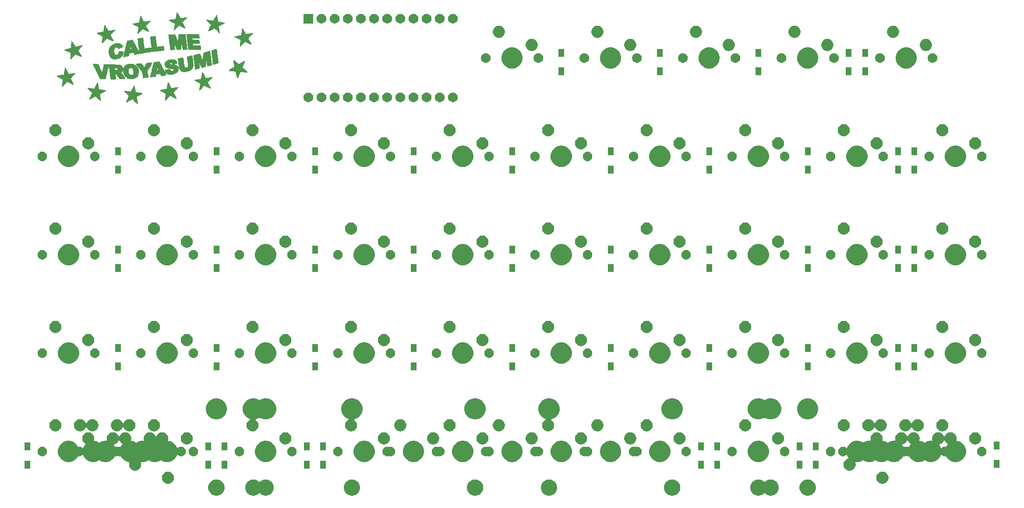
<source format=gts>
G04 #@! TF.GenerationSoftware,KiCad,Pcbnew,(5.1.4)-1*
G04 #@! TF.CreationDate,2021-09-04T02:39:22-10:00*
G04 #@! TF.ProjectId,oya45,6f796134-352e-46b6-9963-61645f706362,rev?*
G04 #@! TF.SameCoordinates,Original*
G04 #@! TF.FileFunction,Soldermask,Top*
G04 #@! TF.FilePolarity,Negative*
%FSLAX46Y46*%
G04 Gerber Fmt 4.6, Leading zero omitted, Abs format (unit mm)*
G04 Created by KiCad (PCBNEW (5.1.4)-1) date 2021-09-04 02:39:22*
%MOMM*%
%LPD*%
G04 APERTURE LIST*
%ADD10C,0.010000*%
%ADD11C,0.100000*%
G04 APERTURE END LIST*
D10*
G36*
X78104582Y-29255539D02*
G01*
X78135748Y-29299672D01*
X78180064Y-29374116D01*
X78240385Y-29483713D01*
X78319567Y-29633306D01*
X78420463Y-29827738D01*
X78441376Y-29868309D01*
X78532654Y-30044745D01*
X78602548Y-30176915D01*
X78655123Y-30270935D01*
X78694449Y-30332918D01*
X78724591Y-30368980D01*
X78749617Y-30385236D01*
X78773595Y-30387800D01*
X78785727Y-30386001D01*
X78929529Y-30359582D01*
X79092753Y-30331704D01*
X79266306Y-30303683D01*
X79441094Y-30276837D01*
X79608024Y-30252482D01*
X79758001Y-30231938D01*
X79881932Y-30216520D01*
X79970723Y-30207546D01*
X80015280Y-30206333D01*
X80018474Y-30207428D01*
X80005470Y-30232496D01*
X79957316Y-30291212D01*
X79879285Y-30377826D01*
X79776646Y-30486590D01*
X79654671Y-30611751D01*
X79569842Y-30696860D01*
X79099611Y-31164694D01*
X79253440Y-31450291D01*
X79384005Y-31694976D01*
X79492756Y-31903565D01*
X79578465Y-32073558D01*
X79639908Y-32202456D01*
X79675859Y-32287760D01*
X79685092Y-32326971D01*
X79684178Y-32328645D01*
X79655150Y-32321459D01*
X79583059Y-32291921D01*
X79475120Y-32243331D01*
X79338546Y-32178992D01*
X79180552Y-32102206D01*
X79075708Y-32050149D01*
X78484568Y-31754323D01*
X78021702Y-32217828D01*
X77889676Y-32349342D01*
X77770875Y-32466362D01*
X77671076Y-32563305D01*
X77596057Y-32634587D01*
X77551594Y-32674626D01*
X77542052Y-32681333D01*
X77510975Y-32667040D01*
X77511366Y-32636324D01*
X77520259Y-32557982D01*
X77536522Y-32440003D01*
X77559019Y-32290375D01*
X77586616Y-32117087D01*
X77603967Y-32012143D01*
X77634240Y-31829738D01*
X77660688Y-31667193D01*
X77682082Y-31532338D01*
X77697192Y-31433001D01*
X77704786Y-31377012D01*
X77705279Y-31367494D01*
X77679327Y-31354535D01*
X77609788Y-31320388D01*
X77503832Y-31268559D01*
X77368627Y-31202552D01*
X77211344Y-31125873D01*
X77113694Y-31078310D01*
X76947089Y-30996082D01*
X76798920Y-30920833D01*
X76676300Y-30856350D01*
X76586343Y-30806421D01*
X76536162Y-30774834D01*
X76528083Y-30766483D01*
X76531134Y-30757469D01*
X76544184Y-30748669D01*
X76573082Y-30738949D01*
X76623673Y-30727175D01*
X76701805Y-30712214D01*
X76813325Y-30692933D01*
X76964079Y-30668198D01*
X77159915Y-30636876D01*
X77360638Y-30605103D01*
X77517805Y-30580033D01*
X77654158Y-30557810D01*
X77760527Y-30539968D01*
X77827740Y-30528040D01*
X77847188Y-30523763D01*
X77853375Y-30495544D01*
X77867000Y-30419496D01*
X77886725Y-30303549D01*
X77911215Y-30155632D01*
X77939129Y-29983674D01*
X77954802Y-29885835D01*
X77984369Y-29703689D01*
X78011803Y-29540789D01*
X78035663Y-29405219D01*
X78054504Y-29305066D01*
X78066884Y-29248414D01*
X78070282Y-29238837D01*
X78083712Y-29236875D01*
X78104582Y-29255539D01*
X78104582Y-29255539D01*
G37*
X78104582Y-29255539D02*
X78135748Y-29299672D01*
X78180064Y-29374116D01*
X78240385Y-29483713D01*
X78319567Y-29633306D01*
X78420463Y-29827738D01*
X78441376Y-29868309D01*
X78532654Y-30044745D01*
X78602548Y-30176915D01*
X78655123Y-30270935D01*
X78694449Y-30332918D01*
X78724591Y-30368980D01*
X78749617Y-30385236D01*
X78773595Y-30387800D01*
X78785727Y-30386001D01*
X78929529Y-30359582D01*
X79092753Y-30331704D01*
X79266306Y-30303683D01*
X79441094Y-30276837D01*
X79608024Y-30252482D01*
X79758001Y-30231938D01*
X79881932Y-30216520D01*
X79970723Y-30207546D01*
X80015280Y-30206333D01*
X80018474Y-30207428D01*
X80005470Y-30232496D01*
X79957316Y-30291212D01*
X79879285Y-30377826D01*
X79776646Y-30486590D01*
X79654671Y-30611751D01*
X79569842Y-30696860D01*
X79099611Y-31164694D01*
X79253440Y-31450291D01*
X79384005Y-31694976D01*
X79492756Y-31903565D01*
X79578465Y-32073558D01*
X79639908Y-32202456D01*
X79675859Y-32287760D01*
X79685092Y-32326971D01*
X79684178Y-32328645D01*
X79655150Y-32321459D01*
X79583059Y-32291921D01*
X79475120Y-32243331D01*
X79338546Y-32178992D01*
X79180552Y-32102206D01*
X79075708Y-32050149D01*
X78484568Y-31754323D01*
X78021702Y-32217828D01*
X77889676Y-32349342D01*
X77770875Y-32466362D01*
X77671076Y-32563305D01*
X77596057Y-32634587D01*
X77551594Y-32674626D01*
X77542052Y-32681333D01*
X77510975Y-32667040D01*
X77511366Y-32636324D01*
X77520259Y-32557982D01*
X77536522Y-32440003D01*
X77559019Y-32290375D01*
X77586616Y-32117087D01*
X77603967Y-32012143D01*
X77634240Y-31829738D01*
X77660688Y-31667193D01*
X77682082Y-31532338D01*
X77697192Y-31433001D01*
X77704786Y-31377012D01*
X77705279Y-31367494D01*
X77679327Y-31354535D01*
X77609788Y-31320388D01*
X77503832Y-31268559D01*
X77368627Y-31202552D01*
X77211344Y-31125873D01*
X77113694Y-31078310D01*
X76947089Y-30996082D01*
X76798920Y-30920833D01*
X76676300Y-30856350D01*
X76586343Y-30806421D01*
X76536162Y-30774834D01*
X76528083Y-30766483D01*
X76531134Y-30757469D01*
X76544184Y-30748669D01*
X76573082Y-30738949D01*
X76623673Y-30727175D01*
X76701805Y-30712214D01*
X76813325Y-30692933D01*
X76964079Y-30668198D01*
X77159915Y-30636876D01*
X77360638Y-30605103D01*
X77517805Y-30580033D01*
X77654158Y-30557810D01*
X77760527Y-30539968D01*
X77827740Y-30528040D01*
X77847188Y-30523763D01*
X77853375Y-30495544D01*
X77867000Y-30419496D01*
X77886725Y-30303549D01*
X77911215Y-30155632D01*
X77939129Y-29983674D01*
X77954802Y-29885835D01*
X77984369Y-29703689D01*
X78011803Y-29540789D01*
X78035663Y-29405219D01*
X78054504Y-29305066D01*
X78066884Y-29248414D01*
X78070282Y-29238837D01*
X78083712Y-29236875D01*
X78104582Y-29255539D01*
G36*
X85759382Y-29775172D02*
G01*
X85782709Y-29846236D01*
X85809006Y-29960756D01*
X85839247Y-30122560D01*
X85874404Y-30335476D01*
X85886224Y-30410978D01*
X85914553Y-30590328D01*
X85940837Y-30750309D01*
X85963642Y-30882700D01*
X85981533Y-30979280D01*
X85993077Y-31031825D01*
X85995746Y-31038848D01*
X86026735Y-31047600D01*
X86104939Y-31063717D01*
X86221843Y-31085616D01*
X86368931Y-31111715D01*
X86537688Y-31140431D01*
X86581972Y-31147785D01*
X86796798Y-31183345D01*
X86962354Y-31211151D01*
X87085059Y-31232674D01*
X87171330Y-31249380D01*
X87227584Y-31262738D01*
X87260239Y-31274216D01*
X87275713Y-31285282D01*
X87280422Y-31297405D01*
X87280750Y-31307645D01*
X87256407Y-31330761D01*
X87188797Y-31372738D01*
X87086047Y-31429100D01*
X86956287Y-31495373D01*
X86820334Y-31561112D01*
X86608220Y-31661218D01*
X86441837Y-31740028D01*
X86315822Y-31800237D01*
X86224814Y-31844538D01*
X86163451Y-31875628D01*
X86126370Y-31896201D01*
X86108211Y-31908951D01*
X86103612Y-31916574D01*
X86105608Y-31920322D01*
X86116312Y-31953919D01*
X86128330Y-32023499D01*
X86133030Y-32060444D01*
X86142343Y-32130683D01*
X86158895Y-32244334D01*
X86180832Y-32389100D01*
X86206299Y-32552686D01*
X86225665Y-32674510D01*
X86255907Y-32874610D01*
X86275062Y-33028055D01*
X86282869Y-33132212D01*
X86279069Y-33184451D01*
X86276459Y-33188912D01*
X86247136Y-33178855D01*
X86181402Y-33128392D01*
X86080801Y-33038896D01*
X85946876Y-32911741D01*
X85783057Y-32750184D01*
X85316992Y-32284119D01*
X85021815Y-32428317D01*
X84862793Y-32506155D01*
X84682888Y-32594453D01*
X84510719Y-32679156D01*
X84436087Y-32715961D01*
X84295662Y-32781789D01*
X84192894Y-32822385D01*
X84132046Y-32836185D01*
X84118610Y-32832482D01*
X84116049Y-32791852D01*
X84144101Y-32710676D01*
X84185728Y-32623500D01*
X84248678Y-32502725D01*
X84325895Y-32356207D01*
X84409815Y-32198129D01*
X84492878Y-32042674D01*
X84567521Y-31904024D01*
X84626183Y-31796360D01*
X84641251Y-31769143D01*
X84701356Y-31661287D01*
X84241275Y-31202087D01*
X84109985Y-31069607D01*
X83993289Y-30949095D01*
X83896830Y-30846606D01*
X83826251Y-30768194D01*
X83787195Y-30719914D01*
X83781194Y-30708367D01*
X83806760Y-30689759D01*
X83877119Y-30686304D01*
X83982762Y-30697749D01*
X84081007Y-30716304D01*
X84151617Y-30730328D01*
X84236229Y-30745493D01*
X84299014Y-30756172D01*
X84403948Y-30774088D01*
X84537544Y-30796938D01*
X84686319Y-30822415D01*
X84720510Y-30828274D01*
X84861349Y-30851148D01*
X84980972Y-30868177D01*
X85069094Y-30878080D01*
X85115427Y-30879579D01*
X85119818Y-30877972D01*
X85139776Y-30841749D01*
X85181145Y-30764293D01*
X85239270Y-30654440D01*
X85309502Y-30521023D01*
X85387188Y-30372877D01*
X85467676Y-30218839D01*
X85537408Y-30084888D01*
X85601373Y-29962524D01*
X85656071Y-29859305D01*
X85696251Y-29785040D01*
X85716658Y-29749540D01*
X85717747Y-29748103D01*
X85738052Y-29743737D01*
X85759382Y-29775172D01*
X85759382Y-29775172D01*
G37*
X85759382Y-29775172D02*
X85782709Y-29846236D01*
X85809006Y-29960756D01*
X85839247Y-30122560D01*
X85874404Y-30335476D01*
X85886224Y-30410978D01*
X85914553Y-30590328D01*
X85940837Y-30750309D01*
X85963642Y-30882700D01*
X85981533Y-30979280D01*
X85993077Y-31031825D01*
X85995746Y-31038848D01*
X86026735Y-31047600D01*
X86104939Y-31063717D01*
X86221843Y-31085616D01*
X86368931Y-31111715D01*
X86537688Y-31140431D01*
X86581972Y-31147785D01*
X86796798Y-31183345D01*
X86962354Y-31211151D01*
X87085059Y-31232674D01*
X87171330Y-31249380D01*
X87227584Y-31262738D01*
X87260239Y-31274216D01*
X87275713Y-31285282D01*
X87280422Y-31297405D01*
X87280750Y-31307645D01*
X87256407Y-31330761D01*
X87188797Y-31372738D01*
X87086047Y-31429100D01*
X86956287Y-31495373D01*
X86820334Y-31561112D01*
X86608220Y-31661218D01*
X86441837Y-31740028D01*
X86315822Y-31800237D01*
X86224814Y-31844538D01*
X86163451Y-31875628D01*
X86126370Y-31896201D01*
X86108211Y-31908951D01*
X86103612Y-31916574D01*
X86105608Y-31920322D01*
X86116312Y-31953919D01*
X86128330Y-32023499D01*
X86133030Y-32060444D01*
X86142343Y-32130683D01*
X86158895Y-32244334D01*
X86180832Y-32389100D01*
X86206299Y-32552686D01*
X86225665Y-32674510D01*
X86255907Y-32874610D01*
X86275062Y-33028055D01*
X86282869Y-33132212D01*
X86279069Y-33184451D01*
X86276459Y-33188912D01*
X86247136Y-33178855D01*
X86181402Y-33128392D01*
X86080801Y-33038896D01*
X85946876Y-32911741D01*
X85783057Y-32750184D01*
X85316992Y-32284119D01*
X85021815Y-32428317D01*
X84862793Y-32506155D01*
X84682888Y-32594453D01*
X84510719Y-32679156D01*
X84436087Y-32715961D01*
X84295662Y-32781789D01*
X84192894Y-32822385D01*
X84132046Y-32836185D01*
X84118610Y-32832482D01*
X84116049Y-32791852D01*
X84144101Y-32710676D01*
X84185728Y-32623500D01*
X84248678Y-32502725D01*
X84325895Y-32356207D01*
X84409815Y-32198129D01*
X84492878Y-32042674D01*
X84567521Y-31904024D01*
X84626183Y-31796360D01*
X84641251Y-31769143D01*
X84701356Y-31661287D01*
X84241275Y-31202087D01*
X84109985Y-31069607D01*
X83993289Y-30949095D01*
X83896830Y-30846606D01*
X83826251Y-30768194D01*
X83787195Y-30719914D01*
X83781194Y-30708367D01*
X83806760Y-30689759D01*
X83877119Y-30686304D01*
X83982762Y-30697749D01*
X84081007Y-30716304D01*
X84151617Y-30730328D01*
X84236229Y-30745493D01*
X84299014Y-30756172D01*
X84403948Y-30774088D01*
X84537544Y-30796938D01*
X84686319Y-30822415D01*
X84720510Y-30828274D01*
X84861349Y-30851148D01*
X84980972Y-30868177D01*
X85069094Y-30878080D01*
X85115427Y-30879579D01*
X85119818Y-30877972D01*
X85139776Y-30841749D01*
X85181145Y-30764293D01*
X85239270Y-30654440D01*
X85309502Y-30521023D01*
X85387188Y-30372877D01*
X85467676Y-30218839D01*
X85537408Y-30084888D01*
X85601373Y-29962524D01*
X85656071Y-29859305D01*
X85696251Y-29785040D01*
X85716658Y-29749540D01*
X85717747Y-29748103D01*
X85738052Y-29743737D01*
X85759382Y-29775172D01*
G36*
X71026804Y-29914646D02*
G01*
X71039563Y-29930564D01*
X71061298Y-29966922D01*
X71095795Y-30030276D01*
X71146842Y-30127182D01*
X71218226Y-30264196D01*
X71264395Y-30353000D01*
X71374073Y-30563492D01*
X71460832Y-30728814D01*
X71527433Y-30854058D01*
X71576638Y-30944318D01*
X71611208Y-31004688D01*
X71633906Y-31040260D01*
X71643746Y-31052651D01*
X71676639Y-31054767D01*
X71756681Y-31048066D01*
X71875443Y-31033611D01*
X72024502Y-31012462D01*
X72195431Y-30985683D01*
X72259672Y-30975040D01*
X72439862Y-30945269D01*
X72604387Y-30919031D01*
X72743968Y-30897730D01*
X72849328Y-30882770D01*
X72911188Y-30875555D01*
X72920020Y-30875111D01*
X72933971Y-30882314D01*
X72926096Y-30906535D01*
X72893022Y-30951689D01*
X72831377Y-31021694D01*
X72737788Y-31120465D01*
X72608884Y-31251919D01*
X72509777Y-31351523D01*
X72033983Y-31827935D01*
X72132500Y-32007690D01*
X72237936Y-32202069D01*
X72336972Y-32388416D01*
X72426379Y-32560320D01*
X72502932Y-32711369D01*
X72563405Y-32835152D01*
X72604571Y-32925258D01*
X72623204Y-32975276D01*
X72623331Y-32983048D01*
X72614277Y-32986662D01*
X72595557Y-32983782D01*
X72561738Y-32971916D01*
X72507388Y-32948576D01*
X72427072Y-32911272D01*
X72315359Y-32857514D01*
X72166814Y-32784812D01*
X71976005Y-32690676D01*
X71859165Y-32632868D01*
X71437692Y-32424221D01*
X70969863Y-32891444D01*
X70836625Y-33023530D01*
X70716115Y-33141139D01*
X70614187Y-33238707D01*
X70536699Y-33310670D01*
X70489505Y-33351464D01*
X70478110Y-33358666D01*
X70465085Y-33335671D01*
X70468999Y-33295166D01*
X70480966Y-33234307D01*
X70498232Y-33133938D01*
X70519355Y-33003739D01*
X70542892Y-32853392D01*
X70567401Y-32692575D01*
X70591439Y-32530969D01*
X70613563Y-32378253D01*
X70632330Y-32244109D01*
X70646299Y-32138216D01*
X70654025Y-32070254D01*
X70654637Y-32049561D01*
X70627242Y-32035124D01*
X70556303Y-31999590D01*
X70449050Y-31946527D01*
X70312710Y-31879503D01*
X70154510Y-31802086D01*
X70054322Y-31753212D01*
X69888263Y-31671399D01*
X69741567Y-31597399D01*
X69621080Y-31534810D01*
X69533649Y-31487228D01*
X69486122Y-31458251D01*
X69479635Y-31451262D01*
X69510535Y-31442582D01*
X69589111Y-31426308D01*
X69707333Y-31403935D01*
X69857172Y-31376958D01*
X70030595Y-31346875D01*
X70132818Y-31329598D01*
X70315737Y-31298464D01*
X70479450Y-31269644D01*
X70615933Y-31244630D01*
X70717162Y-31224913D01*
X70775112Y-31211982D01*
X70785625Y-31208309D01*
X70794005Y-31177471D01*
X70809593Y-31098937D01*
X70830952Y-30980788D01*
X70856642Y-30831108D01*
X70885225Y-30657977D01*
X70900685Y-30561804D01*
X70930073Y-30379910D01*
X70957111Y-30217456D01*
X70980397Y-30082479D01*
X70998528Y-29983016D01*
X71010101Y-29927104D01*
X71013064Y-29917907D01*
X71019233Y-29912613D01*
X71026804Y-29914646D01*
X71026804Y-29914646D01*
G37*
X71026804Y-29914646D02*
X71039563Y-29930564D01*
X71061298Y-29966922D01*
X71095795Y-30030276D01*
X71146842Y-30127182D01*
X71218226Y-30264196D01*
X71264395Y-30353000D01*
X71374073Y-30563492D01*
X71460832Y-30728814D01*
X71527433Y-30854058D01*
X71576638Y-30944318D01*
X71611208Y-31004688D01*
X71633906Y-31040260D01*
X71643746Y-31052651D01*
X71676639Y-31054767D01*
X71756681Y-31048066D01*
X71875443Y-31033611D01*
X72024502Y-31012462D01*
X72195431Y-30985683D01*
X72259672Y-30975040D01*
X72439862Y-30945269D01*
X72604387Y-30919031D01*
X72743968Y-30897730D01*
X72849328Y-30882770D01*
X72911188Y-30875555D01*
X72920020Y-30875111D01*
X72933971Y-30882314D01*
X72926096Y-30906535D01*
X72893022Y-30951689D01*
X72831377Y-31021694D01*
X72737788Y-31120465D01*
X72608884Y-31251919D01*
X72509777Y-31351523D01*
X72033983Y-31827935D01*
X72132500Y-32007690D01*
X72237936Y-32202069D01*
X72336972Y-32388416D01*
X72426379Y-32560320D01*
X72502932Y-32711369D01*
X72563405Y-32835152D01*
X72604571Y-32925258D01*
X72623204Y-32975276D01*
X72623331Y-32983048D01*
X72614277Y-32986662D01*
X72595557Y-32983782D01*
X72561738Y-32971916D01*
X72507388Y-32948576D01*
X72427072Y-32911272D01*
X72315359Y-32857514D01*
X72166814Y-32784812D01*
X71976005Y-32690676D01*
X71859165Y-32632868D01*
X71437692Y-32424221D01*
X70969863Y-32891444D01*
X70836625Y-33023530D01*
X70716115Y-33141139D01*
X70614187Y-33238707D01*
X70536699Y-33310670D01*
X70489505Y-33351464D01*
X70478110Y-33358666D01*
X70465085Y-33335671D01*
X70468999Y-33295166D01*
X70480966Y-33234307D01*
X70498232Y-33133938D01*
X70519355Y-33003739D01*
X70542892Y-32853392D01*
X70567401Y-32692575D01*
X70591439Y-32530969D01*
X70613563Y-32378253D01*
X70632330Y-32244109D01*
X70646299Y-32138216D01*
X70654025Y-32070254D01*
X70654637Y-32049561D01*
X70627242Y-32035124D01*
X70556303Y-31999590D01*
X70449050Y-31946527D01*
X70312710Y-31879503D01*
X70154510Y-31802086D01*
X70054322Y-31753212D01*
X69888263Y-31671399D01*
X69741567Y-31597399D01*
X69621080Y-31534810D01*
X69533649Y-31487228D01*
X69486122Y-31458251D01*
X69479635Y-31451262D01*
X69510535Y-31442582D01*
X69589111Y-31426308D01*
X69707333Y-31403935D01*
X69857172Y-31376958D01*
X70030595Y-31346875D01*
X70132818Y-31329598D01*
X70315737Y-31298464D01*
X70479450Y-31269644D01*
X70615933Y-31244630D01*
X70717162Y-31224913D01*
X70775112Y-31211982D01*
X70785625Y-31208309D01*
X70794005Y-31177471D01*
X70809593Y-31098937D01*
X70830952Y-30980788D01*
X70856642Y-30831108D01*
X70885225Y-30657977D01*
X70900685Y-30561804D01*
X70930073Y-30379910D01*
X70957111Y-30217456D01*
X70980397Y-30082479D01*
X70998528Y-29983016D01*
X71010101Y-29927104D01*
X71013064Y-29917907D01*
X71019233Y-29912613D01*
X71026804Y-29914646D01*
G36*
X64141656Y-31727081D02*
G01*
X64169908Y-31745272D01*
X64209967Y-31795514D01*
X64264530Y-31882211D01*
X64336297Y-32009767D01*
X64427968Y-32182587D01*
X64467014Y-32258000D01*
X64549413Y-32416470D01*
X64624816Y-32558749D01*
X64688860Y-32676818D01*
X64737180Y-32762660D01*
X64765409Y-32808256D01*
X64768882Y-32812493D01*
X64789417Y-32822225D01*
X64828963Y-32825758D01*
X64892779Y-32822379D01*
X64986126Y-32811377D01*
X65114264Y-32792037D01*
X65282451Y-32763649D01*
X65495949Y-32725499D01*
X65733083Y-32681876D01*
X65878637Y-32654842D01*
X65977552Y-32637549D01*
X66038792Y-32630036D01*
X66071321Y-32632339D01*
X66084105Y-32644497D01*
X66086107Y-32666546D01*
X66085861Y-32683349D01*
X66064536Y-32726536D01*
X66001174Y-32805320D01*
X65896696Y-32918684D01*
X65752022Y-33065609D01*
X65648416Y-33167397D01*
X65519659Y-33294497D01*
X65405902Y-33410298D01*
X65313061Y-33508486D01*
X65247054Y-33582749D01*
X65213794Y-33626774D01*
X65210972Y-33634199D01*
X65223854Y-33677776D01*
X65257857Y-33754730D01*
X65306009Y-33849481D01*
X65313201Y-33862763D01*
X65449839Y-34114805D01*
X65559857Y-34321752D01*
X65644945Y-34487341D01*
X65706796Y-34615305D01*
X65747102Y-34709380D01*
X65767553Y-34773301D01*
X65769843Y-34810804D01*
X65755664Y-34825623D01*
X65749598Y-34826222D01*
X65717828Y-34814421D01*
X65642802Y-34781324D01*
X65531991Y-34730390D01*
X65392868Y-34665077D01*
X65232901Y-34588843D01*
X65135765Y-34542073D01*
X64547750Y-34257925D01*
X64105904Y-34711407D01*
X63976135Y-34842611D01*
X63857397Y-34958923D01*
X63755927Y-35054533D01*
X63677960Y-35123634D01*
X63629732Y-35160417D01*
X63619070Y-35164888D01*
X63583878Y-35142732D01*
X63574083Y-35082180D01*
X63578521Y-35028477D01*
X63590852Y-34929637D01*
X63609602Y-34796186D01*
X63633294Y-34638649D01*
X63658750Y-34478036D01*
X63685546Y-34310619D01*
X63708851Y-34160450D01*
X63727225Y-34037191D01*
X63739226Y-33950504D01*
X63743416Y-33910367D01*
X63722930Y-33883627D01*
X63659945Y-33840198D01*
X63552168Y-33778785D01*
X63397307Y-33698092D01*
X63193071Y-33596822D01*
X63162984Y-33582180D01*
X62949711Y-33478458D01*
X62786645Y-33396588D01*
X62673584Y-33333030D01*
X62610323Y-33284243D01*
X62596660Y-33246687D01*
X62632392Y-33216820D01*
X62717316Y-33191103D01*
X62851228Y-33165993D01*
X63033926Y-33137952D01*
X63136638Y-33122745D01*
X63344715Y-33090014D01*
X63528500Y-33057501D01*
X63681184Y-33026654D01*
X63795961Y-32998921D01*
X63866022Y-32975750D01*
X63884459Y-32963666D01*
X63900420Y-32916415D01*
X63916697Y-32835450D01*
X63924129Y-32783552D01*
X63935426Y-32699195D01*
X63953209Y-32575547D01*
X63975062Y-32429054D01*
X63998571Y-32276164D01*
X63999205Y-32272111D01*
X64022097Y-32125618D01*
X64043051Y-31991294D01*
X64059872Y-31883230D01*
X64070363Y-31815519D01*
X64070943Y-31811747D01*
X64088358Y-31747137D01*
X64119976Y-31725925D01*
X64141656Y-31727081D01*
X64141656Y-31727081D01*
G37*
X64141656Y-31727081D02*
X64169908Y-31745272D01*
X64209967Y-31795514D01*
X64264530Y-31882211D01*
X64336297Y-32009767D01*
X64427968Y-32182587D01*
X64467014Y-32258000D01*
X64549413Y-32416470D01*
X64624816Y-32558749D01*
X64688860Y-32676818D01*
X64737180Y-32762660D01*
X64765409Y-32808256D01*
X64768882Y-32812493D01*
X64789417Y-32822225D01*
X64828963Y-32825758D01*
X64892779Y-32822379D01*
X64986126Y-32811377D01*
X65114264Y-32792037D01*
X65282451Y-32763649D01*
X65495949Y-32725499D01*
X65733083Y-32681876D01*
X65878637Y-32654842D01*
X65977552Y-32637549D01*
X66038792Y-32630036D01*
X66071321Y-32632339D01*
X66084105Y-32644497D01*
X66086107Y-32666546D01*
X66085861Y-32683349D01*
X66064536Y-32726536D01*
X66001174Y-32805320D01*
X65896696Y-32918684D01*
X65752022Y-33065609D01*
X65648416Y-33167397D01*
X65519659Y-33294497D01*
X65405902Y-33410298D01*
X65313061Y-33508486D01*
X65247054Y-33582749D01*
X65213794Y-33626774D01*
X65210972Y-33634199D01*
X65223854Y-33677776D01*
X65257857Y-33754730D01*
X65306009Y-33849481D01*
X65313201Y-33862763D01*
X65449839Y-34114805D01*
X65559857Y-34321752D01*
X65644945Y-34487341D01*
X65706796Y-34615305D01*
X65747102Y-34709380D01*
X65767553Y-34773301D01*
X65769843Y-34810804D01*
X65755664Y-34825623D01*
X65749598Y-34826222D01*
X65717828Y-34814421D01*
X65642802Y-34781324D01*
X65531991Y-34730390D01*
X65392868Y-34665077D01*
X65232901Y-34588843D01*
X65135765Y-34542073D01*
X64547750Y-34257925D01*
X64105904Y-34711407D01*
X63976135Y-34842611D01*
X63857397Y-34958923D01*
X63755927Y-35054533D01*
X63677960Y-35123634D01*
X63629732Y-35160417D01*
X63619070Y-35164888D01*
X63583878Y-35142732D01*
X63574083Y-35082180D01*
X63578521Y-35028477D01*
X63590852Y-34929637D01*
X63609602Y-34796186D01*
X63633294Y-34638649D01*
X63658750Y-34478036D01*
X63685546Y-34310619D01*
X63708851Y-34160450D01*
X63727225Y-34037191D01*
X63739226Y-33950504D01*
X63743416Y-33910367D01*
X63722930Y-33883627D01*
X63659945Y-33840198D01*
X63552168Y-33778785D01*
X63397307Y-33698092D01*
X63193071Y-33596822D01*
X63162984Y-33582180D01*
X62949711Y-33478458D01*
X62786645Y-33396588D01*
X62673584Y-33333030D01*
X62610323Y-33284243D01*
X62596660Y-33246687D01*
X62632392Y-33216820D01*
X62717316Y-33191103D01*
X62851228Y-33165993D01*
X63033926Y-33137952D01*
X63136638Y-33122745D01*
X63344715Y-33090014D01*
X63528500Y-33057501D01*
X63681184Y-33026654D01*
X63795961Y-32998921D01*
X63866022Y-32975750D01*
X63884459Y-32963666D01*
X63900420Y-32916415D01*
X63916697Y-32835450D01*
X63924129Y-32783552D01*
X63935426Y-32699195D01*
X63953209Y-32575547D01*
X63975062Y-32429054D01*
X63998571Y-32276164D01*
X63999205Y-32272111D01*
X64022097Y-32125618D01*
X64043051Y-31991294D01*
X64059872Y-31883230D01*
X64070363Y-31815519D01*
X64070943Y-31811747D01*
X64088358Y-31747137D01*
X64119976Y-31725925D01*
X64141656Y-31727081D01*
G36*
X90744751Y-32376373D02*
G01*
X90763005Y-32385650D01*
X90786853Y-32410603D01*
X90819626Y-32456676D01*
X90864659Y-32529312D01*
X90925286Y-32633956D01*
X91004841Y-32776051D01*
X91106657Y-32961042D01*
X91138915Y-33020000D01*
X91231097Y-33187781D01*
X91301108Y-33311833D01*
X91353451Y-33398168D01*
X91392631Y-33452800D01*
X91423153Y-33481743D01*
X91449520Y-33491009D01*
X91476236Y-33486612D01*
X91485861Y-33483202D01*
X91524797Y-33473108D01*
X91606377Y-33454694D01*
X91717878Y-33430610D01*
X91846577Y-33403511D01*
X91979750Y-33376048D01*
X92104674Y-33350875D01*
X92208625Y-33330642D01*
X92276083Y-33318460D01*
X92325581Y-33308982D01*
X92409419Y-33291748D01*
X92482416Y-33276273D01*
X92609686Y-33256152D01*
X92691986Y-33259524D01*
X92726329Y-33286169D01*
X92727180Y-33294280D01*
X92714085Y-33316150D01*
X92673719Y-33364619D01*
X92603873Y-33442063D01*
X92502340Y-33550857D01*
X92366911Y-33693378D01*
X92195379Y-33872002D01*
X92060886Y-34011271D01*
X91975149Y-34102844D01*
X91906569Y-34181690D01*
X91863428Y-34237939D01*
X91852750Y-34259372D01*
X91865365Y-34298127D01*
X91898017Y-34370489D01*
X91942917Y-34460957D01*
X91992273Y-34554028D01*
X92038295Y-34634203D01*
X92052524Y-34656888D01*
X92100383Y-34734684D01*
X92160329Y-34838103D01*
X92226492Y-34956257D01*
X92293002Y-35078257D01*
X92353987Y-35193215D01*
X92403577Y-35290241D01*
X92435901Y-35358447D01*
X92445416Y-35385606D01*
X92431332Y-35410513D01*
X92386142Y-35412441D01*
X92305443Y-35390147D01*
X92184831Y-35342393D01*
X92019902Y-35267935D01*
X92007972Y-35262343D01*
X91789137Y-35159691D01*
X91615905Y-35078722D01*
X91482854Y-35016983D01*
X91384562Y-34972022D01*
X91315607Y-34941385D01*
X91270569Y-34922621D01*
X91244026Y-34913276D01*
X91231117Y-34910888D01*
X91202530Y-34930223D01*
X91144418Y-34982693D01*
X91065583Y-35059996D01*
X90985843Y-35142199D01*
X90803428Y-35334343D01*
X90656073Y-35489331D01*
X90539849Y-35610819D01*
X90450823Y-35702461D01*
X90385066Y-35767915D01*
X90338646Y-35810834D01*
X90307632Y-35834875D01*
X90288094Y-35843694D01*
X90276100Y-35840946D01*
X90267719Y-35830286D01*
X90260108Y-35817097D01*
X90259599Y-35784014D01*
X90265644Y-35704779D01*
X90277077Y-35589154D01*
X90292736Y-35446902D01*
X90311457Y-35287785D01*
X90332076Y-35121565D01*
X90353430Y-34958004D01*
X90374354Y-34806866D01*
X90393686Y-34677912D01*
X90401879Y-34627807D01*
X90408833Y-34572971D01*
X90399472Y-34536741D01*
X90363217Y-34506744D01*
X90289491Y-34470609D01*
X90253826Y-34454645D01*
X89991643Y-34337645D01*
X89776715Y-34241193D01*
X89604679Y-34163005D01*
X89471168Y-34100796D01*
X89371819Y-34052282D01*
X89302267Y-34015178D01*
X89258147Y-33987200D01*
X89235095Y-33966063D01*
X89228745Y-33949483D01*
X89234733Y-33935175D01*
X89243403Y-33925790D01*
X89282031Y-33909087D01*
X89361662Y-33886994D01*
X89467622Y-33863395D01*
X89510305Y-33855108D01*
X89629281Y-33832672D01*
X89734426Y-33812403D01*
X89807636Y-33797802D01*
X89820750Y-33795033D01*
X89883444Y-33782252D01*
X89985227Y-33762377D01*
X90109674Y-33738537D01*
X90240364Y-33713860D01*
X90360872Y-33691477D01*
X90433978Y-33678203D01*
X90478736Y-33667427D01*
X90509557Y-33647231D01*
X90530576Y-33607349D01*
X90545928Y-33537512D01*
X90559749Y-33427455D01*
X90568347Y-33344555D01*
X90579264Y-33245043D01*
X90594513Y-33116393D01*
X90610910Y-32985410D01*
X90611912Y-32977666D01*
X90627983Y-32853127D01*
X90643124Y-32734707D01*
X90654317Y-32646016D01*
X90655189Y-32639000D01*
X90673149Y-32510465D01*
X90690543Y-32429516D01*
X90710353Y-32387407D01*
X90735562Y-32375392D01*
X90744751Y-32376373D01*
X90744751Y-32376373D01*
G37*
X90744751Y-32376373D02*
X90763005Y-32385650D01*
X90786853Y-32410603D01*
X90819626Y-32456676D01*
X90864659Y-32529312D01*
X90925286Y-32633956D01*
X91004841Y-32776051D01*
X91106657Y-32961042D01*
X91138915Y-33020000D01*
X91231097Y-33187781D01*
X91301108Y-33311833D01*
X91353451Y-33398168D01*
X91392631Y-33452800D01*
X91423153Y-33481743D01*
X91449520Y-33491009D01*
X91476236Y-33486612D01*
X91485861Y-33483202D01*
X91524797Y-33473108D01*
X91606377Y-33454694D01*
X91717878Y-33430610D01*
X91846577Y-33403511D01*
X91979750Y-33376048D01*
X92104674Y-33350875D01*
X92208625Y-33330642D01*
X92276083Y-33318460D01*
X92325581Y-33308982D01*
X92409419Y-33291748D01*
X92482416Y-33276273D01*
X92609686Y-33256152D01*
X92691986Y-33259524D01*
X92726329Y-33286169D01*
X92727180Y-33294280D01*
X92714085Y-33316150D01*
X92673719Y-33364619D01*
X92603873Y-33442063D01*
X92502340Y-33550857D01*
X92366911Y-33693378D01*
X92195379Y-33872002D01*
X92060886Y-34011271D01*
X91975149Y-34102844D01*
X91906569Y-34181690D01*
X91863428Y-34237939D01*
X91852750Y-34259372D01*
X91865365Y-34298127D01*
X91898017Y-34370489D01*
X91942917Y-34460957D01*
X91992273Y-34554028D01*
X92038295Y-34634203D01*
X92052524Y-34656888D01*
X92100383Y-34734684D01*
X92160329Y-34838103D01*
X92226492Y-34956257D01*
X92293002Y-35078257D01*
X92353987Y-35193215D01*
X92403577Y-35290241D01*
X92435901Y-35358447D01*
X92445416Y-35385606D01*
X92431332Y-35410513D01*
X92386142Y-35412441D01*
X92305443Y-35390147D01*
X92184831Y-35342393D01*
X92019902Y-35267935D01*
X92007972Y-35262343D01*
X91789137Y-35159691D01*
X91615905Y-35078722D01*
X91482854Y-35016983D01*
X91384562Y-34972022D01*
X91315607Y-34941385D01*
X91270569Y-34922621D01*
X91244026Y-34913276D01*
X91231117Y-34910888D01*
X91202530Y-34930223D01*
X91144418Y-34982693D01*
X91065583Y-35059996D01*
X90985843Y-35142199D01*
X90803428Y-35334343D01*
X90656073Y-35489331D01*
X90539849Y-35610819D01*
X90450823Y-35702461D01*
X90385066Y-35767915D01*
X90338646Y-35810834D01*
X90307632Y-35834875D01*
X90288094Y-35843694D01*
X90276100Y-35840946D01*
X90267719Y-35830286D01*
X90260108Y-35817097D01*
X90259599Y-35784014D01*
X90265644Y-35704779D01*
X90277077Y-35589154D01*
X90292736Y-35446902D01*
X90311457Y-35287785D01*
X90332076Y-35121565D01*
X90353430Y-34958004D01*
X90374354Y-34806866D01*
X90393686Y-34677912D01*
X90401879Y-34627807D01*
X90408833Y-34572971D01*
X90399472Y-34536741D01*
X90363217Y-34506744D01*
X90289491Y-34470609D01*
X90253826Y-34454645D01*
X89991643Y-34337645D01*
X89776715Y-34241193D01*
X89604679Y-34163005D01*
X89471168Y-34100796D01*
X89371819Y-34052282D01*
X89302267Y-34015178D01*
X89258147Y-33987200D01*
X89235095Y-33966063D01*
X89228745Y-33949483D01*
X89234733Y-33935175D01*
X89243403Y-33925790D01*
X89282031Y-33909087D01*
X89361662Y-33886994D01*
X89467622Y-33863395D01*
X89510305Y-33855108D01*
X89629281Y-33832672D01*
X89734426Y-33812403D01*
X89807636Y-33797802D01*
X89820750Y-33795033D01*
X89883444Y-33782252D01*
X89985227Y-33762377D01*
X90109674Y-33738537D01*
X90240364Y-33713860D01*
X90360872Y-33691477D01*
X90433978Y-33678203D01*
X90478736Y-33667427D01*
X90509557Y-33647231D01*
X90530576Y-33607349D01*
X90545928Y-33537512D01*
X90559749Y-33427455D01*
X90568347Y-33344555D01*
X90579264Y-33245043D01*
X90594513Y-33116393D01*
X90610910Y-32985410D01*
X90611912Y-32977666D01*
X90627983Y-32853127D01*
X90643124Y-32734707D01*
X90654317Y-32646016D01*
X90655189Y-32639000D01*
X90673149Y-32510465D01*
X90690543Y-32429516D01*
X90710353Y-32387407D01*
X90735562Y-32375392D01*
X90744751Y-32376373D01*
G36*
X80596467Y-33472574D02*
G01*
X80844532Y-33476339D01*
X81121455Y-33481968D01*
X81422645Y-33489405D01*
X81743513Y-33498595D01*
X82079466Y-33509482D01*
X82080243Y-33509509D01*
X82188447Y-33514569D01*
X82272621Y-33521053D01*
X82318780Y-33527791D01*
X82323220Y-33529790D01*
X82330630Y-33561425D01*
X82341702Y-33635528D01*
X82354875Y-33738365D01*
X82368588Y-33856200D01*
X82381279Y-33975300D01*
X82391389Y-34081930D01*
X82397355Y-34162355D01*
X82398305Y-34190450D01*
X82395458Y-34226131D01*
X82378597Y-34245354D01*
X82335241Y-34251783D01*
X82252908Y-34249080D01*
X82207805Y-34246358D01*
X82114844Y-34241610D01*
X81979581Y-34236058D01*
X81816140Y-34230216D01*
X81638648Y-34224601D01*
X81516361Y-34221154D01*
X81015416Y-34207802D01*
X81015416Y-34287706D01*
X81021391Y-34379391D01*
X81031647Y-34448750D01*
X81042030Y-34489691D01*
X81061312Y-34514113D01*
X81102147Y-34526642D01*
X81177188Y-34531905D01*
X81264480Y-34533884D01*
X81475666Y-34538789D01*
X81680381Y-34545406D01*
X81870852Y-34553311D01*
X82039305Y-34562079D01*
X82177966Y-34571284D01*
X82279063Y-34580502D01*
X82334822Y-34589307D01*
X82342906Y-34592841D01*
X82353224Y-34627452D01*
X82367258Y-34703963D01*
X82383103Y-34808109D01*
X82398856Y-34925624D01*
X82412612Y-35042245D01*
X82422465Y-35143707D01*
X82426511Y-35215745D01*
X82426527Y-35219084D01*
X82424181Y-35241885D01*
X82411301Y-35257217D01*
X82379124Y-35266032D01*
X82318887Y-35269286D01*
X82221826Y-35267932D01*
X82079180Y-35262925D01*
X82038472Y-35261336D01*
X81865944Y-35254738D01*
X81685123Y-35248120D01*
X81517762Y-35242263D01*
X81388448Y-35238034D01*
X81126480Y-35229973D01*
X81145216Y-35402042D01*
X81162466Y-35529047D01*
X81185007Y-35609314D01*
X81219201Y-35652536D01*
X81271411Y-35668411D01*
X81320111Y-35668549D01*
X81382173Y-35668043D01*
X81489110Y-35670073D01*
X81629423Y-35674301D01*
X81791618Y-35680390D01*
X81932638Y-35686524D01*
X82102885Y-35693929D01*
X82259415Y-35699875D01*
X82391102Y-35704004D01*
X82486820Y-35705962D01*
X82531103Y-35705676D01*
X82568893Y-35704052D01*
X82596102Y-35708986D01*
X82615854Y-35728848D01*
X82631270Y-35772009D01*
X82645472Y-35846838D01*
X82661584Y-35961705D01*
X82680178Y-36105319D01*
X82699203Y-36256673D01*
X82708739Y-36360908D01*
X82706533Y-36426885D01*
X82690334Y-36463463D01*
X82657890Y-36479504D01*
X82606950Y-36483866D01*
X82583871Y-36484281D01*
X82506405Y-36483508D01*
X82457180Y-36479351D01*
X82449656Y-36476832D01*
X82418909Y-36472578D01*
X82338683Y-36467356D01*
X82215934Y-36461408D01*
X82057614Y-36454974D01*
X81870678Y-36448296D01*
X81662079Y-36441614D01*
X81438770Y-36435168D01*
X81207707Y-36429201D01*
X80975841Y-36423951D01*
X80850694Y-36421462D01*
X80681196Y-36417695D01*
X80531909Y-36413284D01*
X80411676Y-36408578D01*
X80329337Y-36403929D01*
X80293737Y-36399689D01*
X80293099Y-36399312D01*
X80286392Y-36368099D01*
X80273587Y-36283140D01*
X80254980Y-36146771D01*
X80230861Y-35961326D01*
X80201525Y-35729140D01*
X80167266Y-35452550D01*
X80128375Y-35133891D01*
X80085147Y-34775497D01*
X80037874Y-34379704D01*
X80009649Y-34141792D01*
X79988613Y-33957733D01*
X79971202Y-33792877D01*
X79958154Y-33655317D01*
X79950206Y-33553147D01*
X79948097Y-33494460D01*
X79949683Y-33483659D01*
X79984599Y-33477268D01*
X80071326Y-33473020D01*
X80205273Y-33470859D01*
X80381851Y-33470729D01*
X80596467Y-33472574D01*
X80596467Y-33472574D01*
G37*
X80596467Y-33472574D02*
X80844532Y-33476339D01*
X81121455Y-33481968D01*
X81422645Y-33489405D01*
X81743513Y-33498595D01*
X82079466Y-33509482D01*
X82080243Y-33509509D01*
X82188447Y-33514569D01*
X82272621Y-33521053D01*
X82318780Y-33527791D01*
X82323220Y-33529790D01*
X82330630Y-33561425D01*
X82341702Y-33635528D01*
X82354875Y-33738365D01*
X82368588Y-33856200D01*
X82381279Y-33975300D01*
X82391389Y-34081930D01*
X82397355Y-34162355D01*
X82398305Y-34190450D01*
X82395458Y-34226131D01*
X82378597Y-34245354D01*
X82335241Y-34251783D01*
X82252908Y-34249080D01*
X82207805Y-34246358D01*
X82114844Y-34241610D01*
X81979581Y-34236058D01*
X81816140Y-34230216D01*
X81638648Y-34224601D01*
X81516361Y-34221154D01*
X81015416Y-34207802D01*
X81015416Y-34287706D01*
X81021391Y-34379391D01*
X81031647Y-34448750D01*
X81042030Y-34489691D01*
X81061312Y-34514113D01*
X81102147Y-34526642D01*
X81177188Y-34531905D01*
X81264480Y-34533884D01*
X81475666Y-34538789D01*
X81680381Y-34545406D01*
X81870852Y-34553311D01*
X82039305Y-34562079D01*
X82177966Y-34571284D01*
X82279063Y-34580502D01*
X82334822Y-34589307D01*
X82342906Y-34592841D01*
X82353224Y-34627452D01*
X82367258Y-34703963D01*
X82383103Y-34808109D01*
X82398856Y-34925624D01*
X82412612Y-35042245D01*
X82422465Y-35143707D01*
X82426511Y-35215745D01*
X82426527Y-35219084D01*
X82424181Y-35241885D01*
X82411301Y-35257217D01*
X82379124Y-35266032D01*
X82318887Y-35269286D01*
X82221826Y-35267932D01*
X82079180Y-35262925D01*
X82038472Y-35261336D01*
X81865944Y-35254738D01*
X81685123Y-35248120D01*
X81517762Y-35242263D01*
X81388448Y-35238034D01*
X81126480Y-35229973D01*
X81145216Y-35402042D01*
X81162466Y-35529047D01*
X81185007Y-35609314D01*
X81219201Y-35652536D01*
X81271411Y-35668411D01*
X81320111Y-35668549D01*
X81382173Y-35668043D01*
X81489110Y-35670073D01*
X81629423Y-35674301D01*
X81791618Y-35680390D01*
X81932638Y-35686524D01*
X82102885Y-35693929D01*
X82259415Y-35699875D01*
X82391102Y-35704004D01*
X82486820Y-35705962D01*
X82531103Y-35705676D01*
X82568893Y-35704052D01*
X82596102Y-35708986D01*
X82615854Y-35728848D01*
X82631270Y-35772009D01*
X82645472Y-35846838D01*
X82661584Y-35961705D01*
X82680178Y-36105319D01*
X82699203Y-36256673D01*
X82708739Y-36360908D01*
X82706533Y-36426885D01*
X82690334Y-36463463D01*
X82657890Y-36479504D01*
X82606950Y-36483866D01*
X82583871Y-36484281D01*
X82506405Y-36483508D01*
X82457180Y-36479351D01*
X82449656Y-36476832D01*
X82418909Y-36472578D01*
X82338683Y-36467356D01*
X82215934Y-36461408D01*
X82057614Y-36454974D01*
X81870678Y-36448296D01*
X81662079Y-36441614D01*
X81438770Y-36435168D01*
X81207707Y-36429201D01*
X80975841Y-36423951D01*
X80850694Y-36421462D01*
X80681196Y-36417695D01*
X80531909Y-36413284D01*
X80411676Y-36408578D01*
X80329337Y-36403929D01*
X80293737Y-36399689D01*
X80293099Y-36399312D01*
X80286392Y-36368099D01*
X80273587Y-36283140D01*
X80254980Y-36146771D01*
X80230861Y-35961326D01*
X80201525Y-35729140D01*
X80167266Y-35452550D01*
X80128375Y-35133891D01*
X80085147Y-34775497D01*
X80037874Y-34379704D01*
X80009649Y-34141792D01*
X79988613Y-33957733D01*
X79971202Y-33792877D01*
X79958154Y-33655317D01*
X79950206Y-33553147D01*
X79948097Y-33494460D01*
X79949683Y-33483659D01*
X79984599Y-33477268D01*
X80071326Y-33473020D01*
X80205273Y-33470859D01*
X80381851Y-33470729D01*
X80596467Y-33472574D01*
G36*
X79694454Y-33610123D02*
G01*
X79705329Y-33681948D01*
X79721177Y-33798200D01*
X79741207Y-33952232D01*
X79764629Y-34137393D01*
X79790652Y-34347033D01*
X79818486Y-34574503D01*
X79847339Y-34813153D01*
X79876421Y-35056332D01*
X79904943Y-35297392D01*
X79932112Y-35529683D01*
X79957139Y-35746555D01*
X79979232Y-35941358D01*
X79997602Y-36107442D01*
X80011458Y-36238158D01*
X80020009Y-36326856D01*
X80022464Y-36366886D01*
X80022337Y-36367992D01*
X80010173Y-36385258D01*
X79976535Y-36397651D01*
X79913320Y-36406108D01*
X79812427Y-36411564D01*
X79665755Y-36414954D01*
X79608662Y-36415744D01*
X79463313Y-36415977D01*
X79339009Y-36413195D01*
X79246205Y-36407863D01*
X79195359Y-36400445D01*
X79189192Y-36397141D01*
X79181897Y-36363835D01*
X79168835Y-36282122D01*
X79151081Y-36159621D01*
X79129707Y-36003953D01*
X79105787Y-35822739D01*
X79081844Y-35635141D01*
X79057110Y-35440170D01*
X79034620Y-35266602D01*
X79015312Y-35121373D01*
X79000122Y-35011417D01*
X78989989Y-34943672D01*
X78985858Y-34925000D01*
X78981677Y-34959791D01*
X78971641Y-35042648D01*
X78956716Y-35165602D01*
X78937871Y-35320690D01*
X78916073Y-35499943D01*
X78898464Y-35644666D01*
X78875149Y-35838047D01*
X78854304Y-36014413D01*
X78836870Y-36165516D01*
X78823788Y-36283110D01*
X78816000Y-36358945D01*
X78814197Y-36383184D01*
X78807641Y-36403979D01*
X78781839Y-36417853D01*
X78727415Y-36426288D01*
X78634990Y-36430769D01*
X78500860Y-36432733D01*
X78367471Y-36435106D01*
X78250076Y-36439602D01*
X78163199Y-36445525D01*
X78125830Y-36450720D01*
X78096152Y-36452734D01*
X78069489Y-36436452D01*
X78040032Y-36393324D01*
X78001971Y-36314803D01*
X77949496Y-36192339D01*
X77948311Y-36189505D01*
X77896695Y-36062404D01*
X77832901Y-35899775D01*
X77763730Y-35719250D01*
X77695981Y-35538461D01*
X77669994Y-35467810D01*
X77615802Y-35321702D01*
X77568018Y-35197001D01*
X77529996Y-35102129D01*
X77505088Y-35045507D01*
X77496966Y-35033264D01*
X77497361Y-35062959D01*
X77503938Y-35141020D01*
X77515900Y-35259803D01*
X77532448Y-35411662D01*
X77552781Y-35588953D01*
X77571297Y-35744452D01*
X77594149Y-35936519D01*
X77613969Y-36109187D01*
X77629943Y-36254833D01*
X77641255Y-36365835D01*
X77647088Y-36434571D01*
X77647252Y-36454016D01*
X77617199Y-36458925D01*
X77542911Y-36465274D01*
X77436547Y-36472139D01*
X77344324Y-36477010D01*
X77208279Y-36484693D01*
X77081822Y-36493797D01*
X76982964Y-36502935D01*
X76944423Y-36507851D01*
X76865002Y-36512451D01*
X76828391Y-36492558D01*
X76825834Y-36486747D01*
X76819535Y-36450995D01*
X76807190Y-36365663D01*
X76789654Y-36237192D01*
X76767778Y-36072024D01*
X76742415Y-35876601D01*
X76714417Y-35657364D01*
X76684637Y-35420754D01*
X76682641Y-35404777D01*
X76650420Y-35148923D01*
X76617822Y-34894130D01*
X76586094Y-34649867D01*
X76556486Y-34425606D01*
X76530245Y-34230816D01*
X76508620Y-34074966D01*
X76495426Y-33984322D01*
X76475441Y-33845460D01*
X76460395Y-33727840D01*
X76451504Y-33642065D01*
X76449980Y-33598738D01*
X76450910Y-33595765D01*
X76463095Y-33591047D01*
X76493977Y-33586258D01*
X76549509Y-33580987D01*
X76635644Y-33574820D01*
X76758334Y-33567347D01*
X76923531Y-33558154D01*
X77137188Y-33546830D01*
X77219527Y-33542546D01*
X77348000Y-33534867D01*
X77461882Y-33526230D01*
X77544923Y-33517956D01*
X77572305Y-33513893D01*
X77639296Y-33511157D01*
X77676983Y-33521946D01*
X77698720Y-33555135D01*
X77735173Y-33631278D01*
X77781877Y-33740242D01*
X77834364Y-33871895D01*
X77854256Y-33924062D01*
X77910372Y-34071302D01*
X77964171Y-34209347D01*
X78010336Y-34324767D01*
X78043551Y-34404127D01*
X78049319Y-34417000D01*
X78087211Y-34505367D01*
X78132440Y-34619201D01*
X78166710Y-34710677D01*
X78202916Y-34804126D01*
X78227685Y-34849380D01*
X78245152Y-34852494D01*
X78253451Y-34837677D01*
X78262819Y-34794895D01*
X78277288Y-34704831D01*
X78295628Y-34576291D01*
X78316606Y-34418082D01*
X78338991Y-34239009D01*
X78349795Y-34148888D01*
X78371930Y-33965915D01*
X78392672Y-33802337D01*
X78410913Y-33666279D01*
X78425546Y-33565865D01*
X78435460Y-33509220D01*
X78438366Y-33499777D01*
X78469322Y-33495636D01*
X78548358Y-33491975D01*
X78667111Y-33488983D01*
X78817215Y-33486850D01*
X78990309Y-33485765D01*
X79062486Y-33485666D01*
X79673116Y-33485666D01*
X79694454Y-33610123D01*
X79694454Y-33610123D01*
G37*
X79694454Y-33610123D02*
X79705329Y-33681948D01*
X79721177Y-33798200D01*
X79741207Y-33952232D01*
X79764629Y-34137393D01*
X79790652Y-34347033D01*
X79818486Y-34574503D01*
X79847339Y-34813153D01*
X79876421Y-35056332D01*
X79904943Y-35297392D01*
X79932112Y-35529683D01*
X79957139Y-35746555D01*
X79979232Y-35941358D01*
X79997602Y-36107442D01*
X80011458Y-36238158D01*
X80020009Y-36326856D01*
X80022464Y-36366886D01*
X80022337Y-36367992D01*
X80010173Y-36385258D01*
X79976535Y-36397651D01*
X79913320Y-36406108D01*
X79812427Y-36411564D01*
X79665755Y-36414954D01*
X79608662Y-36415744D01*
X79463313Y-36415977D01*
X79339009Y-36413195D01*
X79246205Y-36407863D01*
X79195359Y-36400445D01*
X79189192Y-36397141D01*
X79181897Y-36363835D01*
X79168835Y-36282122D01*
X79151081Y-36159621D01*
X79129707Y-36003953D01*
X79105787Y-35822739D01*
X79081844Y-35635141D01*
X79057110Y-35440170D01*
X79034620Y-35266602D01*
X79015312Y-35121373D01*
X79000122Y-35011417D01*
X78989989Y-34943672D01*
X78985858Y-34925000D01*
X78981677Y-34959791D01*
X78971641Y-35042648D01*
X78956716Y-35165602D01*
X78937871Y-35320690D01*
X78916073Y-35499943D01*
X78898464Y-35644666D01*
X78875149Y-35838047D01*
X78854304Y-36014413D01*
X78836870Y-36165516D01*
X78823788Y-36283110D01*
X78816000Y-36358945D01*
X78814197Y-36383184D01*
X78807641Y-36403979D01*
X78781839Y-36417853D01*
X78727415Y-36426288D01*
X78634990Y-36430769D01*
X78500860Y-36432733D01*
X78367471Y-36435106D01*
X78250076Y-36439602D01*
X78163199Y-36445525D01*
X78125830Y-36450720D01*
X78096152Y-36452734D01*
X78069489Y-36436452D01*
X78040032Y-36393324D01*
X78001971Y-36314803D01*
X77949496Y-36192339D01*
X77948311Y-36189505D01*
X77896695Y-36062404D01*
X77832901Y-35899775D01*
X77763730Y-35719250D01*
X77695981Y-35538461D01*
X77669994Y-35467810D01*
X77615802Y-35321702D01*
X77568018Y-35197001D01*
X77529996Y-35102129D01*
X77505088Y-35045507D01*
X77496966Y-35033264D01*
X77497361Y-35062959D01*
X77503938Y-35141020D01*
X77515900Y-35259803D01*
X77532448Y-35411662D01*
X77552781Y-35588953D01*
X77571297Y-35744452D01*
X77594149Y-35936519D01*
X77613969Y-36109187D01*
X77629943Y-36254833D01*
X77641255Y-36365835D01*
X77647088Y-36434571D01*
X77647252Y-36454016D01*
X77617199Y-36458925D01*
X77542911Y-36465274D01*
X77436547Y-36472139D01*
X77344324Y-36477010D01*
X77208279Y-36484693D01*
X77081822Y-36493797D01*
X76982964Y-36502935D01*
X76944423Y-36507851D01*
X76865002Y-36512451D01*
X76828391Y-36492558D01*
X76825834Y-36486747D01*
X76819535Y-36450995D01*
X76807190Y-36365663D01*
X76789654Y-36237192D01*
X76767778Y-36072024D01*
X76742415Y-35876601D01*
X76714417Y-35657364D01*
X76684637Y-35420754D01*
X76682641Y-35404777D01*
X76650420Y-35148923D01*
X76617822Y-34894130D01*
X76586094Y-34649867D01*
X76556486Y-34425606D01*
X76530245Y-34230816D01*
X76508620Y-34074966D01*
X76495426Y-33984322D01*
X76475441Y-33845460D01*
X76460395Y-33727840D01*
X76451504Y-33642065D01*
X76449980Y-33598738D01*
X76450910Y-33595765D01*
X76463095Y-33591047D01*
X76493977Y-33586258D01*
X76549509Y-33580987D01*
X76635644Y-33574820D01*
X76758334Y-33567347D01*
X76923531Y-33558154D01*
X77137188Y-33546830D01*
X77219527Y-33542546D01*
X77348000Y-33534867D01*
X77461882Y-33526230D01*
X77544923Y-33517956D01*
X77572305Y-33513893D01*
X77639296Y-33511157D01*
X77676983Y-33521946D01*
X77698720Y-33555135D01*
X77735173Y-33631278D01*
X77781877Y-33740242D01*
X77834364Y-33871895D01*
X77854256Y-33924062D01*
X77910372Y-34071302D01*
X77964171Y-34209347D01*
X78010336Y-34324767D01*
X78043551Y-34404127D01*
X78049319Y-34417000D01*
X78087211Y-34505367D01*
X78132440Y-34619201D01*
X78166710Y-34710677D01*
X78202916Y-34804126D01*
X78227685Y-34849380D01*
X78245152Y-34852494D01*
X78253451Y-34837677D01*
X78262819Y-34794895D01*
X78277288Y-34704831D01*
X78295628Y-34576291D01*
X78316606Y-34418082D01*
X78338991Y-34239009D01*
X78349795Y-34148888D01*
X78371930Y-33965915D01*
X78392672Y-33802337D01*
X78410913Y-33666279D01*
X78425546Y-33565865D01*
X78435460Y-33509220D01*
X78438366Y-33499777D01*
X78469322Y-33495636D01*
X78548358Y-33491975D01*
X78667111Y-33488983D01*
X78817215Y-33486850D01*
X78990309Y-33485765D01*
X79062486Y-33485666D01*
X79673116Y-33485666D01*
X79694454Y-33610123D01*
G36*
X73894207Y-33844632D02*
G01*
X73900753Y-33850144D01*
X73909747Y-33884373D01*
X73924344Y-33968151D01*
X73943622Y-34094959D01*
X73966661Y-34258280D01*
X73992540Y-34451596D01*
X74020336Y-34668391D01*
X74047419Y-34887987D01*
X74080321Y-35157194D01*
X74107848Y-35375441D01*
X74130852Y-35547869D01*
X74150185Y-35679619D01*
X74166699Y-35775831D01*
X74181248Y-35841646D01*
X74194683Y-35882204D01*
X74207857Y-35902646D01*
X74216470Y-35907526D01*
X74257602Y-35907990D01*
X74345748Y-35902276D01*
X74471914Y-35891194D01*
X74627104Y-35875556D01*
X74802322Y-35856176D01*
X74860865Y-35849350D01*
X75038364Y-35829338D01*
X75196639Y-35813285D01*
X75327231Y-35801903D01*
X75421679Y-35795903D01*
X75471524Y-35795995D01*
X75476851Y-35797583D01*
X75490306Y-35834653D01*
X75505442Y-35913240D01*
X75521026Y-36021022D01*
X75535828Y-36145678D01*
X75548618Y-36274887D01*
X75558164Y-36396327D01*
X75563235Y-36497678D01*
X75562600Y-36566617D01*
X75556094Y-36590779D01*
X75520080Y-36596218D01*
X75436766Y-36606285D01*
X75315014Y-36619988D01*
X75163689Y-36636335D01*
X74991652Y-36654336D01*
X74947638Y-36658856D01*
X74723361Y-36681909D01*
X74471804Y-36707940D01*
X74215519Y-36734604D01*
X73977057Y-36759557D01*
X73832861Y-36774745D01*
X73638593Y-36795308D01*
X73493372Y-36810467D01*
X73390091Y-36820572D01*
X73321648Y-36825973D01*
X73280937Y-36827019D01*
X73260854Y-36824062D01*
X73254294Y-36817451D01*
X73254153Y-36807536D01*
X73254305Y-36803253D01*
X73250921Y-36770710D01*
X73241217Y-36687675D01*
X73225866Y-36559664D01*
X73205540Y-36392196D01*
X73180911Y-36190787D01*
X73152654Y-35960955D01*
X73121439Y-35708216D01*
X73087940Y-35438089D01*
X73084972Y-35414204D01*
X73051257Y-35142046D01*
X73019777Y-34886146D01*
X72991206Y-34652123D01*
X72966222Y-34445597D01*
X72945499Y-34272187D01*
X72929714Y-34137513D01*
X72919541Y-34047193D01*
X72915657Y-34006848D01*
X72915638Y-34006006D01*
X72927811Y-33980798D01*
X72970550Y-33960564D01*
X73053184Y-33942155D01*
X73148472Y-33927438D01*
X73295441Y-33906434D01*
X73463577Y-33881837D01*
X73618272Y-33858715D01*
X73628649Y-33857139D01*
X73763004Y-33839517D01*
X73849292Y-33835405D01*
X73894207Y-33844632D01*
X73894207Y-33844632D01*
G37*
X73894207Y-33844632D02*
X73900753Y-33850144D01*
X73909747Y-33884373D01*
X73924344Y-33968151D01*
X73943622Y-34094959D01*
X73966661Y-34258280D01*
X73992540Y-34451596D01*
X74020336Y-34668391D01*
X74047419Y-34887987D01*
X74080321Y-35157194D01*
X74107848Y-35375441D01*
X74130852Y-35547869D01*
X74150185Y-35679619D01*
X74166699Y-35775831D01*
X74181248Y-35841646D01*
X74194683Y-35882204D01*
X74207857Y-35902646D01*
X74216470Y-35907526D01*
X74257602Y-35907990D01*
X74345748Y-35902276D01*
X74471914Y-35891194D01*
X74627104Y-35875556D01*
X74802322Y-35856176D01*
X74860865Y-35849350D01*
X75038364Y-35829338D01*
X75196639Y-35813285D01*
X75327231Y-35801903D01*
X75421679Y-35795903D01*
X75471524Y-35795995D01*
X75476851Y-35797583D01*
X75490306Y-35834653D01*
X75505442Y-35913240D01*
X75521026Y-36021022D01*
X75535828Y-36145678D01*
X75548618Y-36274887D01*
X75558164Y-36396327D01*
X75563235Y-36497678D01*
X75562600Y-36566617D01*
X75556094Y-36590779D01*
X75520080Y-36596218D01*
X75436766Y-36606285D01*
X75315014Y-36619988D01*
X75163689Y-36636335D01*
X74991652Y-36654336D01*
X74947638Y-36658856D01*
X74723361Y-36681909D01*
X74471804Y-36707940D01*
X74215519Y-36734604D01*
X73977057Y-36759557D01*
X73832861Y-36774745D01*
X73638593Y-36795308D01*
X73493372Y-36810467D01*
X73390091Y-36820572D01*
X73321648Y-36825973D01*
X73280937Y-36827019D01*
X73260854Y-36824062D01*
X73254294Y-36817451D01*
X73254153Y-36807536D01*
X73254305Y-36803253D01*
X73250921Y-36770710D01*
X73241217Y-36687675D01*
X73225866Y-36559664D01*
X73205540Y-36392196D01*
X73180911Y-36190787D01*
X73152654Y-35960955D01*
X73121439Y-35708216D01*
X73087940Y-35438089D01*
X73084972Y-35414204D01*
X73051257Y-35142046D01*
X73019777Y-34886146D01*
X72991206Y-34652123D01*
X72966222Y-34445597D01*
X72945499Y-34272187D01*
X72929714Y-34137513D01*
X72919541Y-34047193D01*
X72915657Y-34006848D01*
X72915638Y-34006006D01*
X72927811Y-33980798D01*
X72970550Y-33960564D01*
X73053184Y-33942155D01*
X73148472Y-33927438D01*
X73295441Y-33906434D01*
X73463577Y-33881837D01*
X73618272Y-33858715D01*
X73628649Y-33857139D01*
X73763004Y-33839517D01*
X73849292Y-33835405D01*
X73894207Y-33844632D01*
G36*
X71489607Y-34181279D02*
G01*
X71495181Y-34210632D01*
X71506637Y-34289527D01*
X71523124Y-34411465D01*
X71543793Y-34569945D01*
X71567793Y-34758469D01*
X71594274Y-34970537D01*
X71616430Y-35150777D01*
X71644535Y-35379755D01*
X71670980Y-35592870D01*
X71694875Y-35783136D01*
X71715331Y-35943563D01*
X71731459Y-36067166D01*
X71742369Y-36146956D01*
X71746592Y-36173833D01*
X71767841Y-36218628D01*
X71818059Y-36235833D01*
X71856005Y-36237333D01*
X71944669Y-36229731D01*
X72019088Y-36211981D01*
X72064572Y-36201241D01*
X72151739Y-36185995D01*
X72269904Y-36167664D01*
X72408386Y-36147665D01*
X72556502Y-36127417D01*
X72703569Y-36108338D01*
X72838903Y-36091848D01*
X72951823Y-36079364D01*
X73031646Y-36072305D01*
X73067689Y-36072090D01*
X73068587Y-36072620D01*
X73077759Y-36107618D01*
X73089746Y-36185135D01*
X73103288Y-36292599D01*
X73117126Y-36417439D01*
X73129999Y-36547084D01*
X73140648Y-36668962D01*
X73147814Y-36770501D01*
X73150236Y-36839131D01*
X73147701Y-36862133D01*
X73114430Y-36871354D01*
X73034214Y-36885352D01*
X72916220Y-36902771D01*
X72769614Y-36922259D01*
X72605194Y-36942271D01*
X72437413Y-36962468D01*
X72287365Y-36981752D01*
X72164720Y-36998782D01*
X72079149Y-37012218D01*
X72040750Y-37020533D01*
X71997414Y-37031430D01*
X71910825Y-37048179D01*
X71793582Y-37068486D01*
X71659750Y-37089837D01*
X71499427Y-37114400D01*
X71332718Y-37139951D01*
X71182345Y-37163006D01*
X71095305Y-37176356D01*
X70986261Y-37194725D01*
X70898259Y-37212571D01*
X70846754Y-37226675D01*
X70841305Y-37229294D01*
X70800659Y-37241177D01*
X70720811Y-37254955D01*
X70618799Y-37267704D01*
X70615527Y-37268045D01*
X70513110Y-37280636D01*
X70432337Y-37294213D01*
X70390245Y-37305899D01*
X70389750Y-37306195D01*
X70349324Y-37319278D01*
X70269912Y-37336852D01*
X70168372Y-37355204D01*
X70163972Y-37355921D01*
X70055886Y-37374818D01*
X69963411Y-37393406D01*
X69907219Y-37407476D01*
X69876239Y-37411561D01*
X69849149Y-37394536D01*
X69819209Y-37347282D01*
X69779676Y-37260678D01*
X69754857Y-37201348D01*
X69709049Y-37093017D01*
X69676649Y-37028165D01*
X69650360Y-36997758D01*
X69622885Y-36992766D01*
X69593495Y-37001626D01*
X69511548Y-37021558D01*
X69443796Y-37027555D01*
X69358150Y-37036864D01*
X69297466Y-37053517D01*
X69234981Y-37072873D01*
X69140314Y-37096119D01*
X69060028Y-37113016D01*
X68964064Y-37133644D01*
X68889345Y-37153310D01*
X68856706Y-37165534D01*
X68837754Y-37200889D01*
X68815861Y-37276881D01*
X68795317Y-37378167D01*
X68792502Y-37395313D01*
X68773624Y-37500051D01*
X68754558Y-37582861D01*
X68739021Y-37627937D01*
X68737229Y-37630461D01*
X68698017Y-37650518D01*
X68625350Y-37672007D01*
X68593043Y-37679096D01*
X68518549Y-37694862D01*
X68404250Y-37720232D01*
X68265267Y-37751803D01*
X68116720Y-37786173D01*
X68105480Y-37788801D01*
X67952818Y-37824632D01*
X67846839Y-37849206D01*
X67779147Y-37863626D01*
X67741351Y-37868994D01*
X67725056Y-37866410D01*
X67721869Y-37856978D01*
X67723397Y-37841799D01*
X67723518Y-37838944D01*
X67730175Y-37801508D01*
X67748239Y-37718446D01*
X67775609Y-37598937D01*
X67810179Y-37452160D01*
X67849848Y-37287291D01*
X67851242Y-37281555D01*
X67889183Y-37123615D01*
X67936881Y-36922047D01*
X67991673Y-36688285D01*
X68050893Y-36433760D01*
X68072563Y-36340001D01*
X68967262Y-36340001D01*
X68972878Y-36377433D01*
X68990117Y-36389604D01*
X69019401Y-36384091D01*
X69036920Y-36377745D01*
X69123329Y-36355872D01*
X69185087Y-36349790D01*
X69251286Y-36345755D01*
X69290515Y-36329306D01*
X69303076Y-36292561D01*
X69289272Y-36227637D01*
X69249405Y-36126651D01*
X69198025Y-36012594D01*
X69063851Y-35721114D01*
X69015943Y-36000390D01*
X68989216Y-36159056D01*
X68972849Y-36269734D01*
X68967262Y-36340001D01*
X68072563Y-36340001D01*
X68111878Y-36169906D01*
X68171961Y-35908156D01*
X68201446Y-35778948D01*
X68253515Y-35551451D01*
X68302152Y-35341214D01*
X68345839Y-35154630D01*
X68383057Y-34998091D01*
X68412287Y-34877989D01*
X68432012Y-34800717D01*
X68440434Y-34772985D01*
X68476356Y-34752902D01*
X68545098Y-34735658D01*
X68562184Y-34733025D01*
X68624675Y-34722164D01*
X68728470Y-34701717D01*
X68859831Y-34674611D01*
X69005023Y-34643770D01*
X69150307Y-34612120D01*
X69281947Y-34582585D01*
X69386206Y-34558090D01*
X69402009Y-34554192D01*
X69437144Y-34555714D01*
X69472150Y-34585290D01*
X69515291Y-34652034D01*
X69550974Y-34718440D01*
X69612259Y-34832353D01*
X69677688Y-34947446D01*
X69723778Y-35023777D01*
X69771910Y-35104615D01*
X69842864Y-35230475D01*
X69933812Y-35396100D01*
X70041929Y-35596229D01*
X70164388Y-35825606D01*
X70298362Y-36078971D01*
X70441025Y-36351066D01*
X70558114Y-36576000D01*
X70652790Y-36755582D01*
X70726393Y-36888949D01*
X70778191Y-36974885D01*
X70807451Y-37012175D01*
X70813441Y-36999605D01*
X70813398Y-36999333D01*
X70799398Y-36903782D01*
X70781072Y-36767795D01*
X70759199Y-36598036D01*
X70734556Y-36401171D01*
X70707922Y-36183865D01*
X70680074Y-35952783D01*
X70651790Y-35714591D01*
X70623848Y-35475953D01*
X70597026Y-35243536D01*
X70572102Y-35024004D01*
X70549852Y-34824023D01*
X70531057Y-34650258D01*
X70516492Y-34509374D01*
X70506936Y-34408037D01*
X70503167Y-34352911D01*
X70503619Y-34344857D01*
X70541154Y-34325361D01*
X70599620Y-34318222D01*
X70668001Y-34312508D01*
X70768835Y-34297576D01*
X70873121Y-34278078D01*
X71015058Y-34250040D01*
X71156188Y-34224478D01*
X71285374Y-34203139D01*
X71391481Y-34187772D01*
X71463373Y-34180125D01*
X71489607Y-34181279D01*
X71489607Y-34181279D01*
G37*
X71489607Y-34181279D02*
X71495181Y-34210632D01*
X71506637Y-34289527D01*
X71523124Y-34411465D01*
X71543793Y-34569945D01*
X71567793Y-34758469D01*
X71594274Y-34970537D01*
X71616430Y-35150777D01*
X71644535Y-35379755D01*
X71670980Y-35592870D01*
X71694875Y-35783136D01*
X71715331Y-35943563D01*
X71731459Y-36067166D01*
X71742369Y-36146956D01*
X71746592Y-36173833D01*
X71767841Y-36218628D01*
X71818059Y-36235833D01*
X71856005Y-36237333D01*
X71944669Y-36229731D01*
X72019088Y-36211981D01*
X72064572Y-36201241D01*
X72151739Y-36185995D01*
X72269904Y-36167664D01*
X72408386Y-36147665D01*
X72556502Y-36127417D01*
X72703569Y-36108338D01*
X72838903Y-36091848D01*
X72951823Y-36079364D01*
X73031646Y-36072305D01*
X73067689Y-36072090D01*
X73068587Y-36072620D01*
X73077759Y-36107618D01*
X73089746Y-36185135D01*
X73103288Y-36292599D01*
X73117126Y-36417439D01*
X73129999Y-36547084D01*
X73140648Y-36668962D01*
X73147814Y-36770501D01*
X73150236Y-36839131D01*
X73147701Y-36862133D01*
X73114430Y-36871354D01*
X73034214Y-36885352D01*
X72916220Y-36902771D01*
X72769614Y-36922259D01*
X72605194Y-36942271D01*
X72437413Y-36962468D01*
X72287365Y-36981752D01*
X72164720Y-36998782D01*
X72079149Y-37012218D01*
X72040750Y-37020533D01*
X71997414Y-37031430D01*
X71910825Y-37048179D01*
X71793582Y-37068486D01*
X71659750Y-37089837D01*
X71499427Y-37114400D01*
X71332718Y-37139951D01*
X71182345Y-37163006D01*
X71095305Y-37176356D01*
X70986261Y-37194725D01*
X70898259Y-37212571D01*
X70846754Y-37226675D01*
X70841305Y-37229294D01*
X70800659Y-37241177D01*
X70720811Y-37254955D01*
X70618799Y-37267704D01*
X70615527Y-37268045D01*
X70513110Y-37280636D01*
X70432337Y-37294213D01*
X70390245Y-37305899D01*
X70389750Y-37306195D01*
X70349324Y-37319278D01*
X70269912Y-37336852D01*
X70168372Y-37355204D01*
X70163972Y-37355921D01*
X70055886Y-37374818D01*
X69963411Y-37393406D01*
X69907219Y-37407476D01*
X69876239Y-37411561D01*
X69849149Y-37394536D01*
X69819209Y-37347282D01*
X69779676Y-37260678D01*
X69754857Y-37201348D01*
X69709049Y-37093017D01*
X69676649Y-37028165D01*
X69650360Y-36997758D01*
X69622885Y-36992766D01*
X69593495Y-37001626D01*
X69511548Y-37021558D01*
X69443796Y-37027555D01*
X69358150Y-37036864D01*
X69297466Y-37053517D01*
X69234981Y-37072873D01*
X69140314Y-37096119D01*
X69060028Y-37113016D01*
X68964064Y-37133644D01*
X68889345Y-37153310D01*
X68856706Y-37165534D01*
X68837754Y-37200889D01*
X68815861Y-37276881D01*
X68795317Y-37378167D01*
X68792502Y-37395313D01*
X68773624Y-37500051D01*
X68754558Y-37582861D01*
X68739021Y-37627937D01*
X68737229Y-37630461D01*
X68698017Y-37650518D01*
X68625350Y-37672007D01*
X68593043Y-37679096D01*
X68518549Y-37694862D01*
X68404250Y-37720232D01*
X68265267Y-37751803D01*
X68116720Y-37786173D01*
X68105480Y-37788801D01*
X67952818Y-37824632D01*
X67846839Y-37849206D01*
X67779147Y-37863626D01*
X67741351Y-37868994D01*
X67725056Y-37866410D01*
X67721869Y-37856978D01*
X67723397Y-37841799D01*
X67723518Y-37838944D01*
X67730175Y-37801508D01*
X67748239Y-37718446D01*
X67775609Y-37598937D01*
X67810179Y-37452160D01*
X67849848Y-37287291D01*
X67851242Y-37281555D01*
X67889183Y-37123615D01*
X67936881Y-36922047D01*
X67991673Y-36688285D01*
X68050893Y-36433760D01*
X68072563Y-36340001D01*
X68967262Y-36340001D01*
X68972878Y-36377433D01*
X68990117Y-36389604D01*
X69019401Y-36384091D01*
X69036920Y-36377745D01*
X69123329Y-36355872D01*
X69185087Y-36349790D01*
X69251286Y-36345755D01*
X69290515Y-36329306D01*
X69303076Y-36292561D01*
X69289272Y-36227637D01*
X69249405Y-36126651D01*
X69198025Y-36012594D01*
X69063851Y-35721114D01*
X69015943Y-36000390D01*
X68989216Y-36159056D01*
X68972849Y-36269734D01*
X68967262Y-36340001D01*
X68072563Y-36340001D01*
X68111878Y-36169906D01*
X68171961Y-35908156D01*
X68201446Y-35778948D01*
X68253515Y-35551451D01*
X68302152Y-35341214D01*
X68345839Y-35154630D01*
X68383057Y-34998091D01*
X68412287Y-34877989D01*
X68432012Y-34800717D01*
X68440434Y-34772985D01*
X68476356Y-34752902D01*
X68545098Y-34735658D01*
X68562184Y-34733025D01*
X68624675Y-34722164D01*
X68728470Y-34701717D01*
X68859831Y-34674611D01*
X69005023Y-34643770D01*
X69150307Y-34612120D01*
X69281947Y-34582585D01*
X69386206Y-34558090D01*
X69402009Y-34554192D01*
X69437144Y-34555714D01*
X69472150Y-34585290D01*
X69515291Y-34652034D01*
X69550974Y-34718440D01*
X69612259Y-34832353D01*
X69677688Y-34947446D01*
X69723778Y-35023777D01*
X69771910Y-35104615D01*
X69842864Y-35230475D01*
X69933812Y-35396100D01*
X70041929Y-35596229D01*
X70164388Y-35825606D01*
X70298362Y-36078971D01*
X70441025Y-36351066D01*
X70558114Y-36576000D01*
X70652790Y-36755582D01*
X70726393Y-36888949D01*
X70778191Y-36974885D01*
X70807451Y-37012175D01*
X70813441Y-36999605D01*
X70813398Y-36999333D01*
X70799398Y-36903782D01*
X70781072Y-36767795D01*
X70759199Y-36598036D01*
X70734556Y-36401171D01*
X70707922Y-36183865D01*
X70680074Y-35952783D01*
X70651790Y-35714591D01*
X70623848Y-35475953D01*
X70597026Y-35243536D01*
X70572102Y-35024004D01*
X70549852Y-34824023D01*
X70531057Y-34650258D01*
X70516492Y-34509374D01*
X70506936Y-34408037D01*
X70503167Y-34352911D01*
X70503619Y-34344857D01*
X70541154Y-34325361D01*
X70599620Y-34318222D01*
X70668001Y-34312508D01*
X70768835Y-34297576D01*
X70873121Y-34278078D01*
X71015058Y-34250040D01*
X71156188Y-34224478D01*
X71285374Y-34203139D01*
X71391481Y-34187772D01*
X71463373Y-34180125D01*
X71489607Y-34181279D01*
G36*
X66927395Y-35234788D02*
G01*
X67121504Y-35296574D01*
X67178720Y-35326155D01*
X67272743Y-35394752D01*
X67370934Y-35489555D01*
X67463497Y-35598063D01*
X67540640Y-35707776D01*
X67592565Y-35806194D01*
X67609645Y-35876098D01*
X67585393Y-35900102D01*
X67518458Y-35943024D01*
X67417349Y-35999997D01*
X67290570Y-36066154D01*
X67193565Y-36114134D01*
X66777700Y-36315490D01*
X66720633Y-36212912D01*
X66633966Y-36103740D01*
X66527495Y-36040586D01*
X66409165Y-36020315D01*
X66286922Y-36039791D01*
X66168709Y-36095880D01*
X66062473Y-36185446D01*
X65976157Y-36305354D01*
X65917707Y-36452469D01*
X65901285Y-36536227D01*
X65896502Y-36660124D01*
X65907290Y-36817009D01*
X65931336Y-36986335D01*
X65966327Y-37147554D01*
X65972740Y-37171056D01*
X66019714Y-37272200D01*
X66094509Y-37365955D01*
X66182762Y-37438606D01*
X66270111Y-37476439D01*
X66295175Y-37478953D01*
X66414773Y-37466081D01*
X66535846Y-37432874D01*
X66633289Y-37386842D01*
X66654407Y-37371451D01*
X66731141Y-37278844D01*
X66793665Y-37149086D01*
X66833540Y-37001174D01*
X66840109Y-36953398D01*
X66851061Y-36865922D01*
X66866905Y-36820412D01*
X66897175Y-36802582D01*
X66943531Y-36798435D01*
X67012523Y-36797221D01*
X67054136Y-36798990D01*
X67093213Y-36802197D01*
X67174144Y-36806827D01*
X67282379Y-36812207D01*
X67403366Y-36817662D01*
X67522554Y-36822518D01*
X67625392Y-36826100D01*
X67659583Y-36827048D01*
X67779861Y-36830000D01*
X67763268Y-36949944D01*
X67707538Y-37205597D01*
X67616089Y-37444985D01*
X67494608Y-37656880D01*
X67348780Y-37830054D01*
X67292217Y-37880107D01*
X67164672Y-37972057D01*
X67023317Y-38055447D01*
X66882543Y-38123316D01*
X66756738Y-38168704D01*
X66662635Y-38184666D01*
X66605183Y-38194264D01*
X66581790Y-38209587D01*
X66539723Y-38233943D01*
X66453891Y-38254766D01*
X66336909Y-38271260D01*
X66201390Y-38282629D01*
X66059947Y-38288078D01*
X65925195Y-38286810D01*
X65809747Y-38278030D01*
X65733083Y-38263141D01*
X65507815Y-38169169D01*
X65319039Y-38034183D01*
X65166240Y-37857381D01*
X65048903Y-37637962D01*
X64966513Y-37375126D01*
X64918553Y-37068074D01*
X64912072Y-36987151D01*
X64917377Y-36679779D01*
X64973778Y-36388392D01*
X65079145Y-36118077D01*
X65231345Y-35873921D01*
X65428249Y-35661010D01*
X65489353Y-35609096D01*
X65583192Y-35545993D01*
X65713902Y-35474459D01*
X65864370Y-35402554D01*
X66017484Y-35338336D01*
X66156132Y-35289862D01*
X66184638Y-35281662D01*
X66451498Y-35226997D01*
X66701572Y-35211484D01*
X66927395Y-35234788D01*
X66927395Y-35234788D01*
G37*
X66927395Y-35234788D02*
X67121504Y-35296574D01*
X67178720Y-35326155D01*
X67272743Y-35394752D01*
X67370934Y-35489555D01*
X67463497Y-35598063D01*
X67540640Y-35707776D01*
X67592565Y-35806194D01*
X67609645Y-35876098D01*
X67585393Y-35900102D01*
X67518458Y-35943024D01*
X67417349Y-35999997D01*
X67290570Y-36066154D01*
X67193565Y-36114134D01*
X66777700Y-36315490D01*
X66720633Y-36212912D01*
X66633966Y-36103740D01*
X66527495Y-36040586D01*
X66409165Y-36020315D01*
X66286922Y-36039791D01*
X66168709Y-36095880D01*
X66062473Y-36185446D01*
X65976157Y-36305354D01*
X65917707Y-36452469D01*
X65901285Y-36536227D01*
X65896502Y-36660124D01*
X65907290Y-36817009D01*
X65931336Y-36986335D01*
X65966327Y-37147554D01*
X65972740Y-37171056D01*
X66019714Y-37272200D01*
X66094509Y-37365955D01*
X66182762Y-37438606D01*
X66270111Y-37476439D01*
X66295175Y-37478953D01*
X66414773Y-37466081D01*
X66535846Y-37432874D01*
X66633289Y-37386842D01*
X66654407Y-37371451D01*
X66731141Y-37278844D01*
X66793665Y-37149086D01*
X66833540Y-37001174D01*
X66840109Y-36953398D01*
X66851061Y-36865922D01*
X66866905Y-36820412D01*
X66897175Y-36802582D01*
X66943531Y-36798435D01*
X67012523Y-36797221D01*
X67054136Y-36798990D01*
X67093213Y-36802197D01*
X67174144Y-36806827D01*
X67282379Y-36812207D01*
X67403366Y-36817662D01*
X67522554Y-36822518D01*
X67625392Y-36826100D01*
X67659583Y-36827048D01*
X67779861Y-36830000D01*
X67763268Y-36949944D01*
X67707538Y-37205597D01*
X67616089Y-37444985D01*
X67494608Y-37656880D01*
X67348780Y-37830054D01*
X67292217Y-37880107D01*
X67164672Y-37972057D01*
X67023317Y-38055447D01*
X66882543Y-38123316D01*
X66756738Y-38168704D01*
X66662635Y-38184666D01*
X66605183Y-38194264D01*
X66581790Y-38209587D01*
X66539723Y-38233943D01*
X66453891Y-38254766D01*
X66336909Y-38271260D01*
X66201390Y-38282629D01*
X66059947Y-38288078D01*
X65925195Y-38286810D01*
X65809747Y-38278030D01*
X65733083Y-38263141D01*
X65507815Y-38169169D01*
X65319039Y-38034183D01*
X65166240Y-37857381D01*
X65048903Y-37637962D01*
X64966513Y-37375126D01*
X64918553Y-37068074D01*
X64912072Y-36987151D01*
X64917377Y-36679779D01*
X64973778Y-36388392D01*
X65079145Y-36118077D01*
X65231345Y-35873921D01*
X65428249Y-35661010D01*
X65489353Y-35609096D01*
X65583192Y-35545993D01*
X65713902Y-35474459D01*
X65864370Y-35402554D01*
X66017484Y-35338336D01*
X66156132Y-35289862D01*
X66184638Y-35281662D01*
X66451498Y-35226997D01*
X66701572Y-35211484D01*
X66927395Y-35234788D01*
G36*
X57809428Y-34907222D02*
G01*
X57847338Y-34958824D01*
X57890449Y-35027087D01*
X57922130Y-35072500D01*
X57928911Y-35080222D01*
X57948809Y-35107662D01*
X57993451Y-35174606D01*
X58057458Y-35272822D01*
X58135454Y-35394077D01*
X58196248Y-35489444D01*
X58281293Y-35622864D01*
X58356463Y-35739917D01*
X58416272Y-35832126D01*
X58455232Y-35891016D01*
X58467144Y-35907857D01*
X58502820Y-35912877D01*
X58574049Y-35901444D01*
X58638740Y-35884002D01*
X58733840Y-35855621D01*
X58814079Y-35833717D01*
X58846861Y-35826107D01*
X58897682Y-35814221D01*
X58987805Y-35791122D01*
X59102151Y-35760721D01*
X59171416Y-35741891D01*
X59386568Y-35683419D01*
X59550613Y-35641616D01*
X59666844Y-35618093D01*
X59738555Y-35614462D01*
X59769038Y-35632335D01*
X59761587Y-35673325D01*
X59719494Y-35739045D01*
X59646053Y-35831105D01*
X59560498Y-35932377D01*
X59392359Y-36130147D01*
X59257699Y-36289834D01*
X59153579Y-36416475D01*
X59077058Y-36515110D01*
X59025195Y-36590776D01*
X58995049Y-36648511D01*
X58983679Y-36693354D01*
X58988146Y-36730343D01*
X59005507Y-36764517D01*
X59032823Y-36800913D01*
X59044813Y-36815888D01*
X59076822Y-36860516D01*
X59132406Y-36942478D01*
X59204860Y-37051473D01*
X59287479Y-37177202D01*
X59373556Y-37309364D01*
X59456388Y-37437658D01*
X59529267Y-37551785D01*
X59585490Y-37641443D01*
X59618350Y-37696332D01*
X59620373Y-37700033D01*
X59639054Y-37749676D01*
X59620146Y-37774562D01*
X59610431Y-37778747D01*
X59595691Y-37784262D01*
X59579887Y-37786818D01*
X59556567Y-37784267D01*
X59519277Y-37774459D01*
X59461563Y-37755246D01*
X59376972Y-37724478D01*
X59259051Y-37680006D01*
X59101345Y-37619680D01*
X58897401Y-37541353D01*
X58896341Y-37540946D01*
X58381378Y-37343140D01*
X58166206Y-37601625D01*
X58075392Y-37710592D01*
X57992233Y-37810143D01*
X57926579Y-37888501D01*
X57890947Y-37930759D01*
X57842472Y-37987826D01*
X57772412Y-38070390D01*
X57695672Y-38160885D01*
X57693377Y-38163592D01*
X57611030Y-38257186D01*
X57551856Y-38311831D01*
X57512702Y-38324476D01*
X57490416Y-38292067D01*
X57481844Y-38211551D01*
X57483835Y-38079876D01*
X57489271Y-37965944D01*
X57503708Y-37703990D01*
X57516288Y-37494660D01*
X57527281Y-37334177D01*
X57536956Y-37218759D01*
X57545582Y-37144629D01*
X57549450Y-37122507D01*
X57545010Y-37061505D01*
X57526546Y-37032642D01*
X57483228Y-37008597D01*
X57402580Y-36972700D01*
X57300707Y-36931292D01*
X57193712Y-36890716D01*
X57097697Y-36857311D01*
X57033583Y-36838524D01*
X56984091Y-36815630D01*
X56970083Y-36793784D01*
X56959658Y-36776196D01*
X56954622Y-36779608D01*
X56923041Y-36777260D01*
X56852510Y-36757479D01*
X56756333Y-36724179D01*
X56721789Y-36711105D01*
X56611990Y-36669833D01*
X56515851Y-36635721D01*
X56450729Y-36614875D01*
X56441778Y-36612557D01*
X56377292Y-36584273D01*
X56335994Y-36542685D01*
X56330770Y-36502540D01*
X56337690Y-36493414D01*
X56360760Y-36481948D01*
X56414275Y-36463778D01*
X56502084Y-36437852D01*
X56628037Y-36403116D01*
X56795983Y-36358517D01*
X57009773Y-36303002D01*
X57273255Y-36235517D01*
X57373636Y-36209965D01*
X57472740Y-36182160D01*
X57549955Y-36155676D01*
X57588946Y-36136133D01*
X57589313Y-36135758D01*
X57597477Y-36120312D01*
X57605064Y-36088515D01*
X57612578Y-36034538D01*
X57620522Y-35952554D01*
X57629400Y-35836734D01*
X57639714Y-35681251D01*
X57651969Y-35480277D01*
X57664551Y-35264750D01*
X57672386Y-35134691D01*
X57679736Y-35023012D01*
X57685667Y-34943330D01*
X57688734Y-34911972D01*
X57712175Y-34866558D01*
X57755729Y-34865956D01*
X57809428Y-34907222D01*
X57809428Y-34907222D01*
G37*
X57809428Y-34907222D02*
X57847338Y-34958824D01*
X57890449Y-35027087D01*
X57922130Y-35072500D01*
X57928911Y-35080222D01*
X57948809Y-35107662D01*
X57993451Y-35174606D01*
X58057458Y-35272822D01*
X58135454Y-35394077D01*
X58196248Y-35489444D01*
X58281293Y-35622864D01*
X58356463Y-35739917D01*
X58416272Y-35832126D01*
X58455232Y-35891016D01*
X58467144Y-35907857D01*
X58502820Y-35912877D01*
X58574049Y-35901444D01*
X58638740Y-35884002D01*
X58733840Y-35855621D01*
X58814079Y-35833717D01*
X58846861Y-35826107D01*
X58897682Y-35814221D01*
X58987805Y-35791122D01*
X59102151Y-35760721D01*
X59171416Y-35741891D01*
X59386568Y-35683419D01*
X59550613Y-35641616D01*
X59666844Y-35618093D01*
X59738555Y-35614462D01*
X59769038Y-35632335D01*
X59761587Y-35673325D01*
X59719494Y-35739045D01*
X59646053Y-35831105D01*
X59560498Y-35932377D01*
X59392359Y-36130147D01*
X59257699Y-36289834D01*
X59153579Y-36416475D01*
X59077058Y-36515110D01*
X59025195Y-36590776D01*
X58995049Y-36648511D01*
X58983679Y-36693354D01*
X58988146Y-36730343D01*
X59005507Y-36764517D01*
X59032823Y-36800913D01*
X59044813Y-36815888D01*
X59076822Y-36860516D01*
X59132406Y-36942478D01*
X59204860Y-37051473D01*
X59287479Y-37177202D01*
X59373556Y-37309364D01*
X59456388Y-37437658D01*
X59529267Y-37551785D01*
X59585490Y-37641443D01*
X59618350Y-37696332D01*
X59620373Y-37700033D01*
X59639054Y-37749676D01*
X59620146Y-37774562D01*
X59610431Y-37778747D01*
X59595691Y-37784262D01*
X59579887Y-37786818D01*
X59556567Y-37784267D01*
X59519277Y-37774459D01*
X59461563Y-37755246D01*
X59376972Y-37724478D01*
X59259051Y-37680006D01*
X59101345Y-37619680D01*
X58897401Y-37541353D01*
X58896341Y-37540946D01*
X58381378Y-37343140D01*
X58166206Y-37601625D01*
X58075392Y-37710592D01*
X57992233Y-37810143D01*
X57926579Y-37888501D01*
X57890947Y-37930759D01*
X57842472Y-37987826D01*
X57772412Y-38070390D01*
X57695672Y-38160885D01*
X57693377Y-38163592D01*
X57611030Y-38257186D01*
X57551856Y-38311831D01*
X57512702Y-38324476D01*
X57490416Y-38292067D01*
X57481844Y-38211551D01*
X57483835Y-38079876D01*
X57489271Y-37965944D01*
X57503708Y-37703990D01*
X57516288Y-37494660D01*
X57527281Y-37334177D01*
X57536956Y-37218759D01*
X57545582Y-37144629D01*
X57549450Y-37122507D01*
X57545010Y-37061505D01*
X57526546Y-37032642D01*
X57483228Y-37008597D01*
X57402580Y-36972700D01*
X57300707Y-36931292D01*
X57193712Y-36890716D01*
X57097697Y-36857311D01*
X57033583Y-36838524D01*
X56984091Y-36815630D01*
X56970083Y-36793784D01*
X56959658Y-36776196D01*
X56954622Y-36779608D01*
X56923041Y-36777260D01*
X56852510Y-36757479D01*
X56756333Y-36724179D01*
X56721789Y-36711105D01*
X56611990Y-36669833D01*
X56515851Y-36635721D01*
X56450729Y-36614875D01*
X56441778Y-36612557D01*
X56377292Y-36584273D01*
X56335994Y-36542685D01*
X56330770Y-36502540D01*
X56337690Y-36493414D01*
X56360760Y-36481948D01*
X56414275Y-36463778D01*
X56502084Y-36437852D01*
X56628037Y-36403116D01*
X56795983Y-36358517D01*
X57009773Y-36303002D01*
X57273255Y-36235517D01*
X57373636Y-36209965D01*
X57472740Y-36182160D01*
X57549955Y-36155676D01*
X57588946Y-36136133D01*
X57589313Y-36135758D01*
X57597477Y-36120312D01*
X57605064Y-36088515D01*
X57612578Y-36034538D01*
X57620522Y-35952554D01*
X57629400Y-35836734D01*
X57639714Y-35681251D01*
X57651969Y-35480277D01*
X57664551Y-35264750D01*
X57672386Y-35134691D01*
X57679736Y-35023012D01*
X57685667Y-34943330D01*
X57688734Y-34911972D01*
X57712175Y-34866558D01*
X57755729Y-34865956D01*
X57809428Y-34907222D01*
G36*
X65154527Y-38847888D02*
G01*
X65140416Y-38862000D01*
X65126305Y-38847888D01*
X65140416Y-38833777D01*
X65154527Y-38847888D01*
X65154527Y-38847888D01*
G37*
X65154527Y-38847888D02*
X65140416Y-38862000D01*
X65126305Y-38847888D01*
X65140416Y-38833777D01*
X65154527Y-38847888D01*
G36*
X85720341Y-36365684D02*
G01*
X85728527Y-36378203D01*
X85731955Y-36412195D01*
X85741761Y-36496334D01*
X85757226Y-36624772D01*
X85777633Y-36791659D01*
X85802264Y-36991146D01*
X85830400Y-37217383D01*
X85861325Y-37464521D01*
X85883814Y-37643389D01*
X85916537Y-37903764D01*
X85947231Y-38149151D01*
X85975135Y-38373385D01*
X85999488Y-38570301D01*
X86019530Y-38733735D01*
X86034500Y-38857520D01*
X86043637Y-38935492D01*
X86046091Y-38958721D01*
X86046385Y-39003534D01*
X86030233Y-39033764D01*
X85986083Y-39058428D01*
X85902382Y-39086546D01*
X85869638Y-39096461D01*
X85766820Y-39128234D01*
X85679296Y-39156819D01*
X85629750Y-39174608D01*
X85572706Y-39194380D01*
X85483047Y-39221902D01*
X85403972Y-39244548D01*
X85305665Y-39273598D01*
X85224352Y-39300820D01*
X85185632Y-39316623D01*
X85118972Y-39339806D01*
X85081548Y-39319815D01*
X85066895Y-39278277D01*
X85057066Y-39220279D01*
X85042202Y-39116568D01*
X85023100Y-38973878D01*
X85000561Y-38798943D01*
X84975384Y-38598497D01*
X84948368Y-38379276D01*
X84920312Y-38148012D01*
X84892017Y-37911442D01*
X84864280Y-37676298D01*
X84837902Y-37449316D01*
X84813683Y-37237229D01*
X84792420Y-37046773D01*
X84774914Y-36884680D01*
X84761964Y-36757687D01*
X84754370Y-36672526D01*
X84752930Y-36635933D01*
X84753166Y-36635186D01*
X84789988Y-36611805D01*
X84856757Y-36591499D01*
X84861018Y-36590638D01*
X84944014Y-36570472D01*
X85008861Y-36548957D01*
X85065884Y-36528718D01*
X85155511Y-36500736D01*
X85234638Y-36477787D01*
X85337695Y-36448217D01*
X85428470Y-36420955D01*
X85474527Y-36406173D01*
X85585412Y-36373817D01*
X85670817Y-36359939D01*
X85720341Y-36365684D01*
X85720341Y-36365684D01*
G37*
X85720341Y-36365684D02*
X85728527Y-36378203D01*
X85731955Y-36412195D01*
X85741761Y-36496334D01*
X85757226Y-36624772D01*
X85777633Y-36791659D01*
X85802264Y-36991146D01*
X85830400Y-37217383D01*
X85861325Y-37464521D01*
X85883814Y-37643389D01*
X85916537Y-37903764D01*
X85947231Y-38149151D01*
X85975135Y-38373385D01*
X85999488Y-38570301D01*
X86019530Y-38733735D01*
X86034500Y-38857520D01*
X86043637Y-38935492D01*
X86046091Y-38958721D01*
X86046385Y-39003534D01*
X86030233Y-39033764D01*
X85986083Y-39058428D01*
X85902382Y-39086546D01*
X85869638Y-39096461D01*
X85766820Y-39128234D01*
X85679296Y-39156819D01*
X85629750Y-39174608D01*
X85572706Y-39194380D01*
X85483047Y-39221902D01*
X85403972Y-39244548D01*
X85305665Y-39273598D01*
X85224352Y-39300820D01*
X85185632Y-39316623D01*
X85118972Y-39339806D01*
X85081548Y-39319815D01*
X85066895Y-39278277D01*
X85057066Y-39220279D01*
X85042202Y-39116568D01*
X85023100Y-38973878D01*
X85000561Y-38798943D01*
X84975384Y-38598497D01*
X84948368Y-38379276D01*
X84920312Y-38148012D01*
X84892017Y-37911442D01*
X84864280Y-37676298D01*
X84837902Y-37449316D01*
X84813683Y-37237229D01*
X84792420Y-37046773D01*
X84774914Y-36884680D01*
X84761964Y-36757687D01*
X84754370Y-36672526D01*
X84752930Y-36635933D01*
X84753166Y-36635186D01*
X84789988Y-36611805D01*
X84856757Y-36591499D01*
X84861018Y-36590638D01*
X84944014Y-36570472D01*
X85008861Y-36548957D01*
X85065884Y-36528718D01*
X85155511Y-36500736D01*
X85234638Y-36477787D01*
X85337695Y-36448217D01*
X85428470Y-36420955D01*
X85474527Y-36406173D01*
X85585412Y-36373817D01*
X85670817Y-36359939D01*
X85720341Y-36365684D01*
G36*
X84428029Y-36716966D02*
G01*
X84437716Y-36723724D01*
X84446972Y-36741204D01*
X84456559Y-36774029D01*
X84467242Y-36826828D01*
X84479782Y-36904224D01*
X84494944Y-37010844D01*
X84513492Y-37151314D01*
X84536188Y-37330258D01*
X84563795Y-37552303D01*
X84597078Y-37822075D01*
X84627861Y-38071777D01*
X84658972Y-38323383D01*
X84688442Y-38560666D01*
X84715446Y-38777058D01*
X84739159Y-38965993D01*
X84758756Y-39120906D01*
X84773411Y-39235228D01*
X84782300Y-39302395D01*
X84783898Y-39313555D01*
X84788348Y-39383475D01*
X84766161Y-39422640D01*
X84721872Y-39447611D01*
X84648315Y-39473635D01*
X84593629Y-39482888D01*
X84523761Y-39495810D01*
X84493422Y-39508043D01*
X84434765Y-39531024D01*
X84339576Y-39561271D01*
X84226340Y-39593444D01*
X84113546Y-39622203D01*
X84046747Y-39637042D01*
X83959523Y-39654731D01*
X83878652Y-38990427D01*
X83855331Y-38805595D01*
X83833148Y-38642287D01*
X83813238Y-38507893D01*
X83796736Y-38409802D01*
X83784777Y-38355406D01*
X83779843Y-38347117D01*
X83771437Y-38380008D01*
X83757636Y-38460821D01*
X83739624Y-38581417D01*
X83718587Y-38733660D01*
X83695708Y-38909410D01*
X83682269Y-39017222D01*
X83658626Y-39205355D01*
X83635983Y-39377058D01*
X83615578Y-39523597D01*
X83598648Y-39636237D01*
X83586431Y-39706245D01*
X83582248Y-39723195D01*
X83561496Y-39751692D01*
X83515225Y-39778772D01*
X83434739Y-39807939D01*
X83311345Y-39842698D01*
X83241139Y-39860687D01*
X83109829Y-39891767D01*
X82995033Y-39915382D01*
X82909794Y-39929075D01*
X82868830Y-39930825D01*
X82843606Y-39910565D01*
X82808216Y-39855494D01*
X82760630Y-39761479D01*
X82698821Y-39624382D01*
X82620758Y-39440068D01*
X82582382Y-39346959D01*
X82513089Y-39178859D01*
X82450348Y-39028677D01*
X82397478Y-38904189D01*
X82357793Y-38813170D01*
X82334611Y-38763395D01*
X82330580Y-38756645D01*
X82321912Y-38751386D01*
X82316845Y-38760263D01*
X82315901Y-38789369D01*
X82319599Y-38844797D01*
X82328461Y-38932641D01*
X82343007Y-39058993D01*
X82363758Y-39229947D01*
X82387214Y-39419287D01*
X82413204Y-39632200D01*
X82430926Y-39795679D01*
X82439527Y-39916246D01*
X82438155Y-40000423D01*
X82425957Y-40054731D01*
X82402080Y-40085692D01*
X82365673Y-40099829D01*
X82315882Y-40103662D01*
X82297737Y-40103777D01*
X82229292Y-40110677D01*
X82189634Y-40127446D01*
X82188481Y-40129018D01*
X82152667Y-40149021D01*
X82084001Y-40166367D01*
X82066871Y-40169053D01*
X81951701Y-40188767D01*
X81832413Y-40214905D01*
X81731860Y-40242132D01*
X81688549Y-40257388D01*
X81639076Y-40258190D01*
X81621293Y-40243431D01*
X81613683Y-40209391D01*
X81599987Y-40124989D01*
X81580986Y-39995888D01*
X81557459Y-39827751D01*
X81530184Y-39626242D01*
X81499941Y-39397024D01*
X81467509Y-39145760D01*
X81435873Y-38895728D01*
X81410701Y-38692666D01*
X82285416Y-38692666D01*
X82295742Y-38715896D01*
X82304231Y-38711481D01*
X82307609Y-38677988D01*
X82304231Y-38673851D01*
X82287453Y-38677725D01*
X82285416Y-38692666D01*
X81410701Y-38692666D01*
X81394748Y-38563977D01*
X81361192Y-38285003D01*
X81334898Y-38055690D01*
X81315557Y-37872922D01*
X81302860Y-37733586D01*
X81296498Y-37634564D01*
X81296164Y-37572743D01*
X81301547Y-37545006D01*
X81301973Y-37544443D01*
X81349838Y-37518656D01*
X81423216Y-37507354D01*
X81426428Y-37507333D01*
X81495497Y-37499589D01*
X81536333Y-37480779D01*
X81537527Y-37479111D01*
X81575124Y-37459889D01*
X81643264Y-37450966D01*
X81650416Y-37450888D01*
X81720123Y-37443284D01*
X81761743Y-37424767D01*
X81763305Y-37422666D01*
X81801922Y-37401397D01*
X81854689Y-37394444D01*
X81937257Y-37385899D01*
X82015301Y-37368134D01*
X82098715Y-37344322D01*
X82200241Y-37317265D01*
X82228972Y-37309952D01*
X82325737Y-37284659D01*
X82412928Y-37260260D01*
X82433461Y-37254092D01*
X82502628Y-37244886D01*
X82529444Y-37260030D01*
X82545261Y-37293755D01*
X82579396Y-37371779D01*
X82628505Y-37486276D01*
X82689241Y-37629424D01*
X82758262Y-37793399D01*
X82795235Y-37881714D01*
X83042532Y-38473473D01*
X83061523Y-38322014D01*
X83071212Y-38246550D01*
X83086866Y-38126755D01*
X83106953Y-37974243D01*
X83129945Y-37800626D01*
X83154311Y-37617519D01*
X83155687Y-37607205D01*
X83230861Y-37043856D01*
X83329638Y-37020014D01*
X83419049Y-36999116D01*
X83497596Y-36981802D01*
X83498972Y-36981516D01*
X83578559Y-36960011D01*
X83625972Y-36942888D01*
X83700008Y-36917866D01*
X83752972Y-36904746D01*
X83838076Y-36885347D01*
X83945530Y-36857658D01*
X84061495Y-36825667D01*
X84172134Y-36793367D01*
X84263610Y-36764745D01*
X84322085Y-36743792D01*
X84335330Y-36736827D01*
X84377948Y-36719597D01*
X84404306Y-36717111D01*
X84417147Y-36716304D01*
X84428029Y-36716966D01*
X84428029Y-36716966D01*
G37*
X84428029Y-36716966D02*
X84437716Y-36723724D01*
X84446972Y-36741204D01*
X84456559Y-36774029D01*
X84467242Y-36826828D01*
X84479782Y-36904224D01*
X84494944Y-37010844D01*
X84513492Y-37151314D01*
X84536188Y-37330258D01*
X84563795Y-37552303D01*
X84597078Y-37822075D01*
X84627861Y-38071777D01*
X84658972Y-38323383D01*
X84688442Y-38560666D01*
X84715446Y-38777058D01*
X84739159Y-38965993D01*
X84758756Y-39120906D01*
X84773411Y-39235228D01*
X84782300Y-39302395D01*
X84783898Y-39313555D01*
X84788348Y-39383475D01*
X84766161Y-39422640D01*
X84721872Y-39447611D01*
X84648315Y-39473635D01*
X84593629Y-39482888D01*
X84523761Y-39495810D01*
X84493422Y-39508043D01*
X84434765Y-39531024D01*
X84339576Y-39561271D01*
X84226340Y-39593444D01*
X84113546Y-39622203D01*
X84046747Y-39637042D01*
X83959523Y-39654731D01*
X83878652Y-38990427D01*
X83855331Y-38805595D01*
X83833148Y-38642287D01*
X83813238Y-38507893D01*
X83796736Y-38409802D01*
X83784777Y-38355406D01*
X83779843Y-38347117D01*
X83771437Y-38380008D01*
X83757636Y-38460821D01*
X83739624Y-38581417D01*
X83718587Y-38733660D01*
X83695708Y-38909410D01*
X83682269Y-39017222D01*
X83658626Y-39205355D01*
X83635983Y-39377058D01*
X83615578Y-39523597D01*
X83598648Y-39636237D01*
X83586431Y-39706245D01*
X83582248Y-39723195D01*
X83561496Y-39751692D01*
X83515225Y-39778772D01*
X83434739Y-39807939D01*
X83311345Y-39842698D01*
X83241139Y-39860687D01*
X83109829Y-39891767D01*
X82995033Y-39915382D01*
X82909794Y-39929075D01*
X82868830Y-39930825D01*
X82843606Y-39910565D01*
X82808216Y-39855494D01*
X82760630Y-39761479D01*
X82698821Y-39624382D01*
X82620758Y-39440068D01*
X82582382Y-39346959D01*
X82513089Y-39178859D01*
X82450348Y-39028677D01*
X82397478Y-38904189D01*
X82357793Y-38813170D01*
X82334611Y-38763395D01*
X82330580Y-38756645D01*
X82321912Y-38751386D01*
X82316845Y-38760263D01*
X82315901Y-38789369D01*
X82319599Y-38844797D01*
X82328461Y-38932641D01*
X82343007Y-39058993D01*
X82363758Y-39229947D01*
X82387214Y-39419287D01*
X82413204Y-39632200D01*
X82430926Y-39795679D01*
X82439527Y-39916246D01*
X82438155Y-40000423D01*
X82425957Y-40054731D01*
X82402080Y-40085692D01*
X82365673Y-40099829D01*
X82315882Y-40103662D01*
X82297737Y-40103777D01*
X82229292Y-40110677D01*
X82189634Y-40127446D01*
X82188481Y-40129018D01*
X82152667Y-40149021D01*
X82084001Y-40166367D01*
X82066871Y-40169053D01*
X81951701Y-40188767D01*
X81832413Y-40214905D01*
X81731860Y-40242132D01*
X81688549Y-40257388D01*
X81639076Y-40258190D01*
X81621293Y-40243431D01*
X81613683Y-40209391D01*
X81599987Y-40124989D01*
X81580986Y-39995888D01*
X81557459Y-39827751D01*
X81530184Y-39626242D01*
X81499941Y-39397024D01*
X81467509Y-39145760D01*
X81435873Y-38895728D01*
X81410701Y-38692666D01*
X82285416Y-38692666D01*
X82295742Y-38715896D01*
X82304231Y-38711481D01*
X82307609Y-38677988D01*
X82304231Y-38673851D01*
X82287453Y-38677725D01*
X82285416Y-38692666D01*
X81410701Y-38692666D01*
X81394748Y-38563977D01*
X81361192Y-38285003D01*
X81334898Y-38055690D01*
X81315557Y-37872922D01*
X81302860Y-37733586D01*
X81296498Y-37634564D01*
X81296164Y-37572743D01*
X81301547Y-37545006D01*
X81301973Y-37544443D01*
X81349838Y-37518656D01*
X81423216Y-37507354D01*
X81426428Y-37507333D01*
X81495497Y-37499589D01*
X81536333Y-37480779D01*
X81537527Y-37479111D01*
X81575124Y-37459889D01*
X81643264Y-37450966D01*
X81650416Y-37450888D01*
X81720123Y-37443284D01*
X81761743Y-37424767D01*
X81763305Y-37422666D01*
X81801922Y-37401397D01*
X81854689Y-37394444D01*
X81937257Y-37385899D01*
X82015301Y-37368134D01*
X82098715Y-37344322D01*
X82200241Y-37317265D01*
X82228972Y-37309952D01*
X82325737Y-37284659D01*
X82412928Y-37260260D01*
X82433461Y-37254092D01*
X82502628Y-37244886D01*
X82529444Y-37260030D01*
X82545261Y-37293755D01*
X82579396Y-37371779D01*
X82628505Y-37486276D01*
X82689241Y-37629424D01*
X82758262Y-37793399D01*
X82795235Y-37881714D01*
X83042532Y-38473473D01*
X83061523Y-38322014D01*
X83071212Y-38246550D01*
X83086866Y-38126755D01*
X83106953Y-37974243D01*
X83129945Y-37800626D01*
X83154311Y-37617519D01*
X83155687Y-37607205D01*
X83230861Y-37043856D01*
X83329638Y-37020014D01*
X83419049Y-36999116D01*
X83497596Y-36981802D01*
X83498972Y-36981516D01*
X83578559Y-36960011D01*
X83625972Y-36942888D01*
X83700008Y-36917866D01*
X83752972Y-36904746D01*
X83838076Y-36885347D01*
X83945530Y-36857658D01*
X84061495Y-36825667D01*
X84172134Y-36793367D01*
X84263610Y-36764745D01*
X84322085Y-36743792D01*
X84335330Y-36736827D01*
X84377948Y-36719597D01*
X84404306Y-36717111D01*
X84417147Y-36716304D01*
X84428029Y-36716966D01*
G36*
X81007780Y-37623299D02*
G01*
X81015416Y-37630874D01*
X81018881Y-37660522D01*
X81028666Y-37738952D01*
X81043856Y-37858967D01*
X81063537Y-38013371D01*
X81086792Y-38194968D01*
X81112708Y-38396560D01*
X81116778Y-38428152D01*
X81154624Y-38733064D01*
X81182649Y-38988938D01*
X81200780Y-39202333D01*
X81208940Y-39379809D01*
X81207054Y-39527925D01*
X81195047Y-39653239D01*
X81172845Y-39762311D01*
X81140371Y-39861699D01*
X81099292Y-39954439D01*
X80988725Y-40131822D01*
X80843226Y-40295609D01*
X80675205Y-40435389D01*
X80497071Y-40540753D01*
X80330487Y-40599334D01*
X80253573Y-40619883D01*
X80197898Y-40640550D01*
X80118617Y-40666656D01*
X79997461Y-40690668D01*
X79848991Y-40711230D01*
X79687773Y-40726987D01*
X79528370Y-40736585D01*
X79385346Y-40738669D01*
X79273263Y-40731883D01*
X79251527Y-40728596D01*
X79129766Y-40692122D01*
X78993307Y-40629182D01*
X78867990Y-40552585D01*
X78818495Y-40513959D01*
X78759529Y-40447054D01*
X78689674Y-40344965D01*
X78618916Y-40224950D01*
X78557244Y-40104265D01*
X78514644Y-40000168D01*
X78507610Y-39976777D01*
X78494618Y-39913308D01*
X78477209Y-39806731D01*
X78456416Y-39665460D01*
X78433274Y-39497911D01*
X78408818Y-39312498D01*
X78384081Y-39117635D01*
X78360099Y-38921738D01*
X78337907Y-38733221D01*
X78318538Y-38560499D01*
X78303027Y-38411986D01*
X78292409Y-38296098D01*
X78287718Y-38221248D01*
X78288785Y-38196906D01*
X78327891Y-38167242D01*
X78404358Y-38156444D01*
X78486761Y-38149216D01*
X78550651Y-38131677D01*
X78553410Y-38130280D01*
X78605082Y-38112651D01*
X78693514Y-38091549D01*
X78799595Y-38071532D01*
X78799972Y-38071470D01*
X78920692Y-38051287D01*
X79037974Y-38031298D01*
X79116282Y-38017622D01*
X79195162Y-38008060D01*
X79250105Y-38009578D01*
X79259521Y-38012932D01*
X79269002Y-38044096D01*
X79283969Y-38124260D01*
X79303367Y-38246362D01*
X79326144Y-38403338D01*
X79351248Y-38588124D01*
X79377626Y-38793657D01*
X79386254Y-38863387D01*
X79413178Y-39077711D01*
X79439414Y-39276804D01*
X79463847Y-39452924D01*
X79485359Y-39598328D01*
X79502835Y-39705270D01*
X79515158Y-39766009D01*
X79517478Y-39773541D01*
X79573079Y-39852747D01*
X79663614Y-39918435D01*
X79767572Y-39957027D01*
X79815972Y-39961941D01*
X79895304Y-39949699D01*
X79990335Y-39919752D01*
X80018711Y-39907820D01*
X80133991Y-39827658D01*
X80205225Y-39712754D01*
X80231349Y-39564953D01*
X80231295Y-39539333D01*
X80227186Y-39482578D01*
X80217022Y-39379309D01*
X80201929Y-39239002D01*
X80183031Y-39071128D01*
X80161452Y-38885160D01*
X80138319Y-38690573D01*
X80114754Y-38496839D01*
X80091884Y-38313431D01*
X80070833Y-38149823D01*
X80052725Y-38015488D01*
X80040019Y-37928368D01*
X80024285Y-37827292D01*
X80301128Y-37763703D01*
X80442158Y-37731082D01*
X80583884Y-37697920D01*
X80703404Y-37669590D01*
X80742529Y-37660168D01*
X80865367Y-37633809D01*
X80956754Y-37621200D01*
X81007780Y-37623299D01*
X81007780Y-37623299D01*
G37*
X81007780Y-37623299D02*
X81015416Y-37630874D01*
X81018881Y-37660522D01*
X81028666Y-37738952D01*
X81043856Y-37858967D01*
X81063537Y-38013371D01*
X81086792Y-38194968D01*
X81112708Y-38396560D01*
X81116778Y-38428152D01*
X81154624Y-38733064D01*
X81182649Y-38988938D01*
X81200780Y-39202333D01*
X81208940Y-39379809D01*
X81207054Y-39527925D01*
X81195047Y-39653239D01*
X81172845Y-39762311D01*
X81140371Y-39861699D01*
X81099292Y-39954439D01*
X80988725Y-40131822D01*
X80843226Y-40295609D01*
X80675205Y-40435389D01*
X80497071Y-40540753D01*
X80330487Y-40599334D01*
X80253573Y-40619883D01*
X80197898Y-40640550D01*
X80118617Y-40666656D01*
X79997461Y-40690668D01*
X79848991Y-40711230D01*
X79687773Y-40726987D01*
X79528370Y-40736585D01*
X79385346Y-40738669D01*
X79273263Y-40731883D01*
X79251527Y-40728596D01*
X79129766Y-40692122D01*
X78993307Y-40629182D01*
X78867990Y-40552585D01*
X78818495Y-40513959D01*
X78759529Y-40447054D01*
X78689674Y-40344965D01*
X78618916Y-40224950D01*
X78557244Y-40104265D01*
X78514644Y-40000168D01*
X78507610Y-39976777D01*
X78494618Y-39913308D01*
X78477209Y-39806731D01*
X78456416Y-39665460D01*
X78433274Y-39497911D01*
X78408818Y-39312498D01*
X78384081Y-39117635D01*
X78360099Y-38921738D01*
X78337907Y-38733221D01*
X78318538Y-38560499D01*
X78303027Y-38411986D01*
X78292409Y-38296098D01*
X78287718Y-38221248D01*
X78288785Y-38196906D01*
X78327891Y-38167242D01*
X78404358Y-38156444D01*
X78486761Y-38149216D01*
X78550651Y-38131677D01*
X78553410Y-38130280D01*
X78605082Y-38112651D01*
X78693514Y-38091549D01*
X78799595Y-38071532D01*
X78799972Y-38071470D01*
X78920692Y-38051287D01*
X79037974Y-38031298D01*
X79116282Y-38017622D01*
X79195162Y-38008060D01*
X79250105Y-38009578D01*
X79259521Y-38012932D01*
X79269002Y-38044096D01*
X79283969Y-38124260D01*
X79303367Y-38246362D01*
X79326144Y-38403338D01*
X79351248Y-38588124D01*
X79377626Y-38793657D01*
X79386254Y-38863387D01*
X79413178Y-39077711D01*
X79439414Y-39276804D01*
X79463847Y-39452924D01*
X79485359Y-39598328D01*
X79502835Y-39705270D01*
X79515158Y-39766009D01*
X79517478Y-39773541D01*
X79573079Y-39852747D01*
X79663614Y-39918435D01*
X79767572Y-39957027D01*
X79815972Y-39961941D01*
X79895304Y-39949699D01*
X79990335Y-39919752D01*
X80018711Y-39907820D01*
X80133991Y-39827658D01*
X80205225Y-39712754D01*
X80231349Y-39564953D01*
X80231295Y-39539333D01*
X80227186Y-39482578D01*
X80217022Y-39379309D01*
X80201929Y-39239002D01*
X80183031Y-39071128D01*
X80161452Y-38885160D01*
X80138319Y-38690573D01*
X80114754Y-38496839D01*
X80091884Y-38313431D01*
X80070833Y-38149823D01*
X80052725Y-38015488D01*
X80040019Y-37928368D01*
X80024285Y-37827292D01*
X80301128Y-37763703D01*
X80442158Y-37731082D01*
X80583884Y-37697920D01*
X80703404Y-37669590D01*
X80742529Y-37660168D01*
X80865367Y-37633809D01*
X80956754Y-37621200D01*
X81007780Y-37623299D01*
G36*
X77361928Y-38359556D02*
G01*
X77444886Y-38370267D01*
X77536496Y-38390075D01*
X77559653Y-38395769D01*
X77732282Y-38452312D01*
X77863461Y-38530748D01*
X77967149Y-38642212D01*
X78053174Y-38789382D01*
X78110431Y-38915012D01*
X78133651Y-39002499D01*
X78118546Y-39061667D01*
X78060830Y-39102340D01*
X77956217Y-39134341D01*
X77896861Y-39147644D01*
X77758315Y-39177822D01*
X77611583Y-39210779D01*
X77488288Y-39239412D01*
X77487638Y-39239567D01*
X77357999Y-39268477D01*
X77273780Y-39281230D01*
X77226369Y-39277995D01*
X77207157Y-39258943D01*
X77205416Y-39245165D01*
X77183089Y-39184274D01*
X77127383Y-39114787D01*
X77055206Y-39053737D01*
X76983470Y-39018157D01*
X76978973Y-39017076D01*
X76876577Y-39012476D01*
X76780309Y-39037749D01*
X76707962Y-39085919D01*
X76679714Y-39134370D01*
X76677024Y-39198831D01*
X76692458Y-39235220D01*
X76746383Y-39261737D01*
X76844608Y-39284531D01*
X76975016Y-39301673D01*
X77125490Y-39311234D01*
X77177194Y-39312393D01*
X77336397Y-39321371D01*
X77508029Y-39342686D01*
X77675214Y-39373214D01*
X77821073Y-39409833D01*
X77928731Y-39449421D01*
X77935257Y-39452658D01*
X78115692Y-39570265D01*
X78248138Y-39713740D01*
X78285951Y-39775716D01*
X78317954Y-39847149D01*
X78337042Y-39925134D01*
X78346142Y-40027094D01*
X78348214Y-40146111D01*
X78345950Y-40278470D01*
X78336368Y-40374657D01*
X78315653Y-40454833D01*
X78279994Y-40539160D01*
X78269977Y-40559839D01*
X78153389Y-40747117D01*
X77999932Y-40903146D01*
X77800773Y-41036825D01*
X77791282Y-41042080D01*
X77612989Y-41125172D01*
X77417579Y-41185379D01*
X77193940Y-41225096D01*
X76930957Y-41246720D01*
X76824416Y-41250539D01*
X76660344Y-41253250D01*
X76540199Y-41250901D01*
X76451611Y-41242491D01*
X76382210Y-41227015D01*
X76337479Y-41211058D01*
X76205371Y-41138998D01*
X76070130Y-41035414D01*
X75953248Y-40918283D01*
X75896587Y-40842263D01*
X75857194Y-40768703D01*
X75814270Y-40672805D01*
X75775182Y-40573217D01*
X75747294Y-40488585D01*
X75737861Y-40440436D01*
X75746125Y-40424076D01*
X75775773Y-40407487D01*
X75834089Y-40388562D01*
X75928356Y-40365191D01*
X76065858Y-40335269D01*
X76189416Y-40309769D01*
X76368651Y-40273777D01*
X76500710Y-40249714D01*
X76593635Y-40237801D01*
X76655467Y-40238265D01*
X76694248Y-40251328D01*
X76718020Y-40277213D01*
X76734825Y-40316146D01*
X76737894Y-40325036D01*
X76810307Y-40456318D01*
X76921807Y-40551153D01*
X76996153Y-40584348D01*
X77066674Y-40601049D01*
X77130208Y-40594351D01*
X77213439Y-40561145D01*
X77219453Y-40558331D01*
X77332688Y-40486980D01*
X77393366Y-40409066D01*
X77403881Y-40330943D01*
X77366623Y-40258963D01*
X77283984Y-40199479D01*
X77158355Y-40158842D01*
X77064305Y-40146223D01*
X76949995Y-40136448D01*
X76842965Y-40125580D01*
X76782083Y-40118087D01*
X76694446Y-40107151D01*
X76584194Y-40095420D01*
X76530787Y-40090388D01*
X76398777Y-40064158D01*
X76248228Y-40012198D01*
X76100206Y-39943682D01*
X75975776Y-39867781D01*
X75925776Y-39826924D01*
X75809142Y-39679266D01*
X75738883Y-39506110D01*
X75717359Y-39317290D01*
X75746928Y-39122642D01*
X75752464Y-39104254D01*
X75841480Y-38913264D01*
X75979164Y-38749152D01*
X76164118Y-38612732D01*
X76394944Y-38504818D01*
X76670246Y-38426223D01*
X76988625Y-38377759D01*
X77003266Y-38376363D01*
X77157289Y-38363168D01*
X77271453Y-38357378D01*
X77361928Y-38359556D01*
X77361928Y-38359556D01*
G37*
X77361928Y-38359556D02*
X77444886Y-38370267D01*
X77536496Y-38390075D01*
X77559653Y-38395769D01*
X77732282Y-38452312D01*
X77863461Y-38530748D01*
X77967149Y-38642212D01*
X78053174Y-38789382D01*
X78110431Y-38915012D01*
X78133651Y-39002499D01*
X78118546Y-39061667D01*
X78060830Y-39102340D01*
X77956217Y-39134341D01*
X77896861Y-39147644D01*
X77758315Y-39177822D01*
X77611583Y-39210779D01*
X77488288Y-39239412D01*
X77487638Y-39239567D01*
X77357999Y-39268477D01*
X77273780Y-39281230D01*
X77226369Y-39277995D01*
X77207157Y-39258943D01*
X77205416Y-39245165D01*
X77183089Y-39184274D01*
X77127383Y-39114787D01*
X77055206Y-39053737D01*
X76983470Y-39018157D01*
X76978973Y-39017076D01*
X76876577Y-39012476D01*
X76780309Y-39037749D01*
X76707962Y-39085919D01*
X76679714Y-39134370D01*
X76677024Y-39198831D01*
X76692458Y-39235220D01*
X76746383Y-39261737D01*
X76844608Y-39284531D01*
X76975016Y-39301673D01*
X77125490Y-39311234D01*
X77177194Y-39312393D01*
X77336397Y-39321371D01*
X77508029Y-39342686D01*
X77675214Y-39373214D01*
X77821073Y-39409833D01*
X77928731Y-39449421D01*
X77935257Y-39452658D01*
X78115692Y-39570265D01*
X78248138Y-39713740D01*
X78285951Y-39775716D01*
X78317954Y-39847149D01*
X78337042Y-39925134D01*
X78346142Y-40027094D01*
X78348214Y-40146111D01*
X78345950Y-40278470D01*
X78336368Y-40374657D01*
X78315653Y-40454833D01*
X78279994Y-40539160D01*
X78269977Y-40559839D01*
X78153389Y-40747117D01*
X77999932Y-40903146D01*
X77800773Y-41036825D01*
X77791282Y-41042080D01*
X77612989Y-41125172D01*
X77417579Y-41185379D01*
X77193940Y-41225096D01*
X76930957Y-41246720D01*
X76824416Y-41250539D01*
X76660344Y-41253250D01*
X76540199Y-41250901D01*
X76451611Y-41242491D01*
X76382210Y-41227015D01*
X76337479Y-41211058D01*
X76205371Y-41138998D01*
X76070130Y-41035414D01*
X75953248Y-40918283D01*
X75896587Y-40842263D01*
X75857194Y-40768703D01*
X75814270Y-40672805D01*
X75775182Y-40573217D01*
X75747294Y-40488585D01*
X75737861Y-40440436D01*
X75746125Y-40424076D01*
X75775773Y-40407487D01*
X75834089Y-40388562D01*
X75928356Y-40365191D01*
X76065858Y-40335269D01*
X76189416Y-40309769D01*
X76368651Y-40273777D01*
X76500710Y-40249714D01*
X76593635Y-40237801D01*
X76655467Y-40238265D01*
X76694248Y-40251328D01*
X76718020Y-40277213D01*
X76734825Y-40316146D01*
X76737894Y-40325036D01*
X76810307Y-40456318D01*
X76921807Y-40551153D01*
X76996153Y-40584348D01*
X77066674Y-40601049D01*
X77130208Y-40594351D01*
X77213439Y-40561145D01*
X77219453Y-40558331D01*
X77332688Y-40486980D01*
X77393366Y-40409066D01*
X77403881Y-40330943D01*
X77366623Y-40258963D01*
X77283984Y-40199479D01*
X77158355Y-40158842D01*
X77064305Y-40146223D01*
X76949995Y-40136448D01*
X76842965Y-40125580D01*
X76782083Y-40118087D01*
X76694446Y-40107151D01*
X76584194Y-40095420D01*
X76530787Y-40090388D01*
X76398777Y-40064158D01*
X76248228Y-40012198D01*
X76100206Y-39943682D01*
X75975776Y-39867781D01*
X75925776Y-39826924D01*
X75809142Y-39679266D01*
X75738883Y-39506110D01*
X75717359Y-39317290D01*
X75746928Y-39122642D01*
X75752464Y-39104254D01*
X75841480Y-38913264D01*
X75979164Y-38749152D01*
X76164118Y-38612732D01*
X76394944Y-38504818D01*
X76670246Y-38426223D01*
X76988625Y-38377759D01*
X77003266Y-38376363D01*
X77157289Y-38363168D01*
X77271453Y-38357378D01*
X77361928Y-38359556D01*
G36*
X75105024Y-39588759D02*
G01*
X75224270Y-39813689D01*
X75347097Y-40044592D01*
X75467908Y-40271000D01*
X75581105Y-40482447D01*
X75681091Y-40668465D01*
X75762270Y-40818589D01*
X75784674Y-40859744D01*
X75861583Y-41002701D01*
X75927963Y-41129928D01*
X75979382Y-41232616D01*
X76011405Y-41301952D01*
X76020083Y-41327660D01*
X75993798Y-41349373D01*
X75922135Y-41374904D01*
X75815876Y-41402444D01*
X75685806Y-41430189D01*
X75542709Y-41456330D01*
X75397370Y-41479063D01*
X75260573Y-41496579D01*
X75143102Y-41507072D01*
X75055742Y-41508736D01*
X75009276Y-41499765D01*
X75006550Y-41497448D01*
X74985172Y-41460468D01*
X74949771Y-41386886D01*
X74907828Y-41292288D01*
X74905856Y-41287669D01*
X74827080Y-41102782D01*
X74442859Y-41152497D01*
X74301515Y-41170697D01*
X74180780Y-41186074D01*
X74091430Y-41197269D01*
X74044239Y-41202922D01*
X74040035Y-41203328D01*
X74026668Y-41229504D01*
X74008505Y-41297595D01*
X73989163Y-41393703D01*
X73986490Y-41409055D01*
X73965280Y-41514005D01*
X73942169Y-41598651D01*
X73921879Y-41645933D01*
X73920427Y-41647693D01*
X73879013Y-41665423D01*
X73797084Y-41681945D01*
X73690537Y-41694256D01*
X73663211Y-41696242D01*
X73519940Y-41707679D01*
X73365673Y-41723431D01*
X73239878Y-41739267D01*
X73090702Y-41758848D01*
X72990830Y-41766885D01*
X72934343Y-41763532D01*
X72915327Y-41748942D01*
X72915249Y-41747722D01*
X72921700Y-41716512D01*
X72940203Y-41637029D01*
X72969210Y-41515559D01*
X73007170Y-41358387D01*
X73052534Y-41171799D01*
X73103751Y-40962081D01*
X73159274Y-40735517D01*
X73217551Y-40498394D01*
X73228158Y-40455344D01*
X74157416Y-40455344D01*
X74182411Y-40461778D01*
X74245402Y-40462288D01*
X74328401Y-40458136D01*
X74413420Y-40450586D01*
X74482471Y-40440902D01*
X74517566Y-40430345D01*
X74517905Y-40430029D01*
X74510272Y-40402739D01*
X74483385Y-40335032D01*
X74441702Y-40237713D01*
X74399700Y-40143594D01*
X74346635Y-40032731D01*
X74302301Y-39951783D01*
X74271351Y-39908589D01*
X74259207Y-39906884D01*
X74248382Y-39951090D01*
X74231348Y-40033606D01*
X74211093Y-40138335D01*
X74190603Y-40249178D01*
X74172868Y-40350040D01*
X74160873Y-40424823D01*
X74157416Y-40455344D01*
X73228158Y-40455344D01*
X73277033Y-40256998D01*
X73336171Y-40017613D01*
X73393414Y-39786526D01*
X73447214Y-39570022D01*
X73496021Y-39374387D01*
X73538285Y-39205905D01*
X73572456Y-39070864D01*
X73596985Y-38975549D01*
X73610322Y-38926244D01*
X73612185Y-38920802D01*
X73642312Y-38911552D01*
X73714703Y-38897163D01*
X73815715Y-38880253D01*
X73854021Y-38874414D01*
X73991062Y-38853583D01*
X74132613Y-38831353D01*
X74249531Y-38812305D01*
X74256194Y-38811184D01*
X74372214Y-38792145D01*
X74486429Y-38774277D01*
X74543156Y-38765887D01*
X74660784Y-38749184D01*
X75105024Y-39588759D01*
X75105024Y-39588759D01*
G37*
X75105024Y-39588759D02*
X75224270Y-39813689D01*
X75347097Y-40044592D01*
X75467908Y-40271000D01*
X75581105Y-40482447D01*
X75681091Y-40668465D01*
X75762270Y-40818589D01*
X75784674Y-40859744D01*
X75861583Y-41002701D01*
X75927963Y-41129928D01*
X75979382Y-41232616D01*
X76011405Y-41301952D01*
X76020083Y-41327660D01*
X75993798Y-41349373D01*
X75922135Y-41374904D01*
X75815876Y-41402444D01*
X75685806Y-41430189D01*
X75542709Y-41456330D01*
X75397370Y-41479063D01*
X75260573Y-41496579D01*
X75143102Y-41507072D01*
X75055742Y-41508736D01*
X75009276Y-41499765D01*
X75006550Y-41497448D01*
X74985172Y-41460468D01*
X74949771Y-41386886D01*
X74907828Y-41292288D01*
X74905856Y-41287669D01*
X74827080Y-41102782D01*
X74442859Y-41152497D01*
X74301515Y-41170697D01*
X74180780Y-41186074D01*
X74091430Y-41197269D01*
X74044239Y-41202922D01*
X74040035Y-41203328D01*
X74026668Y-41229504D01*
X74008505Y-41297595D01*
X73989163Y-41393703D01*
X73986490Y-41409055D01*
X73965280Y-41514005D01*
X73942169Y-41598651D01*
X73921879Y-41645933D01*
X73920427Y-41647693D01*
X73879013Y-41665423D01*
X73797084Y-41681945D01*
X73690537Y-41694256D01*
X73663211Y-41696242D01*
X73519940Y-41707679D01*
X73365673Y-41723431D01*
X73239878Y-41739267D01*
X73090702Y-41758848D01*
X72990830Y-41766885D01*
X72934343Y-41763532D01*
X72915327Y-41748942D01*
X72915249Y-41747722D01*
X72921700Y-41716512D01*
X72940203Y-41637029D01*
X72969210Y-41515559D01*
X73007170Y-41358387D01*
X73052534Y-41171799D01*
X73103751Y-40962081D01*
X73159274Y-40735517D01*
X73217551Y-40498394D01*
X73228158Y-40455344D01*
X74157416Y-40455344D01*
X74182411Y-40461778D01*
X74245402Y-40462288D01*
X74328401Y-40458136D01*
X74413420Y-40450586D01*
X74482471Y-40440902D01*
X74517566Y-40430345D01*
X74517905Y-40430029D01*
X74510272Y-40402739D01*
X74483385Y-40335032D01*
X74441702Y-40237713D01*
X74399700Y-40143594D01*
X74346635Y-40032731D01*
X74302301Y-39951783D01*
X74271351Y-39908589D01*
X74259207Y-39906884D01*
X74248382Y-39951090D01*
X74231348Y-40033606D01*
X74211093Y-40138335D01*
X74190603Y-40249178D01*
X74172868Y-40350040D01*
X74160873Y-40424823D01*
X74157416Y-40455344D01*
X73228158Y-40455344D01*
X73277033Y-40256998D01*
X73336171Y-40017613D01*
X73393414Y-39786526D01*
X73447214Y-39570022D01*
X73496021Y-39374387D01*
X73538285Y-39205905D01*
X73572456Y-39070864D01*
X73596985Y-38975549D01*
X73610322Y-38926244D01*
X73612185Y-38920802D01*
X73642312Y-38911552D01*
X73714703Y-38897163D01*
X73815715Y-38880253D01*
X73854021Y-38874414D01*
X73991062Y-38853583D01*
X74132613Y-38831353D01*
X74249531Y-38812305D01*
X74256194Y-38811184D01*
X74372214Y-38792145D01*
X74486429Y-38774277D01*
X74543156Y-38765887D01*
X74660784Y-38749184D01*
X75105024Y-39588759D01*
G36*
X73230680Y-38947441D02*
G01*
X73236535Y-38949048D01*
X73229959Y-38978297D01*
X73200126Y-39051697D01*
X73149823Y-39163323D01*
X73081837Y-39307249D01*
X72998955Y-39477551D01*
X72903965Y-39668302D01*
X72823828Y-39826363D01*
X72386558Y-40682333D01*
X72455305Y-41242663D01*
X72475732Y-41413747D01*
X72492696Y-41564802D01*
X72505320Y-41687240D01*
X72512728Y-41772471D01*
X72514043Y-41811907D01*
X72513541Y-41813505D01*
X72477562Y-41824968D01*
X72396834Y-41838947D01*
X72282918Y-41854079D01*
X72147376Y-41869000D01*
X72001769Y-41882348D01*
X71857660Y-41892759D01*
X71825805Y-41894602D01*
X71540304Y-41910238D01*
X71507970Y-41677285D01*
X71489979Y-41550554D01*
X71466755Y-41391022D01*
X71441665Y-41221674D01*
X71423793Y-41102982D01*
X71371950Y-40761631D01*
X71134850Y-40481314D01*
X71021729Y-40347562D01*
X70899251Y-40202725D01*
X70783784Y-40066161D01*
X70707562Y-39975998D01*
X70540554Y-39778436D01*
X70406683Y-39619678D01*
X70302763Y-39495319D01*
X70225611Y-39400958D01*
X70172042Y-39332192D01*
X70138871Y-39284616D01*
X70122915Y-39253829D01*
X70120988Y-39235427D01*
X70129907Y-39225007D01*
X70146487Y-39218166D01*
X70156916Y-39214619D01*
X70199975Y-39207463D01*
X70283823Y-39199322D01*
X70392856Y-39191626D01*
X70432083Y-39189407D01*
X70581880Y-39180634D01*
X70753278Y-39169351D01*
X70911634Y-39157851D01*
X70926181Y-39156718D01*
X71180391Y-39136741D01*
X71476515Y-39507355D01*
X71575423Y-39629919D01*
X71662400Y-39735381D01*
X71731308Y-39816485D01*
X71776011Y-39865976D01*
X71789972Y-39877985D01*
X71806742Y-39853567D01*
X71841705Y-39786165D01*
X71890583Y-39684574D01*
X71949093Y-39557585D01*
X71985725Y-39475833D01*
X72047397Y-39337265D01*
X72100903Y-39217892D01*
X72142141Y-39126795D01*
X72167012Y-39073054D01*
X72172299Y-39062609D01*
X72203799Y-39053400D01*
X72280708Y-39040596D01*
X72392194Y-39025351D01*
X72527422Y-39008824D01*
X72675558Y-38992168D01*
X72825769Y-38976541D01*
X72967221Y-38963099D01*
X73089079Y-38952998D01*
X73180510Y-38947393D01*
X73230680Y-38947441D01*
X73230680Y-38947441D01*
G37*
X73230680Y-38947441D02*
X73236535Y-38949048D01*
X73229959Y-38978297D01*
X73200126Y-39051697D01*
X73149823Y-39163323D01*
X73081837Y-39307249D01*
X72998955Y-39477551D01*
X72903965Y-39668302D01*
X72823828Y-39826363D01*
X72386558Y-40682333D01*
X72455305Y-41242663D01*
X72475732Y-41413747D01*
X72492696Y-41564802D01*
X72505320Y-41687240D01*
X72512728Y-41772471D01*
X72514043Y-41811907D01*
X72513541Y-41813505D01*
X72477562Y-41824968D01*
X72396834Y-41838947D01*
X72282918Y-41854079D01*
X72147376Y-41869000D01*
X72001769Y-41882348D01*
X71857660Y-41892759D01*
X71825805Y-41894602D01*
X71540304Y-41910238D01*
X71507970Y-41677285D01*
X71489979Y-41550554D01*
X71466755Y-41391022D01*
X71441665Y-41221674D01*
X71423793Y-41102982D01*
X71371950Y-40761631D01*
X71134850Y-40481314D01*
X71021729Y-40347562D01*
X70899251Y-40202725D01*
X70783784Y-40066161D01*
X70707562Y-39975998D01*
X70540554Y-39778436D01*
X70406683Y-39619678D01*
X70302763Y-39495319D01*
X70225611Y-39400958D01*
X70172042Y-39332192D01*
X70138871Y-39284616D01*
X70122915Y-39253829D01*
X70120988Y-39235427D01*
X70129907Y-39225007D01*
X70146487Y-39218166D01*
X70156916Y-39214619D01*
X70199975Y-39207463D01*
X70283823Y-39199322D01*
X70392856Y-39191626D01*
X70432083Y-39189407D01*
X70581880Y-39180634D01*
X70753278Y-39169351D01*
X70911634Y-39157851D01*
X70926181Y-39156718D01*
X71180391Y-39136741D01*
X71476515Y-39507355D01*
X71575423Y-39629919D01*
X71662400Y-39735381D01*
X71731308Y-39816485D01*
X71776011Y-39865976D01*
X71789972Y-39877985D01*
X71806742Y-39853567D01*
X71841705Y-39786165D01*
X71890583Y-39684574D01*
X71949093Y-39557585D01*
X71985725Y-39475833D01*
X72047397Y-39337265D01*
X72100903Y-39217892D01*
X72142141Y-39126795D01*
X72167012Y-39073054D01*
X72172299Y-39062609D01*
X72203799Y-39053400D01*
X72280708Y-39040596D01*
X72392194Y-39025351D01*
X72527422Y-39008824D01*
X72675558Y-38992168D01*
X72825769Y-38976541D01*
X72967221Y-38963099D01*
X73089079Y-38952998D01*
X73180510Y-38947393D01*
X73230680Y-38947441D01*
G36*
X89059732Y-38484149D02*
G01*
X89124627Y-38529783D01*
X89208643Y-38594569D01*
X89300292Y-38669286D01*
X89388081Y-38744711D01*
X89460522Y-38811623D01*
X89482083Y-38833367D01*
X89526707Y-38876548D01*
X89597352Y-38941055D01*
X89683913Y-39018103D01*
X89776285Y-39098903D01*
X89864363Y-39174668D01*
X89938043Y-39236611D01*
X89987219Y-39275945D01*
X90001815Y-39285333D01*
X90031718Y-39271377D01*
X90100263Y-39233109D01*
X90198097Y-39175925D01*
X90315870Y-39105222D01*
X90351357Y-39083608D01*
X90563135Y-38954528D01*
X90732102Y-38852413D01*
X90863381Y-38774423D01*
X90962093Y-38717714D01*
X91033359Y-38679445D01*
X91082302Y-38656773D01*
X91114042Y-38646856D01*
X91133702Y-38646852D01*
X91136673Y-38647805D01*
X91171881Y-38684995D01*
X91175416Y-38703228D01*
X91164900Y-38740194D01*
X91135464Y-38820995D01*
X91090279Y-38937524D01*
X91032514Y-39081673D01*
X90965339Y-39245335D01*
X90935080Y-39317947D01*
X90694743Y-39892111D01*
X90788907Y-39976777D01*
X90887013Y-40064484D01*
X91004137Y-40168416D01*
X91130805Y-40280252D01*
X91257543Y-40391670D01*
X91374875Y-40494349D01*
X91473326Y-40579968D01*
X91543421Y-40640205D01*
X91563472Y-40657048D01*
X91637071Y-40731773D01*
X91657957Y-40789008D01*
X91627525Y-40827326D01*
X91547174Y-40845300D01*
X91418299Y-40841501D01*
X91386409Y-40837953D01*
X91149683Y-40811282D01*
X90921301Y-40789943D01*
X90715538Y-40775079D01*
X90546670Y-40767831D01*
X90503070Y-40767307D01*
X90324613Y-40767000D01*
X90241543Y-40964555D01*
X90197389Y-41068599D01*
X90158647Y-41158208D01*
X90133091Y-41215416D01*
X90131611Y-41218555D01*
X90110674Y-41267042D01*
X90074694Y-41354810D01*
X90029079Y-41468531D01*
X89988463Y-41571333D01*
X89939122Y-41693736D01*
X89894558Y-41798274D01*
X89860151Y-41872676D01*
X89843006Y-41902944D01*
X89793865Y-41936728D01*
X89749074Y-41914505D01*
X89709074Y-41836575D01*
X89698601Y-41804166D01*
X89679138Y-41731545D01*
X89650625Y-41616241D01*
X89616040Y-41470721D01*
X89578361Y-41307450D01*
X89551974Y-41190333D01*
X89516119Y-41032728D01*
X89483298Y-40894464D01*
X89455847Y-40784911D01*
X89436101Y-40713441D01*
X89427279Y-40689807D01*
X89390385Y-40677359D01*
X89301314Y-40662365D01*
X89164254Y-40645321D01*
X88983390Y-40626728D01*
X88762909Y-40607081D01*
X88663638Y-40598965D01*
X88482140Y-40583351D01*
X88349099Y-40568852D01*
X88256582Y-40554074D01*
X88196658Y-40537622D01*
X88161394Y-40518099D01*
X88152325Y-40509008D01*
X88139122Y-40487070D01*
X88139992Y-40463507D01*
X88159902Y-40434520D01*
X88203816Y-40396306D01*
X88276702Y-40345064D01*
X88383525Y-40276994D01*
X88529251Y-40188294D01*
X88718847Y-40075164D01*
X88720083Y-40074429D01*
X88869701Y-39985569D01*
X89002036Y-39906964D01*
X89109703Y-39843004D01*
X89185314Y-39798076D01*
X89221484Y-39776568D01*
X89223449Y-39775394D01*
X89222555Y-39747944D01*
X89208278Y-39671589D01*
X89180321Y-39545006D01*
X89138390Y-39366869D01*
X89082189Y-39135854D01*
X89066858Y-39073666D01*
X89026018Y-38889624D01*
X88999841Y-38730681D01*
X88988778Y-38603439D01*
X88993280Y-38514502D01*
X89013798Y-38470475D01*
X89025449Y-38466888D01*
X89059732Y-38484149D01*
X89059732Y-38484149D01*
G37*
X89059732Y-38484149D02*
X89124627Y-38529783D01*
X89208643Y-38594569D01*
X89300292Y-38669286D01*
X89388081Y-38744711D01*
X89460522Y-38811623D01*
X89482083Y-38833367D01*
X89526707Y-38876548D01*
X89597352Y-38941055D01*
X89683913Y-39018103D01*
X89776285Y-39098903D01*
X89864363Y-39174668D01*
X89938043Y-39236611D01*
X89987219Y-39275945D01*
X90001815Y-39285333D01*
X90031718Y-39271377D01*
X90100263Y-39233109D01*
X90198097Y-39175925D01*
X90315870Y-39105222D01*
X90351357Y-39083608D01*
X90563135Y-38954528D01*
X90732102Y-38852413D01*
X90863381Y-38774423D01*
X90962093Y-38717714D01*
X91033359Y-38679445D01*
X91082302Y-38656773D01*
X91114042Y-38646856D01*
X91133702Y-38646852D01*
X91136673Y-38647805D01*
X91171881Y-38684995D01*
X91175416Y-38703228D01*
X91164900Y-38740194D01*
X91135464Y-38820995D01*
X91090279Y-38937524D01*
X91032514Y-39081673D01*
X90965339Y-39245335D01*
X90935080Y-39317947D01*
X90694743Y-39892111D01*
X90788907Y-39976777D01*
X90887013Y-40064484D01*
X91004137Y-40168416D01*
X91130805Y-40280252D01*
X91257543Y-40391670D01*
X91374875Y-40494349D01*
X91473326Y-40579968D01*
X91543421Y-40640205D01*
X91563472Y-40657048D01*
X91637071Y-40731773D01*
X91657957Y-40789008D01*
X91627525Y-40827326D01*
X91547174Y-40845300D01*
X91418299Y-40841501D01*
X91386409Y-40837953D01*
X91149683Y-40811282D01*
X90921301Y-40789943D01*
X90715538Y-40775079D01*
X90546670Y-40767831D01*
X90503070Y-40767307D01*
X90324613Y-40767000D01*
X90241543Y-40964555D01*
X90197389Y-41068599D01*
X90158647Y-41158208D01*
X90133091Y-41215416D01*
X90131611Y-41218555D01*
X90110674Y-41267042D01*
X90074694Y-41354810D01*
X90029079Y-41468531D01*
X89988463Y-41571333D01*
X89939122Y-41693736D01*
X89894558Y-41798274D01*
X89860151Y-41872676D01*
X89843006Y-41902944D01*
X89793865Y-41936728D01*
X89749074Y-41914505D01*
X89709074Y-41836575D01*
X89698601Y-41804166D01*
X89679138Y-41731545D01*
X89650625Y-41616241D01*
X89616040Y-41470721D01*
X89578361Y-41307450D01*
X89551974Y-41190333D01*
X89516119Y-41032728D01*
X89483298Y-40894464D01*
X89455847Y-40784911D01*
X89436101Y-40713441D01*
X89427279Y-40689807D01*
X89390385Y-40677359D01*
X89301314Y-40662365D01*
X89164254Y-40645321D01*
X88983390Y-40626728D01*
X88762909Y-40607081D01*
X88663638Y-40598965D01*
X88482140Y-40583351D01*
X88349099Y-40568852D01*
X88256582Y-40554074D01*
X88196658Y-40537622D01*
X88161394Y-40518099D01*
X88152325Y-40509008D01*
X88139122Y-40487070D01*
X88139992Y-40463507D01*
X88159902Y-40434520D01*
X88203816Y-40396306D01*
X88276702Y-40345064D01*
X88383525Y-40276994D01*
X88529251Y-40188294D01*
X88718847Y-40075164D01*
X88720083Y-40074429D01*
X88869701Y-39985569D01*
X89002036Y-39906964D01*
X89109703Y-39843004D01*
X89185314Y-39798076D01*
X89221484Y-39776568D01*
X89223449Y-39775394D01*
X89222555Y-39747944D01*
X89208278Y-39671589D01*
X89180321Y-39545006D01*
X89138390Y-39366869D01*
X89082189Y-39135854D01*
X89066858Y-39073666D01*
X89026018Y-38889624D01*
X88999841Y-38730681D01*
X88988778Y-38603439D01*
X88993280Y-38514502D01*
X89013798Y-38470475D01*
X89025449Y-38466888D01*
X89059732Y-38484149D01*
G36*
X69263793Y-39248587D02*
G01*
X69449061Y-39261728D01*
X69604503Y-39282960D01*
X69651310Y-39292907D01*
X69827719Y-39354967D01*
X70012228Y-39452089D01*
X70183373Y-39571255D01*
X70317667Y-39697128D01*
X70444886Y-39879534D01*
X70546212Y-40100582D01*
X70619824Y-40347859D01*
X70663898Y-40608952D01*
X70676614Y-40871448D01*
X70656148Y-41122934D01*
X70600679Y-41350997D01*
X70571428Y-41425802D01*
X70494206Y-41562044D01*
X70385569Y-41703561D01*
X70263614Y-41828527D01*
X70186533Y-41890016D01*
X70034073Y-41971684D01*
X69838059Y-42038728D01*
X69610269Y-42087675D01*
X69444305Y-42108751D01*
X69318087Y-42120536D01*
X69231539Y-42127488D01*
X69168077Y-42129422D01*
X69111118Y-42126156D01*
X69044079Y-42117508D01*
X68950416Y-42103299D01*
X68849247Y-42085241D01*
X68764164Y-42065305D01*
X68724638Y-42052228D01*
X68659059Y-42026658D01*
X68575021Y-41998448D01*
X68567190Y-41996038D01*
X68411760Y-41924594D01*
X68252956Y-41808813D01*
X68101131Y-41659108D01*
X67966640Y-41485891D01*
X67859838Y-41299574D01*
X67847271Y-41272103D01*
X67793922Y-41121299D01*
X67748251Y-40935630D01*
X67714362Y-40736565D01*
X67700399Y-40588404D01*
X68687291Y-40588404D01*
X68706110Y-40769245D01*
X68746968Y-40945853D01*
X68801196Y-41087700D01*
X68893293Y-41220630D01*
X69018668Y-41313220D01*
X69167667Y-41361770D01*
X69330634Y-41362584D01*
X69444305Y-41334054D01*
X69553879Y-41266056D01*
X69632065Y-41154200D01*
X69677627Y-41002347D01*
X69689328Y-40814355D01*
X69671234Y-40625888D01*
X69635374Y-40468988D01*
X69581150Y-40318341D01*
X69515302Y-40188634D01*
X69444572Y-40094554D01*
X69416083Y-40069943D01*
X69345694Y-40034505D01*
X69249184Y-40003170D01*
X69204416Y-39993153D01*
X69047812Y-39989303D01*
X68907155Y-40035431D01*
X68792313Y-40127792D01*
X68768008Y-40158766D01*
X68717746Y-40269336D01*
X68691005Y-40417158D01*
X68687291Y-40588404D01*
X67700399Y-40588404D01*
X67696362Y-40545570D01*
X67694527Y-40473478D01*
X67719444Y-40202810D01*
X67791966Y-39957982D01*
X67908754Y-39742936D01*
X68066469Y-39561616D01*
X68261771Y-39417966D01*
X68491318Y-39315930D01*
X68719099Y-39263678D01*
X68879806Y-39248967D01*
X69067706Y-39244135D01*
X69263793Y-39248587D01*
X69263793Y-39248587D01*
G37*
X69263793Y-39248587D02*
X69449061Y-39261728D01*
X69604503Y-39282960D01*
X69651310Y-39292907D01*
X69827719Y-39354967D01*
X70012228Y-39452089D01*
X70183373Y-39571255D01*
X70317667Y-39697128D01*
X70444886Y-39879534D01*
X70546212Y-40100582D01*
X70619824Y-40347859D01*
X70663898Y-40608952D01*
X70676614Y-40871448D01*
X70656148Y-41122934D01*
X70600679Y-41350997D01*
X70571428Y-41425802D01*
X70494206Y-41562044D01*
X70385569Y-41703561D01*
X70263614Y-41828527D01*
X70186533Y-41890016D01*
X70034073Y-41971684D01*
X69838059Y-42038728D01*
X69610269Y-42087675D01*
X69444305Y-42108751D01*
X69318087Y-42120536D01*
X69231539Y-42127488D01*
X69168077Y-42129422D01*
X69111118Y-42126156D01*
X69044079Y-42117508D01*
X68950416Y-42103299D01*
X68849247Y-42085241D01*
X68764164Y-42065305D01*
X68724638Y-42052228D01*
X68659059Y-42026658D01*
X68575021Y-41998448D01*
X68567190Y-41996038D01*
X68411760Y-41924594D01*
X68252956Y-41808813D01*
X68101131Y-41659108D01*
X67966640Y-41485891D01*
X67859838Y-41299574D01*
X67847271Y-41272103D01*
X67793922Y-41121299D01*
X67748251Y-40935630D01*
X67714362Y-40736565D01*
X67700399Y-40588404D01*
X68687291Y-40588404D01*
X68706110Y-40769245D01*
X68746968Y-40945853D01*
X68801196Y-41087700D01*
X68893293Y-41220630D01*
X69018668Y-41313220D01*
X69167667Y-41361770D01*
X69330634Y-41362584D01*
X69444305Y-41334054D01*
X69553879Y-41266056D01*
X69632065Y-41154200D01*
X69677627Y-41002347D01*
X69689328Y-40814355D01*
X69671234Y-40625888D01*
X69635374Y-40468988D01*
X69581150Y-40318341D01*
X69515302Y-40188634D01*
X69444572Y-40094554D01*
X69416083Y-40069943D01*
X69345694Y-40034505D01*
X69249184Y-40003170D01*
X69204416Y-39993153D01*
X69047812Y-39989303D01*
X68907155Y-40035431D01*
X68792313Y-40127792D01*
X68768008Y-40158766D01*
X68717746Y-40269336D01*
X68691005Y-40417158D01*
X68687291Y-40588404D01*
X67700399Y-40588404D01*
X67696362Y-40545570D01*
X67694527Y-40473478D01*
X67719444Y-40202810D01*
X67791966Y-39957982D01*
X67908754Y-39742936D01*
X68066469Y-39561616D01*
X68261771Y-39417966D01*
X68491318Y-39315930D01*
X68719099Y-39263678D01*
X68879806Y-39248967D01*
X69067706Y-39244135D01*
X69263793Y-39248587D01*
G36*
X62046687Y-39240398D02*
G01*
X62085361Y-39242566D01*
X62228281Y-39251300D01*
X62395651Y-39260725D01*
X62555532Y-39269056D01*
X62583822Y-39270435D01*
X62701335Y-39278206D01*
X62796863Y-39288507D01*
X62856824Y-39299673D01*
X62869588Y-39305428D01*
X62888811Y-39339910D01*
X62923415Y-39413626D01*
X62967406Y-39513564D01*
X62990318Y-39567555D01*
X63119571Y-39875135D01*
X63236331Y-40151648D01*
X63339276Y-40394020D01*
X63427085Y-40599177D01*
X63498436Y-40764045D01*
X63552009Y-40885549D01*
X63586482Y-40960615D01*
X63599861Y-40985706D01*
X63609598Y-40964466D01*
X63627910Y-40894209D01*
X63653397Y-40781474D01*
X63684658Y-40632800D01*
X63720294Y-40454727D01*
X63758904Y-40253793D01*
X63775094Y-40167261D01*
X63930982Y-39327666D01*
X64182921Y-39333848D01*
X64266432Y-39335475D01*
X64398785Y-39337519D01*
X64572377Y-39339885D01*
X64779608Y-39342480D01*
X65012876Y-39345210D01*
X65264582Y-39347980D01*
X65527122Y-39350696D01*
X65620194Y-39351618D01*
X65972793Y-39355865D01*
X66270377Y-39361201D01*
X66514366Y-39367673D01*
X66706181Y-39375333D01*
X66847241Y-39384229D01*
X66938966Y-39394412D01*
X66960750Y-39398530D01*
X67160039Y-39471748D01*
X67331735Y-39593654D01*
X67473916Y-39762666D01*
X67537793Y-39873061D01*
X67575154Y-39983991D01*
X67598007Y-40127707D01*
X67604808Y-40282060D01*
X67594015Y-40424902D01*
X67580648Y-40488316D01*
X67530618Y-40599023D01*
X67447659Y-40716897D01*
X67348165Y-40821663D01*
X67257083Y-40888511D01*
X67219162Y-40913109D01*
X67224582Y-40934696D01*
X67263349Y-40964293D01*
X67367341Y-41053895D01*
X67479211Y-41175504D01*
X67582253Y-41310319D01*
X67614722Y-41359666D01*
X67681565Y-41464251D01*
X67759500Y-41583076D01*
X67808378Y-41656000D01*
X67901099Y-41796659D01*
X67977421Y-41920373D01*
X68033266Y-42019878D01*
X68064559Y-42087911D01*
X68067223Y-42117208D01*
X68067215Y-42117213D01*
X68028890Y-42123559D01*
X67940229Y-42129673D01*
X67807344Y-42135331D01*
X67636345Y-42140309D01*
X67433340Y-42144385D01*
X67258965Y-42146769D01*
X66978626Y-42149888D01*
X66906188Y-42031132D01*
X66816319Y-41888663D01*
X66699196Y-41710663D01*
X66561286Y-41506863D01*
X66465479Y-41367928D01*
X66375805Y-41249806D01*
X66292320Y-41160136D01*
X66221662Y-41104732D01*
X66170466Y-41089408D01*
X66155914Y-41096761D01*
X66153324Y-41129289D01*
X66157293Y-41208297D01*
X66167044Y-41324296D01*
X66181804Y-41467799D01*
X66196647Y-41595619D01*
X66215952Y-41756687D01*
X66232575Y-41900065D01*
X66245381Y-42015579D01*
X66253235Y-42093053D01*
X66255194Y-42120332D01*
X66248709Y-42136239D01*
X66224309Y-42147821D01*
X66174574Y-42155731D01*
X66092085Y-42160625D01*
X65969421Y-42163157D01*
X65799165Y-42163982D01*
X65760419Y-42164000D01*
X65569247Y-42162910D01*
X65428776Y-42159377D01*
X65333297Y-42153002D01*
X65277105Y-42143388D01*
X65254491Y-42130138D01*
X65253898Y-42128722D01*
X65248240Y-42094297D01*
X65236636Y-42009506D01*
X65219801Y-41880036D01*
X65198448Y-41711570D01*
X65173293Y-41509795D01*
X65145051Y-41280393D01*
X65114435Y-41029051D01*
X65084714Y-40782726D01*
X65052705Y-40517379D01*
X65022564Y-40269709D01*
X64994983Y-40045245D01*
X64990645Y-40010340D01*
X65994783Y-40010340D01*
X66010284Y-40092337D01*
X66023571Y-40171298D01*
X66038617Y-40272702D01*
X66043881Y-40311321D01*
X66061976Y-40448309D01*
X66269143Y-40436038D01*
X66408249Y-40420538D01*
X66512264Y-40393998D01*
X66549196Y-40376011D01*
X66607485Y-40308050D01*
X66621245Y-40220024D01*
X66589054Y-40128303D01*
X66572694Y-40105515D01*
X66540836Y-40075597D01*
X66494806Y-40055285D01*
X66421982Y-40041437D01*
X66309742Y-40030913D01*
X66259044Y-40027448D01*
X65994783Y-40010340D01*
X64990645Y-40010340D01*
X64970653Y-39849516D01*
X64950267Y-39688048D01*
X64934516Y-39566372D01*
X64924091Y-39490014D01*
X64919766Y-39464497D01*
X64911712Y-39489514D01*
X64891476Y-39564142D01*
X64860379Y-39683191D01*
X64819748Y-39841466D01*
X64770905Y-40033776D01*
X64715175Y-40254929D01*
X64653882Y-40499732D01*
X64588350Y-40762992D01*
X64578007Y-40804678D01*
X64243759Y-42152371D01*
X64132532Y-42151130D01*
X64060762Y-42149071D01*
X64019091Y-42145474D01*
X64015531Y-42144300D01*
X63986833Y-42141531D01*
X63912111Y-42137807D01*
X63801766Y-42133560D01*
X63666201Y-42129220D01*
X63622731Y-42127981D01*
X63480930Y-42123188D01*
X63360533Y-42117489D01*
X63272195Y-42111509D01*
X63226574Y-42105879D01*
X63222868Y-42104414D01*
X63207305Y-42076262D01*
X63171116Y-42004888D01*
X63118094Y-41897958D01*
X63052031Y-41763137D01*
X62976719Y-41608093D01*
X62951686Y-41556288D01*
X62860809Y-41368001D01*
X62765540Y-41170631D01*
X62673215Y-40979373D01*
X62591168Y-40809423D01*
X62529804Y-40682333D01*
X62378424Y-40368664D01*
X62250059Y-40102257D01*
X62143049Y-39879607D01*
X62055735Y-39697210D01*
X61986457Y-39551562D01*
X61933557Y-39439158D01*
X61895373Y-39356495D01*
X61870248Y-39300068D01*
X61856522Y-39266373D01*
X61852527Y-39252163D01*
X61878460Y-39242547D01*
X61947539Y-39238445D01*
X62046687Y-39240398D01*
X62046687Y-39240398D01*
G37*
X62046687Y-39240398D02*
X62085361Y-39242566D01*
X62228281Y-39251300D01*
X62395651Y-39260725D01*
X62555532Y-39269056D01*
X62583822Y-39270435D01*
X62701335Y-39278206D01*
X62796863Y-39288507D01*
X62856824Y-39299673D01*
X62869588Y-39305428D01*
X62888811Y-39339910D01*
X62923415Y-39413626D01*
X62967406Y-39513564D01*
X62990318Y-39567555D01*
X63119571Y-39875135D01*
X63236331Y-40151648D01*
X63339276Y-40394020D01*
X63427085Y-40599177D01*
X63498436Y-40764045D01*
X63552009Y-40885549D01*
X63586482Y-40960615D01*
X63599861Y-40985706D01*
X63609598Y-40964466D01*
X63627910Y-40894209D01*
X63653397Y-40781474D01*
X63684658Y-40632800D01*
X63720294Y-40454727D01*
X63758904Y-40253793D01*
X63775094Y-40167261D01*
X63930982Y-39327666D01*
X64182921Y-39333848D01*
X64266432Y-39335475D01*
X64398785Y-39337519D01*
X64572377Y-39339885D01*
X64779608Y-39342480D01*
X65012876Y-39345210D01*
X65264582Y-39347980D01*
X65527122Y-39350696D01*
X65620194Y-39351618D01*
X65972793Y-39355865D01*
X66270377Y-39361201D01*
X66514366Y-39367673D01*
X66706181Y-39375333D01*
X66847241Y-39384229D01*
X66938966Y-39394412D01*
X66960750Y-39398530D01*
X67160039Y-39471748D01*
X67331735Y-39593654D01*
X67473916Y-39762666D01*
X67537793Y-39873061D01*
X67575154Y-39983991D01*
X67598007Y-40127707D01*
X67604808Y-40282060D01*
X67594015Y-40424902D01*
X67580648Y-40488316D01*
X67530618Y-40599023D01*
X67447659Y-40716897D01*
X67348165Y-40821663D01*
X67257083Y-40888511D01*
X67219162Y-40913109D01*
X67224582Y-40934696D01*
X67263349Y-40964293D01*
X67367341Y-41053895D01*
X67479211Y-41175504D01*
X67582253Y-41310319D01*
X67614722Y-41359666D01*
X67681565Y-41464251D01*
X67759500Y-41583076D01*
X67808378Y-41656000D01*
X67901099Y-41796659D01*
X67977421Y-41920373D01*
X68033266Y-42019878D01*
X68064559Y-42087911D01*
X68067223Y-42117208D01*
X68067215Y-42117213D01*
X68028890Y-42123559D01*
X67940229Y-42129673D01*
X67807344Y-42135331D01*
X67636345Y-42140309D01*
X67433340Y-42144385D01*
X67258965Y-42146769D01*
X66978626Y-42149888D01*
X66906188Y-42031132D01*
X66816319Y-41888663D01*
X66699196Y-41710663D01*
X66561286Y-41506863D01*
X66465479Y-41367928D01*
X66375805Y-41249806D01*
X66292320Y-41160136D01*
X66221662Y-41104732D01*
X66170466Y-41089408D01*
X66155914Y-41096761D01*
X66153324Y-41129289D01*
X66157293Y-41208297D01*
X66167044Y-41324296D01*
X66181804Y-41467799D01*
X66196647Y-41595619D01*
X66215952Y-41756687D01*
X66232575Y-41900065D01*
X66245381Y-42015579D01*
X66253235Y-42093053D01*
X66255194Y-42120332D01*
X66248709Y-42136239D01*
X66224309Y-42147821D01*
X66174574Y-42155731D01*
X66092085Y-42160625D01*
X65969421Y-42163157D01*
X65799165Y-42163982D01*
X65760419Y-42164000D01*
X65569247Y-42162910D01*
X65428776Y-42159377D01*
X65333297Y-42153002D01*
X65277105Y-42143388D01*
X65254491Y-42130138D01*
X65253898Y-42128722D01*
X65248240Y-42094297D01*
X65236636Y-42009506D01*
X65219801Y-41880036D01*
X65198448Y-41711570D01*
X65173293Y-41509795D01*
X65145051Y-41280393D01*
X65114435Y-41029051D01*
X65084714Y-40782726D01*
X65052705Y-40517379D01*
X65022564Y-40269709D01*
X64994983Y-40045245D01*
X64990645Y-40010340D01*
X65994783Y-40010340D01*
X66010284Y-40092337D01*
X66023571Y-40171298D01*
X66038617Y-40272702D01*
X66043881Y-40311321D01*
X66061976Y-40448309D01*
X66269143Y-40436038D01*
X66408249Y-40420538D01*
X66512264Y-40393998D01*
X66549196Y-40376011D01*
X66607485Y-40308050D01*
X66621245Y-40220024D01*
X66589054Y-40128303D01*
X66572694Y-40105515D01*
X66540836Y-40075597D01*
X66494806Y-40055285D01*
X66421982Y-40041437D01*
X66309742Y-40030913D01*
X66259044Y-40027448D01*
X65994783Y-40010340D01*
X64990645Y-40010340D01*
X64970653Y-39849516D01*
X64950267Y-39688048D01*
X64934516Y-39566372D01*
X64924091Y-39490014D01*
X64919766Y-39464497D01*
X64911712Y-39489514D01*
X64891476Y-39564142D01*
X64860379Y-39683191D01*
X64819748Y-39841466D01*
X64770905Y-40033776D01*
X64715175Y-40254929D01*
X64653882Y-40499732D01*
X64588350Y-40762992D01*
X64578007Y-40804678D01*
X64243759Y-42152371D01*
X64132532Y-42151130D01*
X64060762Y-42149071D01*
X64019091Y-42145474D01*
X64015531Y-42144300D01*
X63986833Y-42141531D01*
X63912111Y-42137807D01*
X63801766Y-42133560D01*
X63666201Y-42129220D01*
X63622731Y-42127981D01*
X63480930Y-42123188D01*
X63360533Y-42117489D01*
X63272195Y-42111509D01*
X63226574Y-42105879D01*
X63222868Y-42104414D01*
X63207305Y-42076262D01*
X63171116Y-42004888D01*
X63118094Y-41897958D01*
X63052031Y-41763137D01*
X62976719Y-41608093D01*
X62951686Y-41556288D01*
X62860809Y-41368001D01*
X62765540Y-41170631D01*
X62673215Y-40979373D01*
X62591168Y-40809423D01*
X62529804Y-40682333D01*
X62378424Y-40368664D01*
X62250059Y-40102257D01*
X62143049Y-39879607D01*
X62055735Y-39697210D01*
X61986457Y-39551562D01*
X61933557Y-39439158D01*
X61895373Y-39356495D01*
X61870248Y-39300068D01*
X61856522Y-39266373D01*
X61852527Y-39252163D01*
X61878460Y-39242547D01*
X61947539Y-39238445D01*
X62046687Y-39240398D01*
G36*
X56550199Y-40064426D02*
G01*
X56604955Y-40155247D01*
X56656164Y-40259000D01*
X56769351Y-40499450D01*
X56861296Y-40693718D01*
X56934729Y-40846722D01*
X56992383Y-40963380D01*
X57036989Y-41048610D01*
X57071277Y-41107330D01*
X57097980Y-41144458D01*
X57119830Y-41164912D01*
X57139556Y-41173610D01*
X57159892Y-41175470D01*
X57165153Y-41175445D01*
X57214863Y-41171227D01*
X57310572Y-41159923D01*
X57442459Y-41142813D01*
X57600705Y-41121177D01*
X57775486Y-41096296D01*
X57801162Y-41092561D01*
X57973350Y-41068269D01*
X58126524Y-41048222D01*
X58251919Y-41033438D01*
X58340767Y-41024937D01*
X58384303Y-41023739D01*
X58386773Y-41024447D01*
X58403491Y-41043446D01*
X58401507Y-41072798D01*
X58377143Y-41117099D01*
X58326722Y-41180946D01*
X58246564Y-41268934D01*
X58132992Y-41385660D01*
X57982326Y-41535718D01*
X57959780Y-41557957D01*
X57812233Y-41704195D01*
X57701069Y-41816818D01*
X57621791Y-41901134D01*
X57569908Y-41962452D01*
X57540924Y-42006082D01*
X57530345Y-42037332D01*
X57533625Y-42061377D01*
X57552805Y-42104777D01*
X57592374Y-42190085D01*
X57648135Y-42308403D01*
X57715891Y-42450830D01*
X57791446Y-42608468D01*
X57799817Y-42625865D01*
X57874564Y-42783738D01*
X57939977Y-42926861D01*
X57992269Y-43046534D01*
X58027651Y-43134059D01*
X58042336Y-43180736D01*
X58042527Y-43183254D01*
X58030922Y-43222450D01*
X57992424Y-43232578D01*
X57921505Y-43212587D01*
X57812640Y-43161424D01*
X57748602Y-43127299D01*
X57635235Y-43065895D01*
X57493886Y-42990019D01*
X57346542Y-42911450D01*
X57266416Y-42868979D01*
X57150791Y-42807330D01*
X57052752Y-42754065D01*
X56983636Y-42715405D01*
X56955972Y-42698584D01*
X56923018Y-42679422D01*
X56887484Y-42674965D01*
X56843795Y-42689142D01*
X56786380Y-42725883D01*
X56709666Y-42789116D01*
X56608079Y-42882771D01*
X56476046Y-43010776D01*
X56383239Y-43102388D01*
X56252003Y-43230984D01*
X56132910Y-43344986D01*
X56032135Y-43438700D01*
X55955852Y-43506435D01*
X55910236Y-43542498D01*
X55901111Y-43546888D01*
X55863084Y-43524181D01*
X55850855Y-43503134D01*
X55848088Y-43457246D01*
X55854734Y-43370946D01*
X55869399Y-43259224D01*
X55879088Y-43199745D01*
X55902999Y-43061890D01*
X55932387Y-42892519D01*
X55963069Y-42715727D01*
X55984567Y-42591881D01*
X56006049Y-42455745D01*
X56020045Y-42341179D01*
X56025477Y-42259254D01*
X56021267Y-42221039D01*
X56020720Y-42220411D01*
X55989251Y-42200583D01*
X55915816Y-42158968D01*
X55808446Y-42099974D01*
X55675172Y-42028007D01*
X55524029Y-41947474D01*
X55502527Y-41936099D01*
X55309901Y-41833542D01*
X55162296Y-41752984D01*
X55054305Y-41691066D01*
X54980523Y-41644429D01*
X54935541Y-41609715D01*
X54913954Y-41583566D01*
X54909861Y-41567952D01*
X54919614Y-41545949D01*
X54952721Y-41525602D01*
X55014955Y-41505599D01*
X55112087Y-41484628D01*
X55249889Y-41461377D01*
X55434135Y-41434533D01*
X55589159Y-41413522D01*
X55764500Y-41389284D01*
X55921475Y-41365799D01*
X56051206Y-41344541D01*
X56144816Y-41326983D01*
X56193425Y-41314599D01*
X56197408Y-41312561D01*
X56220590Y-41271176D01*
X56240296Y-41197104D01*
X56244816Y-41168714D01*
X56259512Y-41068358D01*
X56278928Y-40949340D01*
X56288631Y-40894000D01*
X56314257Y-40751743D01*
X56333089Y-40645389D01*
X56348507Y-40555316D01*
X56363891Y-40461908D01*
X56376132Y-40386000D01*
X56406915Y-40214060D01*
X56436934Y-40097193D01*
X56468968Y-40034139D01*
X56505797Y-40023636D01*
X56550199Y-40064426D01*
X56550199Y-40064426D01*
G37*
X56550199Y-40064426D02*
X56604955Y-40155247D01*
X56656164Y-40259000D01*
X56769351Y-40499450D01*
X56861296Y-40693718D01*
X56934729Y-40846722D01*
X56992383Y-40963380D01*
X57036989Y-41048610D01*
X57071277Y-41107330D01*
X57097980Y-41144458D01*
X57119830Y-41164912D01*
X57139556Y-41173610D01*
X57159892Y-41175470D01*
X57165153Y-41175445D01*
X57214863Y-41171227D01*
X57310572Y-41159923D01*
X57442459Y-41142813D01*
X57600705Y-41121177D01*
X57775486Y-41096296D01*
X57801162Y-41092561D01*
X57973350Y-41068269D01*
X58126524Y-41048222D01*
X58251919Y-41033438D01*
X58340767Y-41024937D01*
X58384303Y-41023739D01*
X58386773Y-41024447D01*
X58403491Y-41043446D01*
X58401507Y-41072798D01*
X58377143Y-41117099D01*
X58326722Y-41180946D01*
X58246564Y-41268934D01*
X58132992Y-41385660D01*
X57982326Y-41535718D01*
X57959780Y-41557957D01*
X57812233Y-41704195D01*
X57701069Y-41816818D01*
X57621791Y-41901134D01*
X57569908Y-41962452D01*
X57540924Y-42006082D01*
X57530345Y-42037332D01*
X57533625Y-42061377D01*
X57552805Y-42104777D01*
X57592374Y-42190085D01*
X57648135Y-42308403D01*
X57715891Y-42450830D01*
X57791446Y-42608468D01*
X57799817Y-42625865D01*
X57874564Y-42783738D01*
X57939977Y-42926861D01*
X57992269Y-43046534D01*
X58027651Y-43134059D01*
X58042336Y-43180736D01*
X58042527Y-43183254D01*
X58030922Y-43222450D01*
X57992424Y-43232578D01*
X57921505Y-43212587D01*
X57812640Y-43161424D01*
X57748602Y-43127299D01*
X57635235Y-43065895D01*
X57493886Y-42990019D01*
X57346542Y-42911450D01*
X57266416Y-42868979D01*
X57150791Y-42807330D01*
X57052752Y-42754065D01*
X56983636Y-42715405D01*
X56955972Y-42698584D01*
X56923018Y-42679422D01*
X56887484Y-42674965D01*
X56843795Y-42689142D01*
X56786380Y-42725883D01*
X56709666Y-42789116D01*
X56608079Y-42882771D01*
X56476046Y-43010776D01*
X56383239Y-43102388D01*
X56252003Y-43230984D01*
X56132910Y-43344986D01*
X56032135Y-43438700D01*
X55955852Y-43506435D01*
X55910236Y-43542498D01*
X55901111Y-43546888D01*
X55863084Y-43524181D01*
X55850855Y-43503134D01*
X55848088Y-43457246D01*
X55854734Y-43370946D01*
X55869399Y-43259224D01*
X55879088Y-43199745D01*
X55902999Y-43061890D01*
X55932387Y-42892519D01*
X55963069Y-42715727D01*
X55984567Y-42591881D01*
X56006049Y-42455745D01*
X56020045Y-42341179D01*
X56025477Y-42259254D01*
X56021267Y-42221039D01*
X56020720Y-42220411D01*
X55989251Y-42200583D01*
X55915816Y-42158968D01*
X55808446Y-42099974D01*
X55675172Y-42028007D01*
X55524029Y-41947474D01*
X55502527Y-41936099D01*
X55309901Y-41833542D01*
X55162296Y-41752984D01*
X55054305Y-41691066D01*
X54980523Y-41644429D01*
X54935541Y-41609715D01*
X54913954Y-41583566D01*
X54909861Y-41567952D01*
X54919614Y-41545949D01*
X54952721Y-41525602D01*
X55014955Y-41505599D01*
X55112087Y-41484628D01*
X55249889Y-41461377D01*
X55434135Y-41434533D01*
X55589159Y-41413522D01*
X55764500Y-41389284D01*
X55921475Y-41365799D01*
X56051206Y-41344541D01*
X56144816Y-41326983D01*
X56193425Y-41314599D01*
X56197408Y-41312561D01*
X56220590Y-41271176D01*
X56240296Y-41197104D01*
X56244816Y-41168714D01*
X56259512Y-41068358D01*
X56278928Y-40949340D01*
X56288631Y-40894000D01*
X56314257Y-40751743D01*
X56333089Y-40645389D01*
X56348507Y-40555316D01*
X56363891Y-40461908D01*
X56376132Y-40386000D01*
X56406915Y-40214060D01*
X56436934Y-40097193D01*
X56468968Y-40034139D01*
X56505797Y-40023636D01*
X56550199Y-40064426D01*
G36*
X83011852Y-40825717D02*
G01*
X83037844Y-40854538D01*
X83074525Y-40911629D01*
X83124952Y-41001982D01*
X83192179Y-41130585D01*
X83279262Y-41302430D01*
X83333811Y-41411346D01*
X83415886Y-41575378D01*
X83489281Y-41721575D01*
X83550335Y-41842688D01*
X83595389Y-41931466D01*
X83620781Y-41980656D01*
X83624976Y-41988159D01*
X83653509Y-41985929D01*
X83729808Y-41975524D01*
X83845978Y-41958142D01*
X83994125Y-41934980D01*
X84166354Y-41907239D01*
X84269492Y-41890297D01*
X84452657Y-41861049D01*
X84617126Y-41836773D01*
X84754776Y-41818507D01*
X84857483Y-41807288D01*
X84917122Y-41804150D01*
X84928585Y-41806206D01*
X84915557Y-41831253D01*
X84867470Y-41890054D01*
X84789576Y-41976853D01*
X84687130Y-42085897D01*
X84565385Y-42211432D01*
X84479784Y-42297754D01*
X84009610Y-42767929D01*
X84310791Y-43353501D01*
X84395057Y-43520099D01*
X84468268Y-43670193D01*
X84527104Y-43796524D01*
X84568244Y-43891833D01*
X84588369Y-43948859D01*
X84588952Y-43961703D01*
X84558447Y-43955712D01*
X84485295Y-43926655D01*
X84376743Y-43877860D01*
X84240037Y-43812657D01*
X84082424Y-43734374D01*
X83978426Y-43681268D01*
X83390922Y-43378204D01*
X82947057Y-43843546D01*
X82818078Y-43977069D01*
X82700459Y-44095625D01*
X82600215Y-44193409D01*
X82523363Y-44264613D01*
X82475921Y-44303430D01*
X82464859Y-44308888D01*
X82434504Y-44285175D01*
X82426527Y-44248260D01*
X82431073Y-44203109D01*
X82443775Y-44111535D01*
X82463231Y-43982745D01*
X82488039Y-43825945D01*
X82516796Y-43650342D01*
X82526018Y-43595159D01*
X82555053Y-43419916D01*
X82580021Y-43264675D01*
X82599671Y-43137616D01*
X82612748Y-43046919D01*
X82617998Y-43000763D01*
X82617741Y-42996633D01*
X82591409Y-42982696D01*
X82522043Y-42947066D01*
X82416997Y-42893490D01*
X82283624Y-42825715D01*
X82129276Y-42747487D01*
X82059638Y-42712251D01*
X81897518Y-42629431D01*
X81752468Y-42553757D01*
X81632089Y-42489322D01*
X81543981Y-42440222D01*
X81495747Y-42410551D01*
X81489314Y-42405029D01*
X81484101Y-42364433D01*
X81490066Y-42355395D01*
X81522840Y-42345010D01*
X81603101Y-42327451D01*
X81722570Y-42304294D01*
X81872970Y-42277113D01*
X82046026Y-42247483D01*
X82130224Y-42233585D01*
X82309932Y-42203945D01*
X82469950Y-42176946D01*
X82602214Y-42153998D01*
X82698658Y-42136511D01*
X82751221Y-42125898D01*
X82758470Y-42123686D01*
X82765193Y-42094483D01*
X82779170Y-42017509D01*
X82799050Y-41900777D01*
X82823481Y-41752301D01*
X82851115Y-41580093D01*
X82865937Y-41486147D01*
X82895028Y-41303789D01*
X82922071Y-41140027D01*
X82945622Y-41003142D01*
X82964240Y-40901416D01*
X82976480Y-40843131D01*
X82979722Y-40832926D01*
X82993497Y-40820177D01*
X83011852Y-40825717D01*
X83011852Y-40825717D01*
G37*
X83011852Y-40825717D02*
X83037844Y-40854538D01*
X83074525Y-40911629D01*
X83124952Y-41001982D01*
X83192179Y-41130585D01*
X83279262Y-41302430D01*
X83333811Y-41411346D01*
X83415886Y-41575378D01*
X83489281Y-41721575D01*
X83550335Y-41842688D01*
X83595389Y-41931466D01*
X83620781Y-41980656D01*
X83624976Y-41988159D01*
X83653509Y-41985929D01*
X83729808Y-41975524D01*
X83845978Y-41958142D01*
X83994125Y-41934980D01*
X84166354Y-41907239D01*
X84269492Y-41890297D01*
X84452657Y-41861049D01*
X84617126Y-41836773D01*
X84754776Y-41818507D01*
X84857483Y-41807288D01*
X84917122Y-41804150D01*
X84928585Y-41806206D01*
X84915557Y-41831253D01*
X84867470Y-41890054D01*
X84789576Y-41976853D01*
X84687130Y-42085897D01*
X84565385Y-42211432D01*
X84479784Y-42297754D01*
X84009610Y-42767929D01*
X84310791Y-43353501D01*
X84395057Y-43520099D01*
X84468268Y-43670193D01*
X84527104Y-43796524D01*
X84568244Y-43891833D01*
X84588369Y-43948859D01*
X84588952Y-43961703D01*
X84558447Y-43955712D01*
X84485295Y-43926655D01*
X84376743Y-43877860D01*
X84240037Y-43812657D01*
X84082424Y-43734374D01*
X83978426Y-43681268D01*
X83390922Y-43378204D01*
X82947057Y-43843546D01*
X82818078Y-43977069D01*
X82700459Y-44095625D01*
X82600215Y-44193409D01*
X82523363Y-44264613D01*
X82475921Y-44303430D01*
X82464859Y-44308888D01*
X82434504Y-44285175D01*
X82426527Y-44248260D01*
X82431073Y-44203109D01*
X82443775Y-44111535D01*
X82463231Y-43982745D01*
X82488039Y-43825945D01*
X82516796Y-43650342D01*
X82526018Y-43595159D01*
X82555053Y-43419916D01*
X82580021Y-43264675D01*
X82599671Y-43137616D01*
X82612748Y-43046919D01*
X82617998Y-43000763D01*
X82617741Y-42996633D01*
X82591409Y-42982696D01*
X82522043Y-42947066D01*
X82416997Y-42893490D01*
X82283624Y-42825715D01*
X82129276Y-42747487D01*
X82059638Y-42712251D01*
X81897518Y-42629431D01*
X81752468Y-42553757D01*
X81632089Y-42489322D01*
X81543981Y-42440222D01*
X81495747Y-42410551D01*
X81489314Y-42405029D01*
X81484101Y-42364433D01*
X81490066Y-42355395D01*
X81522840Y-42345010D01*
X81603101Y-42327451D01*
X81722570Y-42304294D01*
X81872970Y-42277113D01*
X82046026Y-42247483D01*
X82130224Y-42233585D01*
X82309932Y-42203945D01*
X82469950Y-42176946D01*
X82602214Y-42153998D01*
X82698658Y-42136511D01*
X82751221Y-42125898D01*
X82758470Y-42123686D01*
X82765193Y-42094483D01*
X82779170Y-42017509D01*
X82799050Y-41900777D01*
X82823481Y-41752301D01*
X82851115Y-41580093D01*
X82865937Y-41486147D01*
X82895028Y-41303789D01*
X82922071Y-41140027D01*
X82945622Y-41003142D01*
X82964240Y-40901416D01*
X82976480Y-40843131D01*
X82979722Y-40832926D01*
X82993497Y-40820177D01*
X83011852Y-40825717D01*
G36*
X76377136Y-42806959D02*
G01*
X76423514Y-42867463D01*
X76483800Y-42967528D01*
X76560414Y-43110920D01*
X76655772Y-43301404D01*
X76689369Y-43370300D01*
X76768447Y-43533044D01*
X76838971Y-43677803D01*
X76897321Y-43797179D01*
X76939879Y-43883772D01*
X76963024Y-43930185D01*
X76966117Y-43935960D01*
X76994463Y-43933884D01*
X77070271Y-43923519D01*
X77185371Y-43906115D01*
X77331593Y-43882921D01*
X77500765Y-43855186D01*
X77566255Y-43844238D01*
X77783944Y-43807937D01*
X77952305Y-43780789D01*
X78077610Y-43762223D01*
X78166133Y-43751666D01*
X78224146Y-43748549D01*
X78257921Y-43752298D01*
X78273731Y-43762344D01*
X78277848Y-43778114D01*
X78277861Y-43779410D01*
X78258691Y-43808627D01*
X78204953Y-43871337D01*
X78122308Y-43961440D01*
X78016414Y-44072834D01*
X77892931Y-44199417D01*
X77822489Y-44270377D01*
X77367117Y-44726377D01*
X77653155Y-45280687D01*
X77758384Y-45487110D01*
X77837604Y-45648881D01*
X77892556Y-45770499D01*
X77924982Y-45856463D01*
X77936626Y-45911272D01*
X77929229Y-45939425D01*
X77910713Y-45945777D01*
X77878415Y-45933319D01*
X77803602Y-45898407D01*
X77693780Y-45844736D01*
X77556456Y-45776001D01*
X77399138Y-45695898D01*
X77314608Y-45652366D01*
X76746984Y-45358956D01*
X76295227Y-45821700D01*
X76164313Y-45954133D01*
X76044905Y-46071780D01*
X75943072Y-46168914D01*
X75864885Y-46239807D01*
X75816413Y-46278733D01*
X75804776Y-46284444D01*
X75774984Y-46259493D01*
X75766447Y-46206833D01*
X75771155Y-46156084D01*
X75784084Y-46059426D01*
X75803785Y-45926560D01*
X75828809Y-45767186D01*
X75857706Y-45591004D01*
X75864254Y-45552048D01*
X75893103Y-45379314D01*
X75917977Y-45226796D01*
X75937577Y-45102755D01*
X75950607Y-45015449D01*
X75955769Y-44973137D01*
X75955613Y-44970464D01*
X75929910Y-44956800D01*
X75861291Y-44920974D01*
X75756983Y-44866739D01*
X75624210Y-44797851D01*
X75470199Y-44718064D01*
X75392642Y-44677925D01*
X75230055Y-44592954D01*
X75084567Y-44515304D01*
X74963640Y-44449087D01*
X74874736Y-44398420D01*
X74825317Y-44367418D01*
X74817957Y-44360994D01*
X74817679Y-44317662D01*
X74825422Y-44306927D01*
X74859593Y-44295292D01*
X74941183Y-44276797D01*
X75061808Y-44253056D01*
X75213082Y-44225685D01*
X75386622Y-44196301D01*
X75467485Y-44183212D01*
X75647148Y-44154074D01*
X75807358Y-44127208D01*
X75939955Y-44104057D01*
X76036783Y-44086060D01*
X76089683Y-44074658D01*
X76096990Y-44072055D01*
X76104788Y-44041688D01*
X76119639Y-43963593D01*
X76140155Y-43845852D01*
X76164946Y-43696546D01*
X76192625Y-43523759D01*
X76207237Y-43430290D01*
X76235795Y-43248808D01*
X76262087Y-43086803D01*
X76284737Y-42952340D01*
X76302372Y-42853482D01*
X76313618Y-42798292D01*
X76316435Y-42789574D01*
X76342249Y-42782251D01*
X76377136Y-42806959D01*
X76377136Y-42806959D01*
G37*
X76377136Y-42806959D02*
X76423514Y-42867463D01*
X76483800Y-42967528D01*
X76560414Y-43110920D01*
X76655772Y-43301404D01*
X76689369Y-43370300D01*
X76768447Y-43533044D01*
X76838971Y-43677803D01*
X76897321Y-43797179D01*
X76939879Y-43883772D01*
X76963024Y-43930185D01*
X76966117Y-43935960D01*
X76994463Y-43933884D01*
X77070271Y-43923519D01*
X77185371Y-43906115D01*
X77331593Y-43882921D01*
X77500765Y-43855186D01*
X77566255Y-43844238D01*
X77783944Y-43807937D01*
X77952305Y-43780789D01*
X78077610Y-43762223D01*
X78166133Y-43751666D01*
X78224146Y-43748549D01*
X78257921Y-43752298D01*
X78273731Y-43762344D01*
X78277848Y-43778114D01*
X78277861Y-43779410D01*
X78258691Y-43808627D01*
X78204953Y-43871337D01*
X78122308Y-43961440D01*
X78016414Y-44072834D01*
X77892931Y-44199417D01*
X77822489Y-44270377D01*
X77367117Y-44726377D01*
X77653155Y-45280687D01*
X77758384Y-45487110D01*
X77837604Y-45648881D01*
X77892556Y-45770499D01*
X77924982Y-45856463D01*
X77936626Y-45911272D01*
X77929229Y-45939425D01*
X77910713Y-45945777D01*
X77878415Y-45933319D01*
X77803602Y-45898407D01*
X77693780Y-45844736D01*
X77556456Y-45776001D01*
X77399138Y-45695898D01*
X77314608Y-45652366D01*
X76746984Y-45358956D01*
X76295227Y-45821700D01*
X76164313Y-45954133D01*
X76044905Y-46071780D01*
X75943072Y-46168914D01*
X75864885Y-46239807D01*
X75816413Y-46278733D01*
X75804776Y-46284444D01*
X75774984Y-46259493D01*
X75766447Y-46206833D01*
X75771155Y-46156084D01*
X75784084Y-46059426D01*
X75803785Y-45926560D01*
X75828809Y-45767186D01*
X75857706Y-45591004D01*
X75864254Y-45552048D01*
X75893103Y-45379314D01*
X75917977Y-45226796D01*
X75937577Y-45102755D01*
X75950607Y-45015449D01*
X75955769Y-44973137D01*
X75955613Y-44970464D01*
X75929910Y-44956800D01*
X75861291Y-44920974D01*
X75756983Y-44866739D01*
X75624210Y-44797851D01*
X75470199Y-44718064D01*
X75392642Y-44677925D01*
X75230055Y-44592954D01*
X75084567Y-44515304D01*
X74963640Y-44449087D01*
X74874736Y-44398420D01*
X74825317Y-44367418D01*
X74817957Y-44360994D01*
X74817679Y-44317662D01*
X74825422Y-44306927D01*
X74859593Y-44295292D01*
X74941183Y-44276797D01*
X75061808Y-44253056D01*
X75213082Y-44225685D01*
X75386622Y-44196301D01*
X75467485Y-44183212D01*
X75647148Y-44154074D01*
X75807358Y-44127208D01*
X75939955Y-44104057D01*
X76036783Y-44086060D01*
X76089683Y-44074658D01*
X76096990Y-44072055D01*
X76104788Y-44041688D01*
X76119639Y-43963593D01*
X76140155Y-43845852D01*
X76164946Y-43696546D01*
X76192625Y-43523759D01*
X76207237Y-43430290D01*
X76235795Y-43248808D01*
X76262087Y-43086803D01*
X76284737Y-42952340D01*
X76302372Y-42853482D01*
X76313618Y-42798292D01*
X76316435Y-42789574D01*
X76342249Y-42782251D01*
X76377136Y-42806959D01*
G36*
X62752978Y-42876815D02*
G01*
X62767625Y-42894339D01*
X62777527Y-42930195D01*
X62793675Y-43010552D01*
X62813961Y-43124089D01*
X62836277Y-43259485D01*
X62839891Y-43282395D01*
X62866621Y-43450763D01*
X62895441Y-43628800D01*
X62922598Y-43793503D01*
X62941489Y-43905347D01*
X62986138Y-44165027D01*
X63103722Y-44180317D01*
X63292552Y-44205420D01*
X63485362Y-44232025D01*
X63673710Y-44258866D01*
X63849149Y-44284677D01*
X64003237Y-44308192D01*
X64127529Y-44328144D01*
X64213582Y-44343268D01*
X64252950Y-44352296D01*
X64253970Y-44352800D01*
X64276427Y-44374135D01*
X64275319Y-44400038D01*
X64246008Y-44433972D01*
X64183854Y-44479402D01*
X64084220Y-44539792D01*
X63942467Y-44618605D01*
X63785750Y-44702483D01*
X63581570Y-44811281D01*
X63423080Y-44897252D01*
X63305634Y-44963115D01*
X63224590Y-45011587D01*
X63175302Y-45045388D01*
X63153127Y-45067236D01*
X63150750Y-45074223D01*
X63155162Y-45108815D01*
X63167509Y-45190624D01*
X63186455Y-45311192D01*
X63210664Y-45462058D01*
X63238799Y-45634762D01*
X63250759Y-45707496D01*
X63279322Y-45886495D01*
X63303143Y-46047097D01*
X63321115Y-46180839D01*
X63332130Y-46279260D01*
X63335081Y-46333898D01*
X63333760Y-46341590D01*
X63293859Y-46368249D01*
X63285602Y-46369111D01*
X63257412Y-46350011D01*
X63195579Y-46296490D01*
X63106197Y-46214210D01*
X62995361Y-46108836D01*
X62869165Y-45986033D01*
X62801607Y-45919265D01*
X62348760Y-45469420D01*
X62093588Y-45600973D01*
X61955596Y-45673530D01*
X61793675Y-45760812D01*
X61632767Y-45849298D01*
X61550168Y-45895596D01*
X61392338Y-45980912D01*
X61276580Y-46033875D01*
X61199452Y-46055519D01*
X61157517Y-46046880D01*
X61146972Y-46016933D01*
X61159098Y-45980174D01*
X61192998Y-45901115D01*
X61244949Y-45787813D01*
X61311230Y-45648326D01*
X61388122Y-45490714D01*
X61415083Y-45436313D01*
X61494551Y-45275052D01*
X61564663Y-45129845D01*
X61621710Y-45008613D01*
X61661986Y-44919274D01*
X61681785Y-44869750D01*
X61683194Y-44863434D01*
X61663603Y-44834688D01*
X61608815Y-44773509D01*
X61524811Y-44686072D01*
X61417569Y-44578551D01*
X61293071Y-44457121D01*
X61245750Y-44411736D01*
X61085873Y-44256937D01*
X60965485Y-44134850D01*
X60881351Y-44041302D01*
X60830235Y-43972122D01*
X60808901Y-43923134D01*
X60814113Y-43890167D01*
X60829958Y-43875504D01*
X60862514Y-43875651D01*
X60940712Y-43883012D01*
X61054414Y-43896186D01*
X61193478Y-43913770D01*
X61347764Y-43934363D01*
X61507134Y-43956564D01*
X61661445Y-43978970D01*
X61800560Y-44000180D01*
X61914336Y-44018793D01*
X61992635Y-44033406D01*
X62018981Y-44039863D01*
X62054967Y-44041129D01*
X62092469Y-44017519D01*
X62135963Y-43962885D01*
X62189926Y-43871080D01*
X62258835Y-43735956D01*
X62295721Y-43659777D01*
X62361075Y-43523438D01*
X62438019Y-43362995D01*
X62513711Y-43205223D01*
X62542747Y-43144722D01*
X62614766Y-43004091D01*
X62672134Y-42914430D01*
X62717366Y-42872938D01*
X62752978Y-42876815D01*
X62752978Y-42876815D01*
G37*
X62752978Y-42876815D02*
X62767625Y-42894339D01*
X62777527Y-42930195D01*
X62793675Y-43010552D01*
X62813961Y-43124089D01*
X62836277Y-43259485D01*
X62839891Y-43282395D01*
X62866621Y-43450763D01*
X62895441Y-43628800D01*
X62922598Y-43793503D01*
X62941489Y-43905347D01*
X62986138Y-44165027D01*
X63103722Y-44180317D01*
X63292552Y-44205420D01*
X63485362Y-44232025D01*
X63673710Y-44258866D01*
X63849149Y-44284677D01*
X64003237Y-44308192D01*
X64127529Y-44328144D01*
X64213582Y-44343268D01*
X64252950Y-44352296D01*
X64253970Y-44352800D01*
X64276427Y-44374135D01*
X64275319Y-44400038D01*
X64246008Y-44433972D01*
X64183854Y-44479402D01*
X64084220Y-44539792D01*
X63942467Y-44618605D01*
X63785750Y-44702483D01*
X63581570Y-44811281D01*
X63423080Y-44897252D01*
X63305634Y-44963115D01*
X63224590Y-45011587D01*
X63175302Y-45045388D01*
X63153127Y-45067236D01*
X63150750Y-45074223D01*
X63155162Y-45108815D01*
X63167509Y-45190624D01*
X63186455Y-45311192D01*
X63210664Y-45462058D01*
X63238799Y-45634762D01*
X63250759Y-45707496D01*
X63279322Y-45886495D01*
X63303143Y-46047097D01*
X63321115Y-46180839D01*
X63332130Y-46279260D01*
X63335081Y-46333898D01*
X63333760Y-46341590D01*
X63293859Y-46368249D01*
X63285602Y-46369111D01*
X63257412Y-46350011D01*
X63195579Y-46296490D01*
X63106197Y-46214210D01*
X62995361Y-46108836D01*
X62869165Y-45986033D01*
X62801607Y-45919265D01*
X62348760Y-45469420D01*
X62093588Y-45600973D01*
X61955596Y-45673530D01*
X61793675Y-45760812D01*
X61632767Y-45849298D01*
X61550168Y-45895596D01*
X61392338Y-45980912D01*
X61276580Y-46033875D01*
X61199452Y-46055519D01*
X61157517Y-46046880D01*
X61146972Y-46016933D01*
X61159098Y-45980174D01*
X61192998Y-45901115D01*
X61244949Y-45787813D01*
X61311230Y-45648326D01*
X61388122Y-45490714D01*
X61415083Y-45436313D01*
X61494551Y-45275052D01*
X61564663Y-45129845D01*
X61621710Y-45008613D01*
X61661986Y-44919274D01*
X61681785Y-44869750D01*
X61683194Y-44863434D01*
X61663603Y-44834688D01*
X61608815Y-44773509D01*
X61524811Y-44686072D01*
X61417569Y-44578551D01*
X61293071Y-44457121D01*
X61245750Y-44411736D01*
X61085873Y-44256937D01*
X60965485Y-44134850D01*
X60881351Y-44041302D01*
X60830235Y-43972122D01*
X60808901Y-43923134D01*
X60814113Y-43890167D01*
X60829958Y-43875504D01*
X60862514Y-43875651D01*
X60940712Y-43883012D01*
X61054414Y-43896186D01*
X61193478Y-43913770D01*
X61347764Y-43934363D01*
X61507134Y-43956564D01*
X61661445Y-43978970D01*
X61800560Y-44000180D01*
X61914336Y-44018793D01*
X61992635Y-44033406D01*
X62018981Y-44039863D01*
X62054967Y-44041129D01*
X62092469Y-44017519D01*
X62135963Y-43962885D01*
X62189926Y-43871080D01*
X62258835Y-43735956D01*
X62295721Y-43659777D01*
X62361075Y-43523438D01*
X62438019Y-43362995D01*
X62513711Y-43205223D01*
X62542747Y-43144722D01*
X62614766Y-43004091D01*
X62672134Y-42914430D01*
X62717366Y-42872938D01*
X62752978Y-42876815D01*
G36*
X69813012Y-43435843D02*
G01*
X69827999Y-43445737D01*
X69841991Y-43470224D01*
X69856663Y-43515850D01*
X69873687Y-43589157D01*
X69894736Y-43696689D01*
X69921483Y-43844991D01*
X69955603Y-44040607D01*
X69966389Y-44102925D01*
X69997491Y-44278397D01*
X70026633Y-44434789D01*
X70052118Y-44563621D01*
X70072249Y-44656410D01*
X70085329Y-44704676D01*
X70087718Y-44709303D01*
X70121499Y-44719343D01*
X70200816Y-44733620D01*
X70315068Y-44750486D01*
X70453652Y-44768293D01*
X70508932Y-44774786D01*
X70754771Y-44803600D01*
X70949833Y-44828197D01*
X71099540Y-44849591D01*
X71209317Y-44868798D01*
X71284588Y-44886831D01*
X71330776Y-44904707D01*
X71353304Y-44923440D01*
X71357418Y-44933583D01*
X71346040Y-44957519D01*
X71302318Y-44994830D01*
X71222317Y-45048022D01*
X71102099Y-45119597D01*
X70937728Y-45212059D01*
X70807464Y-45283396D01*
X70646281Y-45371107D01*
X70502502Y-45449541D01*
X70383277Y-45514780D01*
X70295755Y-45562909D01*
X70247086Y-45590011D01*
X70239542Y-45594465D01*
X70241542Y-45623169D01*
X70252916Y-45697816D01*
X70272063Y-45808982D01*
X70297383Y-45947243D01*
X70316734Y-46048948D01*
X70362970Y-46289025D01*
X70399139Y-46479438D01*
X70425901Y-46625937D01*
X70443913Y-46734276D01*
X70453834Y-46810205D01*
X70456322Y-46859477D01*
X70452037Y-46887842D01*
X70441636Y-46901053D01*
X70425778Y-46904860D01*
X70414752Y-46905029D01*
X70375445Y-46886074D01*
X70305740Y-46834439D01*
X70214896Y-46757615D01*
X70112169Y-46663093D01*
X70093416Y-46645053D01*
X69970826Y-46526389D01*
X69841704Y-46401516D01*
X69722366Y-46286205D01*
X69638042Y-46204825D01*
X69450779Y-46024271D01*
X69327597Y-46094482D01*
X69234138Y-46146835D01*
X69119635Y-46209727D01*
X69035083Y-46255451D01*
X68936427Y-46309100D01*
X68808557Y-46379713D01*
X68671300Y-46456304D01*
X68591691Y-46501121D01*
X68455677Y-46574894D01*
X68360314Y-46618190D01*
X68299687Y-46632435D01*
X68267881Y-46619051D01*
X68258972Y-46581227D01*
X68270954Y-46545534D01*
X68304492Y-46467197D01*
X68355970Y-46354094D01*
X68421774Y-46214103D01*
X68498290Y-46055103D01*
X68532426Y-45985211D01*
X68805881Y-45427749D01*
X68348231Y-44988263D01*
X68197581Y-44841224D01*
X68072620Y-44714428D01*
X67977313Y-44612144D01*
X67915626Y-44538644D01*
X67891522Y-44498199D01*
X67891332Y-44496101D01*
X67894955Y-44477375D01*
X67909183Y-44464293D01*
X67939971Y-44457221D01*
X67993273Y-44456526D01*
X68075044Y-44462573D01*
X68191238Y-44475729D01*
X68347811Y-44496361D01*
X68550716Y-44524833D01*
X68695091Y-44545532D01*
X68865861Y-44568182D01*
X69006951Y-44583021D01*
X69110433Y-44589409D01*
X69168385Y-44586704D01*
X69175135Y-44584367D01*
X69205376Y-44549498D01*
X69251062Y-44475754D01*
X69304686Y-44375827D01*
X69334682Y-44314643D01*
X69450476Y-44071434D01*
X69545038Y-43875103D01*
X69620679Y-43721230D01*
X69679712Y-43605395D01*
X69724450Y-43523177D01*
X69757204Y-43470156D01*
X69780289Y-43441910D01*
X69795358Y-43434000D01*
X69813012Y-43435843D01*
X69813012Y-43435843D01*
G37*
X69813012Y-43435843D02*
X69827999Y-43445737D01*
X69841991Y-43470224D01*
X69856663Y-43515850D01*
X69873687Y-43589157D01*
X69894736Y-43696689D01*
X69921483Y-43844991D01*
X69955603Y-44040607D01*
X69966389Y-44102925D01*
X69997491Y-44278397D01*
X70026633Y-44434789D01*
X70052118Y-44563621D01*
X70072249Y-44656410D01*
X70085329Y-44704676D01*
X70087718Y-44709303D01*
X70121499Y-44719343D01*
X70200816Y-44733620D01*
X70315068Y-44750486D01*
X70453652Y-44768293D01*
X70508932Y-44774786D01*
X70754771Y-44803600D01*
X70949833Y-44828197D01*
X71099540Y-44849591D01*
X71209317Y-44868798D01*
X71284588Y-44886831D01*
X71330776Y-44904707D01*
X71353304Y-44923440D01*
X71357418Y-44933583D01*
X71346040Y-44957519D01*
X71302318Y-44994830D01*
X71222317Y-45048022D01*
X71102099Y-45119597D01*
X70937728Y-45212059D01*
X70807464Y-45283396D01*
X70646281Y-45371107D01*
X70502502Y-45449541D01*
X70383277Y-45514780D01*
X70295755Y-45562909D01*
X70247086Y-45590011D01*
X70239542Y-45594465D01*
X70241542Y-45623169D01*
X70252916Y-45697816D01*
X70272063Y-45808982D01*
X70297383Y-45947243D01*
X70316734Y-46048948D01*
X70362970Y-46289025D01*
X70399139Y-46479438D01*
X70425901Y-46625937D01*
X70443913Y-46734276D01*
X70453834Y-46810205D01*
X70456322Y-46859477D01*
X70452037Y-46887842D01*
X70441636Y-46901053D01*
X70425778Y-46904860D01*
X70414752Y-46905029D01*
X70375445Y-46886074D01*
X70305740Y-46834439D01*
X70214896Y-46757615D01*
X70112169Y-46663093D01*
X70093416Y-46645053D01*
X69970826Y-46526389D01*
X69841704Y-46401516D01*
X69722366Y-46286205D01*
X69638042Y-46204825D01*
X69450779Y-46024271D01*
X69327597Y-46094482D01*
X69234138Y-46146835D01*
X69119635Y-46209727D01*
X69035083Y-46255451D01*
X68936427Y-46309100D01*
X68808557Y-46379713D01*
X68671300Y-46456304D01*
X68591691Y-46501121D01*
X68455677Y-46574894D01*
X68360314Y-46618190D01*
X68299687Y-46632435D01*
X68267881Y-46619051D01*
X68258972Y-46581227D01*
X68270954Y-46545534D01*
X68304492Y-46467197D01*
X68355970Y-46354094D01*
X68421774Y-46214103D01*
X68498290Y-46055103D01*
X68532426Y-45985211D01*
X68805881Y-45427749D01*
X68348231Y-44988263D01*
X68197581Y-44841224D01*
X68072620Y-44714428D01*
X67977313Y-44612144D01*
X67915626Y-44538644D01*
X67891522Y-44498199D01*
X67891332Y-44496101D01*
X67894955Y-44477375D01*
X67909183Y-44464293D01*
X67939971Y-44457221D01*
X67993273Y-44456526D01*
X68075044Y-44462573D01*
X68191238Y-44475729D01*
X68347811Y-44496361D01*
X68550716Y-44524833D01*
X68695091Y-44545532D01*
X68865861Y-44568182D01*
X69006951Y-44583021D01*
X69110433Y-44589409D01*
X69168385Y-44586704D01*
X69175135Y-44584367D01*
X69205376Y-44549498D01*
X69251062Y-44475754D01*
X69304686Y-44375827D01*
X69334682Y-44314643D01*
X69450476Y-44071434D01*
X69545038Y-43875103D01*
X69620679Y-43721230D01*
X69679712Y-43605395D01*
X69724450Y-43523177D01*
X69757204Y-43470156D01*
X69780289Y-43441910D01*
X69795358Y-43434000D01*
X69813012Y-43435843D01*
D11*
G36*
X190720606Y-119723025D02*
G01*
X190959411Y-119770526D01*
X191078137Y-119819704D01*
X191246041Y-119889252D01*
X191246042Y-119889253D01*
X191504004Y-120061617D01*
X191599068Y-120156681D01*
X191618004Y-120172221D01*
X191639615Y-120183772D01*
X191663064Y-120190885D01*
X191687450Y-120193287D01*
X191711836Y-120190885D01*
X191735285Y-120183772D01*
X191756896Y-120172221D01*
X191775832Y-120156681D01*
X191870896Y-120061617D01*
X192128858Y-119889253D01*
X192128859Y-119889252D01*
X192296763Y-119819704D01*
X192415489Y-119770526D01*
X192654294Y-119723025D01*
X192719775Y-119710000D01*
X193030025Y-119710000D01*
X193095506Y-119723025D01*
X193334311Y-119770526D01*
X193453037Y-119819704D01*
X193620941Y-119889252D01*
X193620942Y-119889253D01*
X193878904Y-120061617D01*
X194098283Y-120280996D01*
X194192603Y-120422157D01*
X194270648Y-120538959D01*
X194389374Y-120825590D01*
X194449900Y-121129875D01*
X194449900Y-121440125D01*
X194389374Y-121744410D01*
X194270648Y-122031041D01*
X194270647Y-122031042D01*
X194098283Y-122289004D01*
X193878904Y-122508383D01*
X193706539Y-122623553D01*
X193620941Y-122680748D01*
X193453037Y-122750296D01*
X193334311Y-122799474D01*
X193030025Y-122860000D01*
X192719775Y-122860000D01*
X192415489Y-122799474D01*
X192296763Y-122750296D01*
X192128859Y-122680748D01*
X192043261Y-122623553D01*
X191870896Y-122508383D01*
X191775832Y-122413319D01*
X191756896Y-122397779D01*
X191735285Y-122386228D01*
X191711836Y-122379115D01*
X191687450Y-122376713D01*
X191663064Y-122379115D01*
X191639615Y-122386228D01*
X191618004Y-122397779D01*
X191599068Y-122413319D01*
X191504004Y-122508383D01*
X191331639Y-122623553D01*
X191246041Y-122680748D01*
X191078137Y-122750296D01*
X190959411Y-122799474D01*
X190655125Y-122860000D01*
X190344875Y-122860000D01*
X190040589Y-122799474D01*
X189921863Y-122750296D01*
X189753959Y-122680748D01*
X189668361Y-122623553D01*
X189495996Y-122508383D01*
X189276617Y-122289004D01*
X189104253Y-122031042D01*
X189104252Y-122031041D01*
X188985526Y-121744410D01*
X188925000Y-121440125D01*
X188925000Y-121129875D01*
X188985526Y-120825590D01*
X189104252Y-120538959D01*
X189182297Y-120422157D01*
X189276617Y-120280996D01*
X189495996Y-120061617D01*
X189753958Y-119889253D01*
X189753959Y-119889252D01*
X189921863Y-119819704D01*
X190040589Y-119770526D01*
X190279394Y-119723025D01*
X190344875Y-119710000D01*
X190655125Y-119710000D01*
X190720606Y-119723025D01*
X190720606Y-119723025D01*
G37*
G36*
X150239356Y-119723025D02*
G01*
X150478161Y-119770526D01*
X150596887Y-119819704D01*
X150764791Y-119889252D01*
X150764792Y-119889253D01*
X151022754Y-120061617D01*
X151242133Y-120280996D01*
X151336453Y-120422157D01*
X151414498Y-120538959D01*
X151533224Y-120825590D01*
X151593750Y-121129875D01*
X151593750Y-121440125D01*
X151533224Y-121744410D01*
X151414498Y-122031041D01*
X151414497Y-122031042D01*
X151242133Y-122289004D01*
X151022754Y-122508383D01*
X150850389Y-122623553D01*
X150764791Y-122680748D01*
X150596887Y-122750296D01*
X150478161Y-122799474D01*
X150173875Y-122860000D01*
X149863625Y-122860000D01*
X149559339Y-122799474D01*
X149440613Y-122750296D01*
X149272709Y-122680748D01*
X149187111Y-122623553D01*
X149014746Y-122508383D01*
X148795367Y-122289004D01*
X148623003Y-122031042D01*
X148623002Y-122031041D01*
X148504276Y-121744410D01*
X148443750Y-121440125D01*
X148443750Y-121129875D01*
X148504276Y-120825590D01*
X148623002Y-120538959D01*
X148701047Y-120422157D01*
X148795367Y-120280996D01*
X149014746Y-120061617D01*
X149272708Y-119889253D01*
X149272709Y-119889252D01*
X149440613Y-119819704D01*
X149559339Y-119770526D01*
X149798144Y-119723025D01*
X149863625Y-119710000D01*
X150173875Y-119710000D01*
X150239356Y-119723025D01*
X150239356Y-119723025D01*
G37*
G36*
X174051856Y-119723025D02*
G01*
X174290661Y-119770526D01*
X174409387Y-119819704D01*
X174577291Y-119889252D01*
X174577292Y-119889253D01*
X174835254Y-120061617D01*
X175054633Y-120280996D01*
X175148953Y-120422157D01*
X175226998Y-120538959D01*
X175345724Y-120825590D01*
X175406250Y-121129875D01*
X175406250Y-121440125D01*
X175345724Y-121744410D01*
X175226998Y-122031041D01*
X175226997Y-122031042D01*
X175054633Y-122289004D01*
X174835254Y-122508383D01*
X174662889Y-122623553D01*
X174577291Y-122680748D01*
X174409387Y-122750296D01*
X174290661Y-122799474D01*
X173986375Y-122860000D01*
X173676125Y-122860000D01*
X173371839Y-122799474D01*
X173253113Y-122750296D01*
X173085209Y-122680748D01*
X172999611Y-122623553D01*
X172827246Y-122508383D01*
X172607867Y-122289004D01*
X172435503Y-122031042D01*
X172435502Y-122031041D01*
X172316776Y-121744410D01*
X172256250Y-121440125D01*
X172256250Y-121129875D01*
X172316776Y-120825590D01*
X172435502Y-120538959D01*
X172513547Y-120422157D01*
X172607867Y-120280996D01*
X172827246Y-120061617D01*
X173085208Y-119889253D01*
X173085209Y-119889252D01*
X173253113Y-119819704D01*
X173371839Y-119770526D01*
X173610644Y-119723025D01*
X173676125Y-119710000D01*
X173986375Y-119710000D01*
X174051856Y-119723025D01*
X174051856Y-119723025D01*
G37*
G36*
X93095706Y-119723025D02*
G01*
X93334511Y-119770526D01*
X93453237Y-119819704D01*
X93621141Y-119889252D01*
X93621142Y-119889253D01*
X93879104Y-120061617D01*
X93974168Y-120156681D01*
X93993104Y-120172221D01*
X94014715Y-120183772D01*
X94038164Y-120190885D01*
X94062550Y-120193287D01*
X94086936Y-120190885D01*
X94110385Y-120183772D01*
X94131996Y-120172221D01*
X94150932Y-120156681D01*
X94245996Y-120061617D01*
X94503958Y-119889253D01*
X94503959Y-119889252D01*
X94671863Y-119819704D01*
X94790589Y-119770526D01*
X95029394Y-119723025D01*
X95094875Y-119710000D01*
X95405125Y-119710000D01*
X95470606Y-119723025D01*
X95709411Y-119770526D01*
X95828137Y-119819704D01*
X95996041Y-119889252D01*
X95996042Y-119889253D01*
X96254004Y-120061617D01*
X96473383Y-120280996D01*
X96567703Y-120422157D01*
X96645748Y-120538959D01*
X96764474Y-120825590D01*
X96825000Y-121129875D01*
X96825000Y-121440125D01*
X96764474Y-121744410D01*
X96645748Y-122031041D01*
X96645747Y-122031042D01*
X96473383Y-122289004D01*
X96254004Y-122508383D01*
X96081639Y-122623553D01*
X95996041Y-122680748D01*
X95828137Y-122750296D01*
X95709411Y-122799474D01*
X95405125Y-122860000D01*
X95094875Y-122860000D01*
X94790589Y-122799474D01*
X94671863Y-122750296D01*
X94503959Y-122680748D01*
X94418361Y-122623553D01*
X94245996Y-122508383D01*
X94150932Y-122413319D01*
X94131996Y-122397779D01*
X94110385Y-122386228D01*
X94086936Y-122379115D01*
X94062550Y-122376713D01*
X94038164Y-122379115D01*
X94014715Y-122386228D01*
X93993104Y-122397779D01*
X93974168Y-122413319D01*
X93879104Y-122508383D01*
X93706739Y-122623553D01*
X93621141Y-122680748D01*
X93453237Y-122750296D01*
X93334511Y-122799474D01*
X93030225Y-122860000D01*
X92719975Y-122860000D01*
X92415689Y-122799474D01*
X92296963Y-122750296D01*
X92129059Y-122680748D01*
X92043461Y-122623553D01*
X91871096Y-122508383D01*
X91651717Y-122289004D01*
X91479353Y-122031042D01*
X91479352Y-122031041D01*
X91360626Y-121744410D01*
X91300100Y-121440125D01*
X91300100Y-121129875D01*
X91360626Y-120825590D01*
X91479352Y-120538959D01*
X91557397Y-120422157D01*
X91651717Y-120280996D01*
X91871096Y-120061617D01*
X92129058Y-119889253D01*
X92129059Y-119889252D01*
X92296963Y-119819704D01*
X92415689Y-119770526D01*
X92654494Y-119723025D01*
X92719975Y-119710000D01*
X93030225Y-119710000D01*
X93095706Y-119723025D01*
X93095706Y-119723025D01*
G37*
G36*
X112139356Y-119723025D02*
G01*
X112378161Y-119770526D01*
X112496887Y-119819704D01*
X112664791Y-119889252D01*
X112664792Y-119889253D01*
X112922754Y-120061617D01*
X113142133Y-120280996D01*
X113236453Y-120422157D01*
X113314498Y-120538959D01*
X113433224Y-120825590D01*
X113493750Y-121129875D01*
X113493750Y-121440125D01*
X113433224Y-121744410D01*
X113314498Y-122031041D01*
X113314497Y-122031042D01*
X113142133Y-122289004D01*
X112922754Y-122508383D01*
X112750389Y-122623553D01*
X112664791Y-122680748D01*
X112496887Y-122750296D01*
X112378161Y-122799474D01*
X112073875Y-122860000D01*
X111763625Y-122860000D01*
X111459339Y-122799474D01*
X111340613Y-122750296D01*
X111172709Y-122680748D01*
X111087111Y-122623553D01*
X110914746Y-122508383D01*
X110695367Y-122289004D01*
X110523003Y-122031042D01*
X110523002Y-122031041D01*
X110404276Y-121744410D01*
X110343750Y-121440125D01*
X110343750Y-121129875D01*
X110404276Y-120825590D01*
X110523002Y-120538959D01*
X110601047Y-120422157D01*
X110695367Y-120280996D01*
X110914746Y-120061617D01*
X111172708Y-119889253D01*
X111172709Y-119889252D01*
X111340613Y-119819704D01*
X111459339Y-119770526D01*
X111698144Y-119723025D01*
X111763625Y-119710000D01*
X112073875Y-119710000D01*
X112139356Y-119723025D01*
X112139356Y-119723025D01*
G37*
G36*
X135951856Y-119723025D02*
G01*
X136190661Y-119770526D01*
X136309387Y-119819704D01*
X136477291Y-119889252D01*
X136477292Y-119889253D01*
X136735254Y-120061617D01*
X136954633Y-120280996D01*
X137048953Y-120422157D01*
X137126998Y-120538959D01*
X137245724Y-120825590D01*
X137306250Y-121129875D01*
X137306250Y-121440125D01*
X137245724Y-121744410D01*
X137126998Y-122031041D01*
X137126997Y-122031042D01*
X136954633Y-122289004D01*
X136735254Y-122508383D01*
X136562889Y-122623553D01*
X136477291Y-122680748D01*
X136309387Y-122750296D01*
X136190661Y-122799474D01*
X135886375Y-122860000D01*
X135576125Y-122860000D01*
X135271839Y-122799474D01*
X135153113Y-122750296D01*
X134985209Y-122680748D01*
X134899611Y-122623553D01*
X134727246Y-122508383D01*
X134507867Y-122289004D01*
X134335503Y-122031042D01*
X134335502Y-122031041D01*
X134216776Y-121744410D01*
X134156250Y-121440125D01*
X134156250Y-121129875D01*
X134216776Y-120825590D01*
X134335502Y-120538959D01*
X134413547Y-120422157D01*
X134507867Y-120280996D01*
X134727246Y-120061617D01*
X134985208Y-119889253D01*
X134985209Y-119889252D01*
X135153113Y-119819704D01*
X135271839Y-119770526D01*
X135510644Y-119723025D01*
X135576125Y-119710000D01*
X135886375Y-119710000D01*
X135951856Y-119723025D01*
X135951856Y-119723025D01*
G37*
G36*
X200245606Y-119723025D02*
G01*
X200484411Y-119770526D01*
X200603137Y-119819704D01*
X200771041Y-119889252D01*
X200771042Y-119889253D01*
X201029004Y-120061617D01*
X201248383Y-120280996D01*
X201342703Y-120422157D01*
X201420748Y-120538959D01*
X201539474Y-120825590D01*
X201600000Y-121129875D01*
X201600000Y-121440125D01*
X201539474Y-121744410D01*
X201420748Y-122031041D01*
X201420747Y-122031042D01*
X201248383Y-122289004D01*
X201029004Y-122508383D01*
X200856639Y-122623553D01*
X200771041Y-122680748D01*
X200603137Y-122750296D01*
X200484411Y-122799474D01*
X200180125Y-122860000D01*
X199869875Y-122860000D01*
X199565589Y-122799474D01*
X199446863Y-122750296D01*
X199278959Y-122680748D01*
X199193361Y-122623553D01*
X199020996Y-122508383D01*
X198801617Y-122289004D01*
X198629253Y-122031042D01*
X198629252Y-122031041D01*
X198510526Y-121744410D01*
X198450000Y-121440125D01*
X198450000Y-121129875D01*
X198510526Y-120825590D01*
X198629252Y-120538959D01*
X198707297Y-120422157D01*
X198801617Y-120280996D01*
X199020996Y-120061617D01*
X199278958Y-119889253D01*
X199278959Y-119889252D01*
X199446863Y-119819704D01*
X199565589Y-119770526D01*
X199804394Y-119723025D01*
X199869875Y-119710000D01*
X200180125Y-119710000D01*
X200245606Y-119723025D01*
X200245606Y-119723025D01*
G37*
G36*
X85945606Y-119723025D02*
G01*
X86184411Y-119770526D01*
X86303137Y-119819704D01*
X86471041Y-119889252D01*
X86471042Y-119889253D01*
X86729004Y-120061617D01*
X86948383Y-120280996D01*
X87042703Y-120422157D01*
X87120748Y-120538959D01*
X87239474Y-120825590D01*
X87300000Y-121129875D01*
X87300000Y-121440125D01*
X87239474Y-121744410D01*
X87120748Y-122031041D01*
X87120747Y-122031042D01*
X86948383Y-122289004D01*
X86729004Y-122508383D01*
X86556639Y-122623553D01*
X86471041Y-122680748D01*
X86303137Y-122750296D01*
X86184411Y-122799474D01*
X85880125Y-122860000D01*
X85569875Y-122860000D01*
X85265589Y-122799474D01*
X85146863Y-122750296D01*
X84978959Y-122680748D01*
X84893361Y-122623553D01*
X84720996Y-122508383D01*
X84501617Y-122289004D01*
X84329253Y-122031042D01*
X84329252Y-122031041D01*
X84210526Y-121744410D01*
X84150000Y-121440125D01*
X84150000Y-121129875D01*
X84210526Y-120825590D01*
X84329252Y-120538959D01*
X84407297Y-120422157D01*
X84501617Y-120280996D01*
X84720996Y-120061617D01*
X84978958Y-119889253D01*
X84978959Y-119889252D01*
X85146863Y-119819704D01*
X85265589Y-119770526D01*
X85504394Y-119723025D01*
X85569875Y-119710000D01*
X85880125Y-119710000D01*
X85945606Y-119723025D01*
X85945606Y-119723025D01*
G37*
G36*
X214662810Y-118219064D02*
G01*
X214814277Y-118249193D01*
X215028295Y-118337842D01*
X215028296Y-118337843D01*
X215220904Y-118466539D01*
X215384711Y-118630346D01*
X215470508Y-118758751D01*
X215513408Y-118822955D01*
X215602057Y-119036973D01*
X215647250Y-119264174D01*
X215647250Y-119495826D01*
X215602057Y-119723027D01*
X215513408Y-119937045D01*
X215513407Y-119937046D01*
X215384711Y-120129654D01*
X215220904Y-120293461D01*
X215092499Y-120379258D01*
X215028295Y-120422158D01*
X214814277Y-120510807D01*
X214672752Y-120538958D01*
X214587077Y-120556000D01*
X214355423Y-120556000D01*
X214269748Y-120538958D01*
X214128223Y-120510807D01*
X213914205Y-120422158D01*
X213850001Y-120379258D01*
X213721596Y-120293461D01*
X213557789Y-120129654D01*
X213429093Y-119937046D01*
X213429092Y-119937045D01*
X213340443Y-119723027D01*
X213295250Y-119495826D01*
X213295250Y-119264174D01*
X213340443Y-119036973D01*
X213429092Y-118822955D01*
X213471992Y-118758751D01*
X213557789Y-118630346D01*
X213721596Y-118466539D01*
X213914204Y-118337843D01*
X213914205Y-118337842D01*
X214128223Y-118249193D01*
X214279690Y-118219064D01*
X214355423Y-118204000D01*
X214587077Y-118204000D01*
X214662810Y-118219064D01*
X214662810Y-118219064D01*
G37*
G36*
X76550310Y-118219064D02*
G01*
X76701777Y-118249193D01*
X76915795Y-118337842D01*
X76915796Y-118337843D01*
X77108404Y-118466539D01*
X77272211Y-118630346D01*
X77358008Y-118758751D01*
X77400908Y-118822955D01*
X77489557Y-119036973D01*
X77534750Y-119264174D01*
X77534750Y-119495826D01*
X77489557Y-119723027D01*
X77400908Y-119937045D01*
X77400907Y-119937046D01*
X77272211Y-120129654D01*
X77108404Y-120293461D01*
X76979999Y-120379258D01*
X76915795Y-120422158D01*
X76701777Y-120510807D01*
X76560252Y-120538958D01*
X76474577Y-120556000D01*
X76242923Y-120556000D01*
X76157248Y-120538958D01*
X76015723Y-120510807D01*
X75801705Y-120422158D01*
X75737501Y-120379258D01*
X75609096Y-120293461D01*
X75445289Y-120129654D01*
X75316593Y-119937046D01*
X75316592Y-119937045D01*
X75227943Y-119723027D01*
X75182750Y-119495826D01*
X75182750Y-119264174D01*
X75227943Y-119036973D01*
X75316592Y-118822955D01*
X75359492Y-118758751D01*
X75445289Y-118630346D01*
X75609096Y-118466539D01*
X75801704Y-118337843D01*
X75801705Y-118337842D01*
X76015723Y-118249193D01*
X76167190Y-118219064D01*
X76242923Y-118204000D01*
X76474577Y-118204000D01*
X76550310Y-118219064D01*
X76550310Y-118219064D01*
G37*
G36*
X213551560Y-110599064D02*
G01*
X213703027Y-110629193D01*
X213917045Y-110717842D01*
X213917046Y-110717843D01*
X214109654Y-110846539D01*
X214273461Y-111010346D01*
X214359258Y-111138751D01*
X214402158Y-111202955D01*
X214490807Y-111416973D01*
X214536000Y-111644174D01*
X214536000Y-111875826D01*
X214490807Y-112103027D01*
X214490806Y-112103030D01*
X214489864Y-112107765D01*
X214485542Y-112122014D01*
X214483141Y-112146400D01*
X214485543Y-112170786D01*
X214492657Y-112194235D01*
X214504209Y-112215845D01*
X214519755Y-112234787D01*
X214538697Y-112250332D01*
X214560308Y-112261882D01*
X214583754Y-112268994D01*
X214908974Y-112333684D01*
X215126974Y-112423983D01*
X215281123Y-112487833D01*
X215313780Y-112509654D01*
X215433679Y-112589768D01*
X215455290Y-112601319D01*
X215478739Y-112608432D01*
X215503125Y-112610834D01*
X215527511Y-112608432D01*
X215550960Y-112601319D01*
X215572571Y-112589768D01*
X215692470Y-112509654D01*
X215725127Y-112487833D01*
X215879276Y-112423983D01*
X216097276Y-112333684D01*
X216492344Y-112255100D01*
X216869631Y-112255100D01*
X216894017Y-112252698D01*
X216917466Y-112245585D01*
X216939077Y-112234034D01*
X216958019Y-112218489D01*
X216973564Y-112199547D01*
X216985115Y-112177936D01*
X216992228Y-112154487D01*
X216994630Y-112130101D01*
X216992228Y-112105715D01*
X216946500Y-111875827D01*
X216946500Y-111644173D01*
X216991693Y-111416975D01*
X216991693Y-111416973D01*
X217080342Y-111202955D01*
X217123242Y-111138751D01*
X217209039Y-111010346D01*
X217372846Y-110846539D01*
X217565454Y-110717843D01*
X217565455Y-110717842D01*
X217779473Y-110629193D01*
X217930940Y-110599064D01*
X218006673Y-110584000D01*
X218238327Y-110584000D01*
X218314060Y-110599064D01*
X218465527Y-110629193D01*
X218679545Y-110717842D01*
X218679546Y-110717843D01*
X218872154Y-110846539D01*
X219035961Y-111010346D01*
X219121758Y-111138751D01*
X219164658Y-111202955D01*
X219197644Y-111282591D01*
X219209192Y-111304196D01*
X219224737Y-111323138D01*
X219243679Y-111338683D01*
X219265290Y-111350234D01*
X219288739Y-111357347D01*
X219313125Y-111359749D01*
X219337511Y-111357347D01*
X219360960Y-111350234D01*
X219382571Y-111338683D01*
X219401513Y-111323138D01*
X219417058Y-111304196D01*
X219428606Y-111282591D01*
X219461592Y-111202955D01*
X219504492Y-111138751D01*
X219590289Y-111010346D01*
X219754096Y-110846539D01*
X219946704Y-110717843D01*
X219946705Y-110717842D01*
X220160723Y-110629193D01*
X220312190Y-110599064D01*
X220387923Y-110584000D01*
X220619577Y-110584000D01*
X220695310Y-110599064D01*
X220846777Y-110629193D01*
X221060795Y-110717842D01*
X221060796Y-110717843D01*
X221253404Y-110846539D01*
X221417211Y-111010346D01*
X221503008Y-111138751D01*
X221545908Y-111202955D01*
X221634557Y-111416973D01*
X221679750Y-111644174D01*
X221679750Y-111875826D01*
X221634557Y-112103027D01*
X221634556Y-112103030D01*
X221633614Y-112107765D01*
X221629292Y-112122014D01*
X221626891Y-112146400D01*
X221629293Y-112170786D01*
X221636407Y-112194235D01*
X221647959Y-112215845D01*
X221663505Y-112234787D01*
X221682447Y-112250332D01*
X221704058Y-112261882D01*
X221727504Y-112268994D01*
X222052724Y-112333684D01*
X222270724Y-112423983D01*
X222424873Y-112487833D01*
X222457530Y-112509654D01*
X222577429Y-112589768D01*
X222599040Y-112601319D01*
X222622489Y-112608432D01*
X222646875Y-112610834D01*
X222671261Y-112608432D01*
X222694710Y-112601319D01*
X222716321Y-112589768D01*
X222836220Y-112509654D01*
X222868877Y-112487833D01*
X223023026Y-112423983D01*
X223241026Y-112333684D01*
X223636094Y-112255100D01*
X224013381Y-112255100D01*
X224037767Y-112252698D01*
X224061216Y-112245585D01*
X224082827Y-112234034D01*
X224101769Y-112218489D01*
X224117314Y-112199547D01*
X224128865Y-112177936D01*
X224135978Y-112154487D01*
X224138380Y-112130101D01*
X224135978Y-112105715D01*
X224090250Y-111875827D01*
X224090250Y-111644173D01*
X224135443Y-111416975D01*
X224135443Y-111416973D01*
X224224092Y-111202955D01*
X224266992Y-111138751D01*
X224352789Y-111010346D01*
X224516596Y-110846539D01*
X224709204Y-110717843D01*
X224709205Y-110717842D01*
X224923223Y-110629193D01*
X225074690Y-110599064D01*
X225150423Y-110584000D01*
X225382077Y-110584000D01*
X225457810Y-110599064D01*
X225609277Y-110629193D01*
X225823295Y-110717842D01*
X225823296Y-110717843D01*
X226015904Y-110846539D01*
X226179711Y-111010346D01*
X226265508Y-111138751D01*
X226308408Y-111202955D01*
X226341394Y-111282591D01*
X226352942Y-111304196D01*
X226368487Y-111323138D01*
X226387429Y-111338683D01*
X226409040Y-111350234D01*
X226432489Y-111357347D01*
X226456875Y-111359749D01*
X226481261Y-111357347D01*
X226504710Y-111350234D01*
X226526321Y-111338683D01*
X226545263Y-111323138D01*
X226560808Y-111304196D01*
X226572356Y-111282591D01*
X226605342Y-111202955D01*
X226648242Y-111138751D01*
X226734039Y-111010346D01*
X226897846Y-110846539D01*
X227090454Y-110717843D01*
X227090455Y-110717842D01*
X227304473Y-110629193D01*
X227455940Y-110599064D01*
X227531673Y-110584000D01*
X227763327Y-110584000D01*
X227839060Y-110599064D01*
X227990527Y-110629193D01*
X228204545Y-110717842D01*
X228204546Y-110717843D01*
X228397154Y-110846539D01*
X228560961Y-111010346D01*
X228646758Y-111138751D01*
X228689658Y-111202955D01*
X228778307Y-111416973D01*
X228823500Y-111644174D01*
X228823500Y-111875826D01*
X228778307Y-112103027D01*
X228778306Y-112103030D01*
X228777364Y-112107765D01*
X228773042Y-112122014D01*
X228770641Y-112146400D01*
X228773043Y-112170786D01*
X228780157Y-112194235D01*
X228791709Y-112215845D01*
X228807255Y-112234787D01*
X228826197Y-112250332D01*
X228847808Y-112261882D01*
X228871254Y-112268994D01*
X229196474Y-112333684D01*
X229414474Y-112423983D01*
X229568623Y-112487833D01*
X229903548Y-112711623D01*
X230188377Y-112996452D01*
X230412167Y-113331377D01*
X230447433Y-113416518D01*
X230566316Y-113703526D01*
X230644900Y-114098594D01*
X230644900Y-114501406D01*
X230566316Y-114896474D01*
X230515451Y-115019272D01*
X230412167Y-115268623D01*
X230188377Y-115603548D01*
X229903548Y-115888377D01*
X229568623Y-116112167D01*
X229414474Y-116176017D01*
X229196474Y-116266316D01*
X228801406Y-116344900D01*
X228398594Y-116344900D01*
X228003526Y-116266316D01*
X227785526Y-116176017D01*
X227631377Y-116112167D01*
X227296452Y-115888377D01*
X227011623Y-115603548D01*
X226790281Y-115272287D01*
X226774735Y-115253345D01*
X226755794Y-115237800D01*
X226734183Y-115226249D01*
X226710734Y-115219136D01*
X226686348Y-115216734D01*
X226661962Y-115219136D01*
X226627454Y-115226000D01*
X226445047Y-115226000D01*
X226266146Y-115190415D01*
X226097624Y-115120611D01*
X225945959Y-115019272D01*
X225941753Y-115015066D01*
X225922822Y-114999530D01*
X225901211Y-114987979D01*
X225877762Y-114980866D01*
X225853376Y-114978464D01*
X225828990Y-114980866D01*
X225805541Y-114987979D01*
X225783930Y-114999530D01*
X225764988Y-115015075D01*
X225749443Y-115034017D01*
X225737892Y-115055628D01*
X225649667Y-115268623D01*
X225425877Y-115603548D01*
X225141048Y-115888377D01*
X224806123Y-116112167D01*
X224651974Y-116176017D01*
X224433974Y-116266316D01*
X224038906Y-116344900D01*
X223636094Y-116344900D01*
X223241026Y-116266316D01*
X223023026Y-116176017D01*
X222868877Y-116112167D01*
X222716319Y-116010231D01*
X222694710Y-115998681D01*
X222671261Y-115991568D01*
X222646875Y-115989166D01*
X222622489Y-115991568D01*
X222599040Y-115998681D01*
X222577431Y-116010231D01*
X222424873Y-116112167D01*
X222270724Y-116176017D01*
X222052724Y-116266316D01*
X221657656Y-116344900D01*
X221254844Y-116344900D01*
X220859776Y-116266316D01*
X220641776Y-116176017D01*
X220487627Y-116112167D01*
X220152702Y-115888377D01*
X219867873Y-115603548D01*
X219646531Y-115272287D01*
X219630985Y-115253345D01*
X219612044Y-115237800D01*
X219590433Y-115226249D01*
X219566984Y-115219136D01*
X219542598Y-115216734D01*
X219518212Y-115219136D01*
X219483704Y-115226000D01*
X219301297Y-115226000D01*
X219122396Y-115190415D01*
X219122390Y-115190412D01*
X219121935Y-115190322D01*
X219099382Y-115183482D01*
X219074996Y-115181081D01*
X219050610Y-115183484D01*
X219028065Y-115190322D01*
X219027610Y-115190412D01*
X219027604Y-115190415D01*
X218848703Y-115226000D01*
X218666296Y-115226000D01*
X218631788Y-115219136D01*
X218607402Y-115216734D01*
X218583016Y-115219136D01*
X218559567Y-115226249D01*
X218537956Y-115237800D01*
X218519014Y-115253346D01*
X218503469Y-115272287D01*
X218282127Y-115603548D01*
X217997298Y-115888377D01*
X217662373Y-116112167D01*
X217508224Y-116176017D01*
X217290224Y-116266316D01*
X216895156Y-116344900D01*
X216492344Y-116344900D01*
X216097276Y-116266316D01*
X215879276Y-116176017D01*
X215725127Y-116112167D01*
X215572569Y-116010231D01*
X215550960Y-115998681D01*
X215527511Y-115991568D01*
X215503125Y-115989166D01*
X215478739Y-115991568D01*
X215455290Y-115998681D01*
X215433681Y-116010231D01*
X215281123Y-116112167D01*
X215126974Y-116176017D01*
X214908974Y-116266316D01*
X214513906Y-116344900D01*
X214111094Y-116344900D01*
X213716026Y-116266316D01*
X213498026Y-116176017D01*
X213343877Y-116112167D01*
X213191319Y-116010231D01*
X213169710Y-115998681D01*
X213146261Y-115991568D01*
X213121875Y-115989166D01*
X213097489Y-115991568D01*
X213074040Y-115998681D01*
X213052431Y-116010231D01*
X212899873Y-116112167D01*
X212745724Y-116176017D01*
X212527724Y-116266316D01*
X212132656Y-116344900D01*
X211729844Y-116344900D01*
X211334776Y-116266316D01*
X211116776Y-116176017D01*
X210962627Y-116112167D01*
X210810069Y-116010231D01*
X210788460Y-115998681D01*
X210765011Y-115991568D01*
X210740625Y-115989166D01*
X210716239Y-115991568D01*
X210692790Y-115998681D01*
X210671181Y-116010231D01*
X210518623Y-116112167D01*
X210364474Y-116176017D01*
X210146474Y-116266316D01*
X209751406Y-116344900D01*
X209374119Y-116344900D01*
X209349733Y-116347302D01*
X209326284Y-116354415D01*
X209304673Y-116365966D01*
X209285731Y-116381511D01*
X209270186Y-116400453D01*
X209258635Y-116422064D01*
X209251522Y-116445513D01*
X209249120Y-116469899D01*
X209251522Y-116494285D01*
X209252056Y-116496972D01*
X209252057Y-116496973D01*
X209297250Y-116724174D01*
X209297250Y-116955826D01*
X209252057Y-117183027D01*
X209163408Y-117397045D01*
X209163407Y-117397046D01*
X209034711Y-117589654D01*
X208870904Y-117753461D01*
X208742499Y-117839258D01*
X208678295Y-117882158D01*
X208464277Y-117970807D01*
X208312810Y-118000936D01*
X208237077Y-118016000D01*
X208005423Y-118016000D01*
X207929690Y-118000936D01*
X207778223Y-117970807D01*
X207564205Y-117882158D01*
X207500001Y-117839258D01*
X207371596Y-117753461D01*
X207207789Y-117589654D01*
X207079093Y-117397046D01*
X207079092Y-117397045D01*
X206990443Y-117183027D01*
X206945250Y-116955826D01*
X206945250Y-116724174D01*
X206990443Y-116496973D01*
X207079092Y-116282955D01*
X207121992Y-116218751D01*
X207207789Y-116090346D01*
X207371596Y-115926539D01*
X207564204Y-115797843D01*
X207564205Y-115797842D01*
X207778223Y-115709193D01*
X207818939Y-115701094D01*
X207842385Y-115693982D01*
X207863996Y-115682431D01*
X207882938Y-115666886D01*
X207898483Y-115647944D01*
X207910034Y-115626333D01*
X207917147Y-115602884D01*
X207919549Y-115578498D01*
X207917147Y-115554112D01*
X207910034Y-115530663D01*
X207898483Y-115509052D01*
X207737833Y-115268623D01*
X207649608Y-115055628D01*
X207638057Y-115034017D01*
X207622512Y-115015075D01*
X207603570Y-114999530D01*
X207581959Y-114987979D01*
X207558510Y-114980866D01*
X207534124Y-114978464D01*
X207509738Y-114980866D01*
X207486289Y-114987979D01*
X207464678Y-114999530D01*
X207445747Y-115015066D01*
X207441541Y-115019272D01*
X207289876Y-115120611D01*
X207121354Y-115190415D01*
X206942453Y-115226000D01*
X206760047Y-115226000D01*
X206581146Y-115190415D01*
X206412624Y-115120611D01*
X206260959Y-115019272D01*
X206131978Y-114890291D01*
X206030639Y-114738626D01*
X205960835Y-114570104D01*
X205925250Y-114391203D01*
X205925250Y-114208797D01*
X205960835Y-114029896D01*
X206030639Y-113861374D01*
X206131978Y-113709709D01*
X206260959Y-113580728D01*
X206412624Y-113479389D01*
X206581146Y-113409585D01*
X206760047Y-113374000D01*
X206942453Y-113374000D01*
X207121354Y-113409585D01*
X207289876Y-113479389D01*
X207441541Y-113580728D01*
X207445747Y-113584934D01*
X207464678Y-113600470D01*
X207486289Y-113612021D01*
X207509738Y-113619134D01*
X207534124Y-113621536D01*
X207558510Y-113619134D01*
X207581959Y-113612021D01*
X207603570Y-113600470D01*
X207622512Y-113584925D01*
X207638057Y-113565983D01*
X207649608Y-113544372D01*
X207702567Y-113416518D01*
X207737833Y-113331377D01*
X207944885Y-113021502D01*
X218324201Y-113021502D01*
X218326603Y-113045888D01*
X218333716Y-113069337D01*
X218345267Y-113090948D01*
X218503469Y-113327713D01*
X218519015Y-113346655D01*
X218537956Y-113362200D01*
X218559567Y-113373751D01*
X218583016Y-113380864D01*
X218607402Y-113383266D01*
X218631788Y-113380864D01*
X218666296Y-113374000D01*
X218848703Y-113374000D01*
X219027604Y-113409585D01*
X219027610Y-113409588D01*
X219028065Y-113409678D01*
X219050618Y-113416518D01*
X219075004Y-113418919D01*
X219099390Y-113416516D01*
X219121935Y-113409678D01*
X219122390Y-113409588D01*
X219122396Y-113409585D01*
X219301297Y-113374000D01*
X219483704Y-113374000D01*
X219518212Y-113380864D01*
X219542598Y-113383266D01*
X219566984Y-113380864D01*
X219590433Y-113373751D01*
X219612044Y-113362200D01*
X219630986Y-113346654D01*
X219646531Y-113327713D01*
X219851135Y-113021502D01*
X225467951Y-113021502D01*
X225470353Y-113045888D01*
X225477466Y-113069337D01*
X225489016Y-113090946D01*
X225649667Y-113331377D01*
X225684933Y-113416518D01*
X225737892Y-113544372D01*
X225749443Y-113565983D01*
X225764988Y-113584925D01*
X225783930Y-113600470D01*
X225805541Y-113612021D01*
X225828990Y-113619134D01*
X225853376Y-113621536D01*
X225877762Y-113619134D01*
X225901211Y-113612021D01*
X225922822Y-113600470D01*
X225941753Y-113584934D01*
X225945959Y-113580728D01*
X226097624Y-113479389D01*
X226266146Y-113409585D01*
X226445047Y-113374000D01*
X226627454Y-113374000D01*
X226661962Y-113380864D01*
X226686348Y-113383266D01*
X226710734Y-113380864D01*
X226734183Y-113373751D01*
X226755794Y-113362200D01*
X226774736Y-113346654D01*
X226790281Y-113327713D01*
X226994885Y-113021502D01*
X227011623Y-112996452D01*
X227051975Y-112956100D01*
X227067515Y-112937164D01*
X227079066Y-112915553D01*
X227086179Y-112892104D01*
X227088581Y-112867718D01*
X227086179Y-112843332D01*
X227079066Y-112819883D01*
X227067515Y-112798272D01*
X227051970Y-112779330D01*
X227033032Y-112763789D01*
X226954960Y-112711623D01*
X226897846Y-112673461D01*
X226734039Y-112509654D01*
X226605343Y-112317046D01*
X226605342Y-112317045D01*
X226572356Y-112237409D01*
X226560808Y-112215804D01*
X226545263Y-112196862D01*
X226526321Y-112181317D01*
X226504710Y-112169766D01*
X226481261Y-112162653D01*
X226456875Y-112160251D01*
X226432489Y-112162653D01*
X226409040Y-112169766D01*
X226387429Y-112181317D01*
X226368487Y-112196862D01*
X226352942Y-112215804D01*
X226341394Y-112237409D01*
X226308408Y-112317045D01*
X226308407Y-112317046D01*
X226179711Y-112509654D01*
X226015904Y-112673461D01*
X225958790Y-112711623D01*
X225823295Y-112802158D01*
X225609277Y-112890807D01*
X225568561Y-112898906D01*
X225545115Y-112906018D01*
X225523504Y-112917569D01*
X225504562Y-112933114D01*
X225489017Y-112952056D01*
X225477466Y-112973667D01*
X225470353Y-112997116D01*
X225467951Y-113021502D01*
X219851135Y-113021502D01*
X219867873Y-112996452D01*
X219908225Y-112956100D01*
X219923765Y-112937164D01*
X219935316Y-112915553D01*
X219942429Y-112892104D01*
X219944831Y-112867718D01*
X219942429Y-112843332D01*
X219935316Y-112819883D01*
X219923765Y-112798272D01*
X219908220Y-112779330D01*
X219889282Y-112763789D01*
X219811210Y-112711623D01*
X219754096Y-112673461D01*
X219590289Y-112509654D01*
X219461593Y-112317046D01*
X219461592Y-112317045D01*
X219428606Y-112237409D01*
X219417058Y-112215804D01*
X219401513Y-112196862D01*
X219382571Y-112181317D01*
X219360960Y-112169766D01*
X219337511Y-112162653D01*
X219313125Y-112160251D01*
X219288739Y-112162653D01*
X219265290Y-112169766D01*
X219243679Y-112181317D01*
X219224737Y-112196862D01*
X219209192Y-112215804D01*
X219197644Y-112237409D01*
X219164658Y-112317045D01*
X219164657Y-112317046D01*
X219035961Y-112509654D01*
X218872154Y-112673461D01*
X218815040Y-112711623D01*
X218679545Y-112802158D01*
X218465527Y-112890807D01*
X218424811Y-112898906D01*
X218401365Y-112906018D01*
X218379754Y-112917569D01*
X218360812Y-112933114D01*
X218345267Y-112952056D01*
X218333716Y-112973667D01*
X218326603Y-112997116D01*
X218324201Y-113021502D01*
X207944885Y-113021502D01*
X207961623Y-112996452D01*
X208246452Y-112711623D01*
X208581377Y-112487833D01*
X208735526Y-112423983D01*
X208953526Y-112333684D01*
X209348594Y-112255100D01*
X209751406Y-112255100D01*
X210146474Y-112333684D01*
X210364474Y-112423983D01*
X210518623Y-112487833D01*
X210551280Y-112509654D01*
X210671179Y-112589768D01*
X210692790Y-112601319D01*
X210716239Y-112608432D01*
X210740625Y-112610834D01*
X210765011Y-112608432D01*
X210788460Y-112601319D01*
X210810071Y-112589768D01*
X210929970Y-112509654D01*
X210962627Y-112487833D01*
X211116776Y-112423983D01*
X211334776Y-112333684D01*
X211729844Y-112255100D01*
X212107131Y-112255100D01*
X212131517Y-112252698D01*
X212154966Y-112245585D01*
X212176577Y-112234034D01*
X212195519Y-112218489D01*
X212211064Y-112199547D01*
X212222615Y-112177936D01*
X212229728Y-112154487D01*
X212232130Y-112130101D01*
X212229728Y-112105715D01*
X212184000Y-111875827D01*
X212184000Y-111644173D01*
X212229193Y-111416975D01*
X212229193Y-111416973D01*
X212317842Y-111202955D01*
X212360742Y-111138751D01*
X212446539Y-111010346D01*
X212610346Y-110846539D01*
X212802954Y-110717843D01*
X212802955Y-110717842D01*
X213016973Y-110629193D01*
X213168440Y-110599064D01*
X213244173Y-110584000D01*
X213475827Y-110584000D01*
X213551560Y-110599064D01*
X213551560Y-110599064D01*
G37*
G36*
X61151560Y-110599064D02*
G01*
X61303027Y-110629193D01*
X61517045Y-110717842D01*
X61517046Y-110717843D01*
X61709654Y-110846539D01*
X61873461Y-111010346D01*
X61959258Y-111138751D01*
X62002158Y-111202955D01*
X62090807Y-111416973D01*
X62136000Y-111644174D01*
X62136000Y-111875826D01*
X62090807Y-112103027D01*
X62090806Y-112103030D01*
X62089864Y-112107765D01*
X62085542Y-112122014D01*
X62083141Y-112146400D01*
X62085543Y-112170786D01*
X62092657Y-112194235D01*
X62104209Y-112215845D01*
X62119755Y-112234787D01*
X62138697Y-112250332D01*
X62160308Y-112261882D01*
X62183754Y-112268994D01*
X62508974Y-112333684D01*
X62726974Y-112423983D01*
X62881123Y-112487833D01*
X62913780Y-112509654D01*
X63033679Y-112589768D01*
X63055290Y-112601319D01*
X63078739Y-112608432D01*
X63103125Y-112610834D01*
X63127511Y-112608432D01*
X63150960Y-112601319D01*
X63172571Y-112589768D01*
X63292470Y-112509654D01*
X63325127Y-112487833D01*
X63479276Y-112423983D01*
X63697276Y-112333684D01*
X64092344Y-112255100D01*
X64469631Y-112255100D01*
X64494017Y-112252698D01*
X64517466Y-112245585D01*
X64539077Y-112234034D01*
X64558019Y-112218489D01*
X64573564Y-112199547D01*
X64585115Y-112177936D01*
X64592228Y-112154487D01*
X64594630Y-112130101D01*
X64592228Y-112105715D01*
X64546500Y-111875827D01*
X64546500Y-111644173D01*
X64591693Y-111416975D01*
X64591693Y-111416973D01*
X64680342Y-111202955D01*
X64723242Y-111138751D01*
X64809039Y-111010346D01*
X64972846Y-110846539D01*
X65165454Y-110717843D01*
X65165455Y-110717842D01*
X65379473Y-110629193D01*
X65530940Y-110599064D01*
X65606673Y-110584000D01*
X65838327Y-110584000D01*
X65914060Y-110599064D01*
X66065527Y-110629193D01*
X66279545Y-110717842D01*
X66279546Y-110717843D01*
X66472154Y-110846539D01*
X66635961Y-111010346D01*
X66721758Y-111138751D01*
X66764658Y-111202955D01*
X66797644Y-111282591D01*
X66809192Y-111304196D01*
X66824737Y-111323138D01*
X66843679Y-111338683D01*
X66865290Y-111350234D01*
X66888739Y-111357347D01*
X66913125Y-111359749D01*
X66937511Y-111357347D01*
X66960960Y-111350234D01*
X66982571Y-111338683D01*
X67001513Y-111323138D01*
X67017058Y-111304196D01*
X67028606Y-111282591D01*
X67061592Y-111202955D01*
X67104492Y-111138751D01*
X67190289Y-111010346D01*
X67354096Y-110846539D01*
X67546704Y-110717843D01*
X67546705Y-110717842D01*
X67760723Y-110629193D01*
X67912190Y-110599064D01*
X67987923Y-110584000D01*
X68219577Y-110584000D01*
X68295310Y-110599064D01*
X68446777Y-110629193D01*
X68660795Y-110717842D01*
X68660796Y-110717843D01*
X68853404Y-110846539D01*
X69017211Y-111010346D01*
X69103008Y-111138751D01*
X69145908Y-111202955D01*
X69234557Y-111416973D01*
X69279750Y-111644174D01*
X69279750Y-111875826D01*
X69234557Y-112103027D01*
X69234556Y-112103030D01*
X69233614Y-112107765D01*
X69229292Y-112122014D01*
X69226891Y-112146400D01*
X69229293Y-112170786D01*
X69236407Y-112194235D01*
X69247959Y-112215845D01*
X69263505Y-112234787D01*
X69282447Y-112250332D01*
X69304058Y-112261882D01*
X69327504Y-112268994D01*
X69652724Y-112333684D01*
X69870724Y-112423983D01*
X70024873Y-112487833D01*
X70057530Y-112509654D01*
X70177429Y-112589768D01*
X70199040Y-112601319D01*
X70222489Y-112608432D01*
X70246875Y-112610834D01*
X70271261Y-112608432D01*
X70294710Y-112601319D01*
X70316321Y-112589768D01*
X70436220Y-112509654D01*
X70468877Y-112487833D01*
X70623026Y-112423983D01*
X70841026Y-112333684D01*
X71236094Y-112255100D01*
X71613381Y-112255100D01*
X71637767Y-112252698D01*
X71661216Y-112245585D01*
X71682827Y-112234034D01*
X71701769Y-112218489D01*
X71717314Y-112199547D01*
X71728865Y-112177936D01*
X71735978Y-112154487D01*
X71738380Y-112130101D01*
X71735978Y-112105715D01*
X71690250Y-111875827D01*
X71690250Y-111644173D01*
X71735443Y-111416975D01*
X71735443Y-111416973D01*
X71824092Y-111202955D01*
X71866992Y-111138751D01*
X71952789Y-111010346D01*
X72116596Y-110846539D01*
X72309204Y-110717843D01*
X72309205Y-110717842D01*
X72523223Y-110629193D01*
X72674690Y-110599064D01*
X72750423Y-110584000D01*
X72982077Y-110584000D01*
X73057810Y-110599064D01*
X73209277Y-110629193D01*
X73423295Y-110717842D01*
X73423296Y-110717843D01*
X73615904Y-110846539D01*
X73779711Y-111010346D01*
X73865508Y-111138751D01*
X73908408Y-111202955D01*
X73941394Y-111282591D01*
X73952942Y-111304196D01*
X73968487Y-111323138D01*
X73987429Y-111338683D01*
X74009040Y-111350234D01*
X74032489Y-111357347D01*
X74056875Y-111359749D01*
X74081261Y-111357347D01*
X74104710Y-111350234D01*
X74126321Y-111338683D01*
X74145263Y-111323138D01*
X74160808Y-111304196D01*
X74172356Y-111282591D01*
X74205342Y-111202955D01*
X74248242Y-111138751D01*
X74334039Y-111010346D01*
X74497846Y-110846539D01*
X74690454Y-110717843D01*
X74690455Y-110717842D01*
X74904473Y-110629193D01*
X75055940Y-110599064D01*
X75131673Y-110584000D01*
X75363327Y-110584000D01*
X75439060Y-110599064D01*
X75590527Y-110629193D01*
X75804545Y-110717842D01*
X75804546Y-110717843D01*
X75997154Y-110846539D01*
X76160961Y-111010346D01*
X76246758Y-111138751D01*
X76289658Y-111202955D01*
X76378307Y-111416973D01*
X76423500Y-111644174D01*
X76423500Y-111875826D01*
X76378307Y-112103027D01*
X76378306Y-112103030D01*
X76377364Y-112107765D01*
X76373042Y-112122014D01*
X76370641Y-112146400D01*
X76373043Y-112170786D01*
X76380157Y-112194235D01*
X76391709Y-112215845D01*
X76407255Y-112234787D01*
X76426197Y-112250332D01*
X76447808Y-112261882D01*
X76471254Y-112268994D01*
X76796474Y-112333684D01*
X77014474Y-112423983D01*
X77168623Y-112487833D01*
X77503548Y-112711623D01*
X77788377Y-112996452D01*
X78012167Y-113331377D01*
X78047433Y-113416518D01*
X78100392Y-113544372D01*
X78111943Y-113565983D01*
X78127488Y-113584925D01*
X78146430Y-113600470D01*
X78168041Y-113612021D01*
X78191490Y-113619134D01*
X78215876Y-113621536D01*
X78240262Y-113619134D01*
X78263711Y-113612021D01*
X78285322Y-113600470D01*
X78304253Y-113584934D01*
X78308459Y-113580728D01*
X78460124Y-113479389D01*
X78628646Y-113409585D01*
X78807547Y-113374000D01*
X78989953Y-113374000D01*
X79168854Y-113409585D01*
X79337376Y-113479389D01*
X79489041Y-113580728D01*
X79618022Y-113709709D01*
X79719361Y-113861374D01*
X79789165Y-114029896D01*
X79824750Y-114208797D01*
X79824750Y-114391203D01*
X79789165Y-114570104D01*
X79719361Y-114738626D01*
X79618022Y-114890291D01*
X79489041Y-115019272D01*
X79337376Y-115120611D01*
X79168854Y-115190415D01*
X78989953Y-115226000D01*
X78807547Y-115226000D01*
X78628646Y-115190415D01*
X78460124Y-115120611D01*
X78308459Y-115019272D01*
X78304253Y-115015066D01*
X78285322Y-114999530D01*
X78263711Y-114987979D01*
X78240262Y-114980866D01*
X78215876Y-114978464D01*
X78191490Y-114980866D01*
X78168041Y-114987979D01*
X78146430Y-114999530D01*
X78127488Y-115015075D01*
X78111943Y-115034017D01*
X78100392Y-115055628D01*
X78012167Y-115268623D01*
X77788377Y-115603548D01*
X77503548Y-115888377D01*
X77168623Y-116112167D01*
X77014474Y-116176017D01*
X76796474Y-116266316D01*
X76401406Y-116344900D01*
X75998594Y-116344900D01*
X75603526Y-116266316D01*
X75385526Y-116176017D01*
X75231377Y-116112167D01*
X75078819Y-116010231D01*
X75057210Y-115998681D01*
X75033761Y-115991568D01*
X75009375Y-115989166D01*
X74984989Y-115991568D01*
X74961540Y-115998681D01*
X74939931Y-116010231D01*
X74787373Y-116112167D01*
X74633224Y-116176017D01*
X74415224Y-116266316D01*
X74020156Y-116344900D01*
X73617344Y-116344900D01*
X73222276Y-116266316D01*
X73004276Y-116176017D01*
X72850127Y-116112167D01*
X72697569Y-116010231D01*
X72675960Y-115998681D01*
X72652511Y-115991568D01*
X72628125Y-115989166D01*
X72603739Y-115991568D01*
X72580290Y-115998681D01*
X72558681Y-116010231D01*
X72406123Y-116112167D01*
X72251974Y-116176017D01*
X72033974Y-116266316D01*
X71638906Y-116344900D01*
X71261619Y-116344900D01*
X71237233Y-116347302D01*
X71213784Y-116354415D01*
X71192173Y-116365966D01*
X71173231Y-116381511D01*
X71157686Y-116400453D01*
X71146135Y-116422064D01*
X71139022Y-116445513D01*
X71136620Y-116469899D01*
X71139022Y-116494285D01*
X71139556Y-116496972D01*
X71139557Y-116496973D01*
X71184750Y-116724174D01*
X71184750Y-116955826D01*
X71139557Y-117183027D01*
X71050908Y-117397045D01*
X71050907Y-117397046D01*
X70922211Y-117589654D01*
X70758404Y-117753461D01*
X70629999Y-117839258D01*
X70565795Y-117882158D01*
X70351777Y-117970807D01*
X70200310Y-118000936D01*
X70124577Y-118016000D01*
X69892923Y-118016000D01*
X69817190Y-118000936D01*
X69665723Y-117970807D01*
X69451705Y-117882158D01*
X69387501Y-117839258D01*
X69259096Y-117753461D01*
X69095289Y-117589654D01*
X68966593Y-117397046D01*
X68966592Y-117397045D01*
X68877943Y-117183027D01*
X68832750Y-116955826D01*
X68832750Y-116724174D01*
X68877943Y-116496973D01*
X68877944Y-116496970D01*
X68878886Y-116492235D01*
X68883208Y-116477986D01*
X68885609Y-116453600D01*
X68883207Y-116429214D01*
X68876093Y-116405765D01*
X68864541Y-116384155D01*
X68848995Y-116365213D01*
X68830053Y-116349668D01*
X68808442Y-116338118D01*
X68784996Y-116331006D01*
X68459776Y-116266316D01*
X68241776Y-116176017D01*
X68087627Y-116112167D01*
X67752702Y-115888377D01*
X67467873Y-115603548D01*
X67246531Y-115272287D01*
X67230985Y-115253345D01*
X67212044Y-115237800D01*
X67190433Y-115226249D01*
X67166984Y-115219136D01*
X67142598Y-115216734D01*
X67118212Y-115219136D01*
X67083704Y-115226000D01*
X66901297Y-115226000D01*
X66722396Y-115190415D01*
X66722390Y-115190412D01*
X66721935Y-115190322D01*
X66699382Y-115183482D01*
X66674996Y-115181081D01*
X66650610Y-115183484D01*
X66628065Y-115190322D01*
X66627610Y-115190412D01*
X66627604Y-115190415D01*
X66448703Y-115226000D01*
X66266296Y-115226000D01*
X66231788Y-115219136D01*
X66207402Y-115216734D01*
X66183016Y-115219136D01*
X66159567Y-115226249D01*
X66137956Y-115237800D01*
X66119014Y-115253346D01*
X66103469Y-115272287D01*
X65882127Y-115603548D01*
X65597298Y-115888377D01*
X65262373Y-116112167D01*
X65108224Y-116176017D01*
X64890224Y-116266316D01*
X64495156Y-116344900D01*
X64092344Y-116344900D01*
X63697276Y-116266316D01*
X63479276Y-116176017D01*
X63325127Y-116112167D01*
X63172569Y-116010231D01*
X63150960Y-115998681D01*
X63127511Y-115991568D01*
X63103125Y-115989166D01*
X63078739Y-115991568D01*
X63055290Y-115998681D01*
X63033681Y-116010231D01*
X62881123Y-116112167D01*
X62726974Y-116176017D01*
X62508974Y-116266316D01*
X62113906Y-116344900D01*
X61711094Y-116344900D01*
X61316026Y-116266316D01*
X61098026Y-116176017D01*
X60943877Y-116112167D01*
X60608952Y-115888377D01*
X60324123Y-115603548D01*
X60100333Y-115268623D01*
X60012108Y-115055628D01*
X60000557Y-115034017D01*
X59985012Y-115015075D01*
X59966070Y-114999530D01*
X59944459Y-114987979D01*
X59921010Y-114980866D01*
X59896624Y-114978464D01*
X59872238Y-114980866D01*
X59848789Y-114987979D01*
X59827178Y-114999530D01*
X59808247Y-115015066D01*
X59804041Y-115019272D01*
X59652376Y-115120611D01*
X59483854Y-115190415D01*
X59304953Y-115226000D01*
X59122546Y-115226000D01*
X59088038Y-115219136D01*
X59063652Y-115216734D01*
X59039266Y-115219136D01*
X59015817Y-115226249D01*
X58994206Y-115237800D01*
X58975264Y-115253346D01*
X58959719Y-115272287D01*
X58738377Y-115603548D01*
X58453548Y-115888377D01*
X58118623Y-116112167D01*
X57964474Y-116176017D01*
X57746474Y-116266316D01*
X57351406Y-116344900D01*
X56948594Y-116344900D01*
X56553526Y-116266316D01*
X56335526Y-116176017D01*
X56181377Y-116112167D01*
X55846452Y-115888377D01*
X55561623Y-115603548D01*
X55337833Y-115268623D01*
X55234549Y-115019272D01*
X55183684Y-114896474D01*
X55105100Y-114501406D01*
X55105100Y-114098594D01*
X55183684Y-113703526D01*
X55302567Y-113416518D01*
X55337833Y-113331377D01*
X55561623Y-112996452D01*
X55846452Y-112711623D01*
X56181377Y-112487833D01*
X56335526Y-112423983D01*
X56553526Y-112333684D01*
X56948594Y-112255100D01*
X57351406Y-112255100D01*
X57746474Y-112333684D01*
X57964474Y-112423983D01*
X58118623Y-112487833D01*
X58453548Y-112711623D01*
X58738377Y-112996452D01*
X58755115Y-113021502D01*
X58959719Y-113327713D01*
X58975265Y-113346655D01*
X58994206Y-113362200D01*
X59015817Y-113373751D01*
X59039266Y-113380864D01*
X59063652Y-113383266D01*
X59088038Y-113380864D01*
X59122546Y-113374000D01*
X59304953Y-113374000D01*
X59483854Y-113409585D01*
X59652376Y-113479389D01*
X59804041Y-113580728D01*
X59808247Y-113584934D01*
X59827178Y-113600470D01*
X59848789Y-113612021D01*
X59872238Y-113619134D01*
X59896624Y-113621536D01*
X59921010Y-113619134D01*
X59944459Y-113612021D01*
X59966070Y-113600470D01*
X59985012Y-113584925D01*
X60000557Y-113565983D01*
X60012108Y-113544372D01*
X60065067Y-113416518D01*
X60100333Y-113331377D01*
X60307385Y-113021502D01*
X65924201Y-113021502D01*
X65926603Y-113045888D01*
X65933716Y-113069337D01*
X65945267Y-113090948D01*
X66103469Y-113327713D01*
X66119015Y-113346655D01*
X66137956Y-113362200D01*
X66159567Y-113373751D01*
X66183016Y-113380864D01*
X66207402Y-113383266D01*
X66231788Y-113380864D01*
X66266296Y-113374000D01*
X66448703Y-113374000D01*
X66627604Y-113409585D01*
X66627610Y-113409588D01*
X66628065Y-113409678D01*
X66650618Y-113416518D01*
X66675004Y-113418919D01*
X66699390Y-113416516D01*
X66721935Y-113409678D01*
X66722390Y-113409588D01*
X66722396Y-113409585D01*
X66901297Y-113374000D01*
X67083704Y-113374000D01*
X67118212Y-113380864D01*
X67142598Y-113383266D01*
X67166984Y-113380864D01*
X67190433Y-113373751D01*
X67212044Y-113362200D01*
X67230986Y-113346654D01*
X67246531Y-113327713D01*
X67451135Y-113021502D01*
X67467873Y-112996452D01*
X67508225Y-112956100D01*
X67523765Y-112937164D01*
X67535316Y-112915553D01*
X67542429Y-112892104D01*
X67544831Y-112867718D01*
X67542429Y-112843332D01*
X67535316Y-112819883D01*
X67523765Y-112798272D01*
X67508220Y-112779330D01*
X67489282Y-112763789D01*
X67411210Y-112711623D01*
X67354096Y-112673461D01*
X67190289Y-112509654D01*
X67061593Y-112317046D01*
X67061592Y-112317045D01*
X67028606Y-112237409D01*
X67017058Y-112215804D01*
X67001513Y-112196862D01*
X66982571Y-112181317D01*
X66960960Y-112169766D01*
X66937511Y-112162653D01*
X66913125Y-112160251D01*
X66888739Y-112162653D01*
X66865290Y-112169766D01*
X66843679Y-112181317D01*
X66824737Y-112196862D01*
X66809192Y-112215804D01*
X66797644Y-112237409D01*
X66764658Y-112317045D01*
X66764657Y-112317046D01*
X66635961Y-112509654D01*
X66472154Y-112673461D01*
X66415040Y-112711623D01*
X66279545Y-112802158D01*
X66065527Y-112890807D01*
X66024811Y-112898906D01*
X66001365Y-112906018D01*
X65979754Y-112917569D01*
X65960812Y-112933114D01*
X65945267Y-112952056D01*
X65933716Y-112973667D01*
X65926603Y-112997116D01*
X65924201Y-113021502D01*
X60307385Y-113021502D01*
X60324123Y-112996452D01*
X60364475Y-112956100D01*
X60380015Y-112937164D01*
X60391566Y-112915553D01*
X60398679Y-112892104D01*
X60401081Y-112867718D01*
X60398679Y-112843332D01*
X60391566Y-112819883D01*
X60380015Y-112798272D01*
X60364470Y-112779330D01*
X60345532Y-112763789D01*
X60267460Y-112711623D01*
X60210346Y-112673461D01*
X60046539Y-112509654D01*
X59917843Y-112317046D01*
X59917842Y-112317045D01*
X59829193Y-112103027D01*
X59784000Y-111875826D01*
X59784000Y-111644174D01*
X59829193Y-111416973D01*
X59917842Y-111202955
... [291658 chars truncated]
</source>
